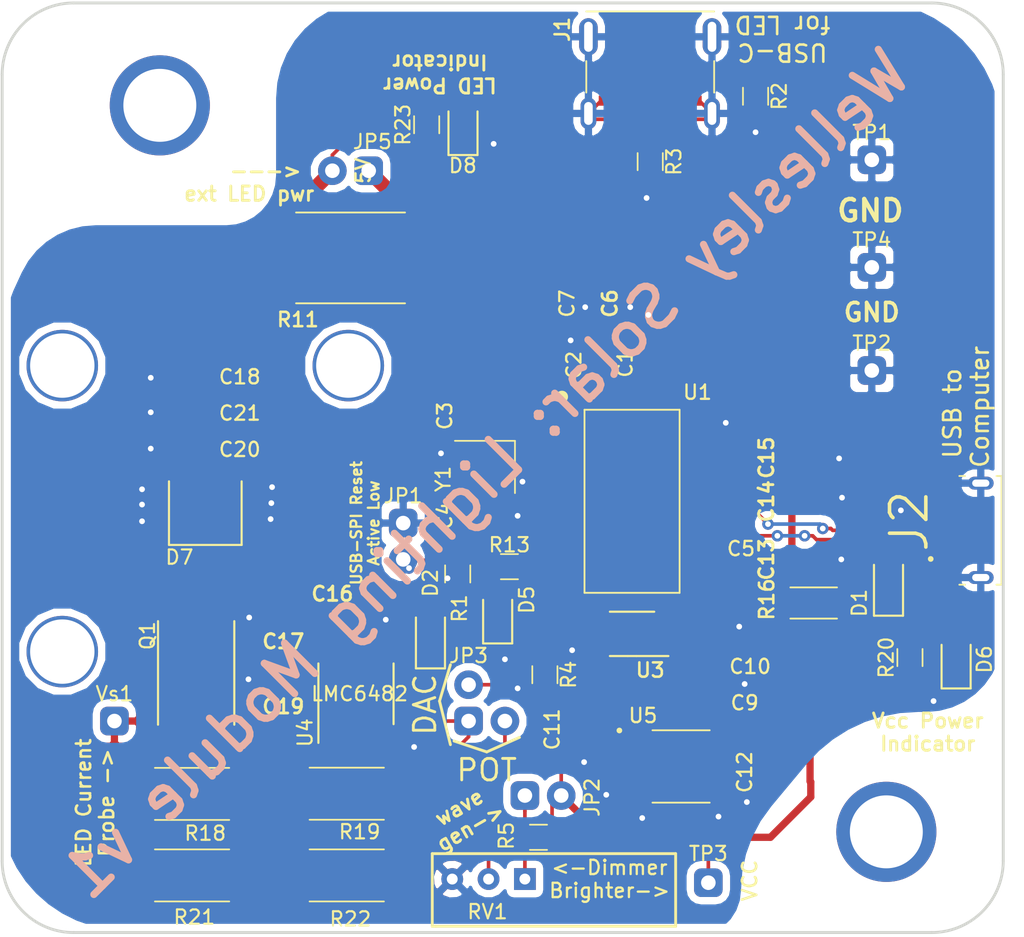
<source format=kicad_pcb>
(kicad_pcb (version 20171130) (host pcbnew "(5.0.0)")

  (general
    (thickness 1.6)
    (drawings 33)
    (tracks 419)
    (zones 0)
    (modules 58)
    (nets 30)
  )

  (page A4)
  (title_block
    (title "Lighting Module")
    (date 2020-05-11)
    (rev 1)
    (company "Wellesley Solar")
  )

  (layers
    (0 F.Cu signal)
    (31 B.Cu signal)
    (32 B.Adhes user)
    (33 F.Adhes user)
    (34 B.Paste user)
    (35 F.Paste user)
    (36 B.SilkS user)
    (37 F.SilkS user)
    (38 B.Mask user)
    (39 F.Mask user)
    (40 Dwgs.User user)
    (41 Cmts.User user)
    (42 Eco1.User user)
    (43 Eco2.User user)
    (44 Edge.Cuts user)
    (45 Margin user)
    (46 B.CrtYd user)
    (47 F.CrtYd user)
    (48 B.Fab user)
    (49 F.Fab user hide)
  )

  (setup
    (last_trace_width 0.254)
    (user_trace_width 0.1524)
    (user_trace_width 0.2032)
    (user_trace_width 0.254)
    (user_trace_width 0.508)
    (user_trace_width 1.016)
    (trace_clearance 0.2)
    (zone_clearance 0.508)
    (zone_45_only yes)
    (trace_min 0.1524)
    (segment_width 0.2)
    (edge_width 0.15)
    (via_size 0.8)
    (via_drill 0.4)
    (via_min_size 0.3)
    (via_min_drill 0.3)
    (uvia_size 0.3)
    (uvia_drill 0.1)
    (uvias_allowed no)
    (uvia_min_size 0.2)
    (uvia_min_drill 0.1)
    (pcb_text_width 0.3)
    (pcb_text_size 1.5 1.5)
    (mod_edge_width 0.15)
    (mod_text_size 1 1)
    (mod_text_width 0.15)
    (pad_size 1.524 1.524)
    (pad_drill 0.762)
    (pad_to_mask_clearance 0.2)
    (aux_axis_origin 0 0)
    (visible_elements 7FFFFFFF)
    (pcbplotparams
      (layerselection 0x010f0_ffffffff)
      (usegerberextensions false)
      (usegerberattributes false)
      (usegerberadvancedattributes false)
      (creategerberjobfile false)
      (excludeedgelayer true)
      (linewidth 0.100000)
      (plotframeref false)
      (viasonmask false)
      (mode 1)
      (useauxorigin false)
      (hpglpennumber 1)
      (hpglpenspeed 20)
      (hpglpendiameter 15.000000)
      (psnegative false)
      (psa4output false)
      (plotreference true)
      (plotvalue true)
      (plotinvisibletext false)
      (padsonsilk false)
      (subtractmaskfromsilk false)
      (outputformat 1)
      (mirror false)
      (drillshape 0)
      (scaleselection 1)
      (outputdirectory "Lighting_Fab/"))
  )

  (net 0 "")
  (net 1 GND)
  (net 2 "Net-(C3-Pad1)")
  (net 3 "Net-(C4-Pad1)")
  (net 4 "Net-(C5-Pad1)")
  (net 5 +5V)
  (net 6 "Net-(C12-Pad1)")
  (net 7 "Net-(D1-Pad1)")
  (net 8 "Net-(D2-Pad1)")
  (net 9 "Net-(D5-Pad2)")
  (net 10 "Net-(D6-Pad2)")
  (net 11 "Net-(D7-Pad1)")
  (net 12 "Net-(D8-Pad2)")
  (net 13 "Net-(J1-PadA5)")
  (net 14 "Net-(J1-PadB5)")
  (net 15 /D-)
  (net 16 /D+)
  (net 17 "Net-(JP1-Pad2)")
  (net 18 "Net-(JP2-Pad1)")
  (net 19 "Net-(Q1-Pad3)")
  (net 20 "Net-(Q1-Pad2)")
  (net 21 "Net-(R13-Pad1)")
  (net 22 "Net-(R18-Pad2)")
  (net 23 /MOSI)
  (net 24 /SCK)
  (net 25 /CS_DAC)
  (net 26 VCC)
  (net 27 "Net-(C6-Pad1)")
  (net 28 "Net-(JP3-Pad2)")
  (net 29 "Net-(JP3-Pad3)")

  (net_class Default "This is the default net class."
    (clearance 0.2)
    (trace_width 0.25)
    (via_dia 0.8)
    (via_drill 0.4)
    (uvia_dia 0.3)
    (uvia_drill 0.1)
    (add_net +5V)
    (add_net /CS_DAC)
    (add_net /D+)
    (add_net /D-)
    (add_net /MOSI)
    (add_net /SCK)
    (add_net GND)
    (add_net "Net-(C12-Pad1)")
    (add_net "Net-(C3-Pad1)")
    (add_net "Net-(C4-Pad1)")
    (add_net "Net-(C5-Pad1)")
    (add_net "Net-(C6-Pad1)")
    (add_net "Net-(D1-Pad1)")
    (add_net "Net-(D2-Pad1)")
    (add_net "Net-(D5-Pad2)")
    (add_net "Net-(D6-Pad2)")
    (add_net "Net-(D7-Pad1)")
    (add_net "Net-(D8-Pad2)")
    (add_net "Net-(J1-PadA5)")
    (add_net "Net-(J1-PadB5)")
    (add_net "Net-(JP1-Pad2)")
    (add_net "Net-(JP2-Pad1)")
    (add_net "Net-(JP3-Pad2)")
    (add_net "Net-(JP3-Pad3)")
    (add_net "Net-(Q1-Pad2)")
    (add_net "Net-(Q1-Pad3)")
    (add_net "Net-(R13-Pad1)")
    (add_net "Net-(R18-Pad2)")
    (add_net VCC)
  )

  (module wsolar:RESC2920 (layer F.Cu) (tedit 5E9B848E) (tstamp 5EB9B14F)
    (at 224.155 77.47)
    (path /5EB3B207)
    (fp_text reference R11 (at -3.683 4.318) (layer F.SilkS)
      (effects (font (size 1.000732 1.000732) (thickness 0.18)))
    )
    (fp_text value PTC_1A5 (at 0 3.81) (layer F.Fab)
      (effects (font (size 1.00074 1.00074) (thickness 0.015)))
    )
    (fp_line (start -3.81 3.175) (end 3.81 3.175) (layer F.SilkS) (width 0.127))
    (fp_line (start -3.175 0.9) (end -3.175 -0.9) (layer F.Fab) (width 0.127))
    (fp_line (start -3.81 -3.175) (end 3.81 -3.175) (layer F.SilkS) (width 0.127))
    (fp_line (start -5.08 -3.175) (end 5.08 -3.175) (layer F.CrtYd) (width 0.05))
    (fp_line (start 5.08 -3.175) (end 5.08 3.175) (layer F.CrtYd) (width 0.05))
    (fp_line (start 5.08 3.175) (end -5.08 3.175) (layer F.CrtYd) (width 0.05))
    (fp_line (start -5.08 3.175) (end -5.08 -3.175) (layer F.CrtYd) (width 0.05))
    (pad 1 smd rect (at -3.7 0) (size 2.3 5.6) (layers F.Cu F.Paste F.Mask)
      (net 5 +5V))
    (pad 2 smd rect (at 3.7 0) (size 2.3 5.6) (layers F.Cu F.Paste F.Mask)
      (net 27 "Net-(C6-Pad1)"))
  )

  (module wsolar:FCI_10118193-0001LF (layer F.Cu) (tedit 5EB99AD6) (tstamp 5EB9ABD2)
    (at 268.224 96.52 90)
    (path /5EBA23A0)
    (fp_text reference J2 (at 0.6477 -5.0038 90) (layer F.SilkS)
      (effects (font (size 2.54 2.54) (thickness 0.25)))
    )
    (fp_text value USB_B_Micro (at 8.17892 3.76872 90) (layer F.Fab)
      (effects (font (size 1 1) (thickness 0.015)))
    )
    (fp_text user PCB~END (at 4.75 1.3 90) (layer F.Fab)
      (effects (font (size 0.32 0.32) (thickness 0.015)))
    )
    (fp_line (start 3.8 1.45) (end 6.15 1.45) (layer F.Fab) (width 0.127))
    (fp_line (start 3.8 1.1) (end 3.8 1.4) (layer F.SilkS) (width 0.127))
    (fp_line (start -3.8 1.1) (end -3.8 1.4) (layer F.SilkS) (width 0.127))
    (fp_line (start 3.8 -1.1) (end 3.8 -1.5) (layer F.SilkS) (width 0.127))
    (fp_line (start -3.8 -1.5) (end -3.8 -1.1) (layer F.SilkS) (width 0.127))
    (fp_arc (start 3.875 2.325) (end 3.4 2.2) (angle -90) (layer F.Fab) (width 0.127))
    (fp_line (start 3.93 2.5) (end 3.75 2.8) (layer F.Fab) (width 0.127))
    (fp_arc (start 4.065 2.235) (end 3.93 2.5) (angle 90) (layer F.Fab) (width 0.127))
    (fp_line (start 3.2 2.75) (end 3.2 2.2) (layer F.Fab) (width 0.127))
    (fp_line (start -3.2 2.75) (end 3.2 2.75) (layer F.Fab) (width 0.127))
    (fp_line (start -3.2 2.2) (end -3.2 2.75) (layer F.Fab) (width 0.127))
    (fp_arc (start -3.85 2.3) (end -3.4 2.2) (angle 90) (layer F.Fab) (width 0.127))
    (fp_line (start -3.93 2.5) (end -3.75 2.75) (layer F.Fab) (width 0.127))
    (fp_arc (start -4.065 2.235) (end -3.93 2.5) (angle -90) (layer F.Fab) (width 0.127))
    (fp_line (start -3.8 2.1) (end -3.8 -2.9) (layer F.Fab) (width 0.127))
    (fp_line (start -3.8 2.15) (end -3.8 2.1) (layer F.Fab) (width 0.127))
    (fp_line (start 3.8 2.15) (end -3.8 2.15) (layer F.Fab) (width 0.127))
    (fp_line (start 3.8 1.45) (end 3.8 2.15) (layer F.Fab) (width 0.127))
    (fp_line (start 3.8 -2.9) (end 3.8 1.45) (layer F.Fab) (width 0.127))
    (fp_line (start -3.8 -2.9) (end 3.8 -2.9) (layer F.Fab) (width 0.127))
    (fp_line (start -3.8 1.45) (end 3.8 1.45) (layer F.SilkS) (width 0.127))
    (fp_circle (center -2 -3.5) (end -1.9 -3.5) (layer F.SilkS) (width 0.2))
    (fp_line (start 4.2 -3.6) (end -4.2 -3.6) (layer F.CrtYd) (width 0.05))
    (fp_line (start 4.2 3) (end 4.2 -3.6) (layer F.CrtYd) (width 0.05))
    (fp_line (start -4.2 3) (end 4.2 3) (layer F.CrtYd) (width 0.05))
    (fp_line (start -4.2 -3.6) (end -4.2 3) (layer F.CrtYd) (width 0.05))
    (pad 6 thru_hole oval (at 3.3 0 90) (size 0.9 1.8) (drill oval 0.5 1.2) (layers *.Cu *.Mask)
      (net 1 GND))
    (pad 6 thru_hole oval (at -3.3 0 90) (size 0.9 1.8) (drill oval 0.5 1.2) (layers *.Cu *.Mask)
      (net 1 GND))
    (pad 6 smd rect (at 1.2 0 90) (size 1.9 1.9) (layers F.Cu F.Paste F.Mask)
      (net 1 GND))
    (pad 6 smd rect (at -1.2 0 90) (size 1.9 1.9) (layers F.Cu F.Paste F.Mask)
      (net 1 GND))
    (pad 6 smd rect (at 3.2 -2.45 90) (size 1.6 1.4) (layers F.Cu F.Paste F.Mask)
      (net 1 GND))
    (pad 6 smd rect (at -3.2 -2.45 90) (size 1.6 1.4) (layers F.Cu F.Paste F.Mask)
      (net 1 GND))
    (pad 5 smd rect (at 1.3 -2.675 90) (size 0.4 1.35) (layers F.Cu F.Paste F.Mask)
      (net 1 GND))
    (pad 4 smd rect (at 0.65 -2.675 90) (size 0.4 1.35) (layers F.Cu F.Paste F.Mask))
    (pad 3 smd rect (at 0 -2.675 90) (size 0.4 1.35) (layers F.Cu F.Paste F.Mask)
      (net 16 /D+))
    (pad 2 smd rect (at -0.65 -2.675 90) (size 0.4 1.35) (layers F.Cu F.Paste F.Mask)
      (net 15 /D-))
    (pad 1 smd rect (at -1.3 -2.675 90) (size 0.4 1.35) (layers F.Cu F.Paste F.Mask)
      (net 7 "Net-(D1-Pad1)"))
  )

  (module wsolar:C_0805 (layer F.Cu) (tedit 5E9F54EB) (tstamp 5E9FA72C)
    (at 253.619 113.284 270)
    (path /5E9F2665)
    (fp_text reference C12 (at 0.141 1.905 270) (layer F.SilkS)
      (effects (font (size 1 1) (thickness 0.16)))
    )
    (fp_text value C_1n (at 1.29 1.32 270) (layer F.Fab)
      (effects (font (size 0.393701 0.393701) (thickness 0.015)))
    )
    (fp_line (start 1.708 0.975) (end 1.708 -0.975) (layer F.CrtYd) (width 0.05))
    (fp_line (start -1.708 0.975) (end -1.708 -0.975) (layer F.CrtYd) (width 0.05))
    (fp_line (start -1.708 -0.975) (end 1.708 -0.975) (layer F.CrtYd) (width 0.05))
    (fp_line (start -1.708 0.975) (end 1.708 0.975) (layer F.CrtYd) (width 0.05))
    (fp_line (start -1.1 0.72) (end -1.1 -0.72) (layer F.Fab) (width 0.127))
    (fp_line (start 1.1 0.72) (end 1.1 -0.72) (layer F.Fab) (width 0.127))
    (fp_line (start 1.1 -0.72) (end -1.1 -0.72) (layer F.Fab) (width 0.127))
    (fp_line (start 1.1 0.72) (end -1.1 0.72) (layer F.Fab) (width 0.127))
    (pad 2 smd rect (at 0.875 0 270) (size 1.16 1.47) (layers F.Cu F.Paste F.Mask)
      (net 1 GND))
    (pad 1 smd rect (at -0.875 0 270) (size 1.16 1.47) (layers F.Cu F.Paste F.Mask)
      (net 6 "Net-(C12-Pad1)"))
  )

  (module wsolar:LED0805 (layer F.Cu) (tedit 5E8D0D1F) (tstamp 5E9CC8E1)
    (at 234.442 102.396 90)
    (path /5EC05A86)
    (fp_text reference D5 (at 1.016 2.032 90) (layer F.SilkS)
      (effects (font (size 1 1) (thickness 0.15)))
    )
    (fp_text value LED_645nm (at 0.372999 -2.361001 90) (layer F.Fab)
      (effects (font (size 1 1) (thickness 0.15)))
    )
    (fp_line (start -2.032 -1.016) (end 1.016 -1.016) (layer F.SilkS) (width 0.15))
    (fp_line (start -2.032 1.016) (end 1.016 1.016) (layer F.SilkS) (width 0.15))
    (fp_line (start -2.032 -1.016) (end -2.032 1.016) (layer F.SilkS) (width 0.15))
    (pad 2 smd rect (at 1.05 0 90) (size 1.2 1.2) (layers F.Cu F.Paste F.Mask)
      (net 9 "Net-(D5-Pad2)"))
    (pad 1 smd rect (at -1.05 0 90) (size 1.2 1.2) (layers F.Cu F.Paste F.Mask)
      (net 1 GND))
  )

  (module wsolar:LED0805 (layer F.Cu) (tedit 5E8D0D1F) (tstamp 5E9CC8EA)
    (at 266.500017 105.542488 90)
    (path /5EBC2F5D)
    (fp_text reference D6 (at 0 1.977983 90) (layer F.SilkS)
      (effects (font (size 1 1) (thickness 0.15)))
    )
    (fp_text value LED_645nm (at 0 -3.167 90) (layer F.Fab)
      (effects (font (size 1 1) (thickness 0.15)))
    )
    (fp_line (start -2.032 -1.016) (end 1.016 -1.016) (layer F.SilkS) (width 0.15))
    (fp_line (start -2.032 1.016) (end 1.016 1.016) (layer F.SilkS) (width 0.15))
    (fp_line (start -2.032 -1.016) (end -2.032 1.016) (layer F.SilkS) (width 0.15))
    (pad 2 smd rect (at 1.05 0 90) (size 1.2 1.2) (layers F.Cu F.Paste F.Mask)
      (net 10 "Net-(D6-Pad2)"))
    (pad 1 smd rect (at -1.05 0 90) (size 1.2 1.2) (layers F.Cu F.Paste F.Mask)
      (net 1 GND))
  )

  (module wsolar:SST-20-A120 (layer F.Cu) (tedit 5EB9B8BC) (tstamp 5EB9A8A0)
    (at 214 95)
    (path /5E85ACDC)
    (fp_text reference D7 (at -1.8084 3.3996 180) (layer F.SilkS)
      (effects (font (size 1 1) (thickness 0.15)))
    )
    (fp_text value LED_PAD_450nm (at 0 -3.81) (layer F.Fab)
      (effects (font (size 1 1) (thickness 0.15)))
    )
    (fp_line (start 2.54 2.54) (end 2.54 -1.905) (layer F.SilkS) (width 0.15))
    (fp_line (start -2.54 2.54) (end 2.54 2.54) (layer F.SilkS) (width 0.15))
    (fp_line (start -2.54 -1.905) (end -2.54 2.54) (layer F.SilkS) (width 0.15))
    (pad 3 smd rect (at 0 0) (size 3.25 1.3) (layers F.Cu F.Paste F.Mask)
      (net 1 GND))
    (pad 1 smd rect (at 0 1.39) (size 3.25 0.48) (layers F.Cu F.Paste F.Mask)
      (net 11 "Net-(D7-Pad1)"))
    (pad 2 smd rect (at 0 -1.39) (size 3.25 0.48) (layers F.Cu F.Paste F.Mask)
      (net 5 +5V))
  )

  (module wsolar:LED0805 (layer F.Cu) (tedit 5E8D0D1F) (tstamp 5E9CC8FD)
    (at 232.018567 68.244571 90)
    (path /5EBC3088)
    (fp_text reference D8 (at -2.773829 -0.014967 180) (layer F.SilkS)
      (effects (font (size 1 1) (thickness 0.15)))
    )
    (fp_text value LED_645nm (at 0 -3.167 90) (layer F.Fab)
      (effects (font (size 1 1) (thickness 0.15)))
    )
    (fp_line (start -2.032 -1.016) (end 1.016 -1.016) (layer F.SilkS) (width 0.15))
    (fp_line (start -2.032 1.016) (end 1.016 1.016) (layer F.SilkS) (width 0.15))
    (fp_line (start -2.032 -1.016) (end -2.032 1.016) (layer F.SilkS) (width 0.15))
    (pad 2 smd rect (at 1.05 0 90) (size 1.2 1.2) (layers F.Cu F.Paste F.Mask)
      (net 12 "Net-(D8-Pad2)"))
    (pad 1 smd rect (at -1.05 0 90) (size 1.2 1.2) (layers F.Cu F.Paste F.Mask)
      (net 1 GND))
  )

  (module wsolar:jumper_2 (layer F.Cu) (tedit 5EB9CCD2) (tstamp 5E9CC962)
    (at 227.838 96.012 270)
    (path /5E9CEDF1)
    (fp_text reference JP1 (at -1.905 0) (layer F.SilkS)
      (effects (font (size 1 1) (thickness 0.15)))
    )
    (fp_text value Jumper_NO_Small (at 0 -2.405 270) (layer F.Fab)
      (effects (font (size 1 1) (thickness 0.15)))
    )
    (pad 2 thru_hole circle (at 2.54 0 270) (size 2 2) (drill 1.02) (layers *.Cu *.Mask)
      (net 17 "Net-(JP1-Pad2)"))
    (pad 1 thru_hole roundrect (at 0 0 270) (size 2 2) (drill 1.02) (layers *.Cu *.Mask) (roundrect_rratio 0.25)
      (net 1 GND))
  )

  (module wsolar:jumper_2 (layer F.Cu) (tedit 5EB9CCD2) (tstamp 5E9CC968)
    (at 236.347 115.062)
    (path /5ED9C9E8)
    (fp_text reference JP2 (at 4.699 0.127 90) (layer F.SilkS)
      (effects (font (size 1 1) (thickness 0.15)))
    )
    (fp_text value Jumper_NO_Small (at 0 -2.405) (layer F.Fab)
      (effects (font (size 1 1) (thickness 0.15)))
    )
    (pad 2 thru_hole circle (at 2.54 0) (size 2 2) (drill 1.02) (layers *.Cu *.Mask)
      (net 26 VCC))
    (pad 1 thru_hole roundrect (at 0 0) (size 2 2) (drill 1.02) (layers *.Cu *.Mask) (roundrect_rratio 0.25)
      (net 18 "Net-(JP2-Pad1)"))
  )

  (module wsolar:jumper_2 (layer F.Cu) (tedit 5EB9CCD2) (tstamp 5E9CC97A)
    (at 225.425 71.374 180)
    (path /5EEBC836)
    (fp_text reference JP5 (at -0.254 2.032) (layer F.SilkS)
      (effects (font (size 1 1) (thickness 0.15)))
    )
    (fp_text value Jumper_NO_Small (at 0 -2.405 180) (layer F.Fab)
      (effects (font (size 1 1) (thickness 0.15)))
    )
    (pad 2 thru_hole circle (at 2.54 0 180) (size 2 2) (drill 1.02) (layers *.Cu *.Mask)
      (net 5 +5V))
    (pad 1 thru_hole roundrect (at 0 0 180) (size 2 2) (drill 1.02) (layers *.Cu *.Mask) (roundrect_rratio 0.25)
      (net 27 "Net-(C6-Pad1)"))
  )

  (module wsolar:Power_SO8 (layer F.Cu) (tedit 5E7FE271) (tstamp 5E9F8A55)
    (at 213.36 106.68)
    (path /5E807B75)
    (fp_text reference Q1 (at -3.4036 -2.794 90) (layer F.SilkS)
      (effects (font (size 1 1) (thickness 0.15)))
    )
    (fp_text value PSMN011 (at 0 -5.834) (layer F.Fab)
      (effects (font (size 1 1) (thickness 0.15)))
    )
    (fp_line (start 2.667 -3.81) (end 2.667 3.429) (layer F.SilkS) (width 0.15))
    (fp_line (start -2.667 -3.81) (end -2.667 3.429) (layer F.SilkS) (width 0.15))
    (fp_line (start -2.54 -3.81) (end -2.54 -3.556) (layer F.CrtYd) (width 0.15))
    (fp_line (start 2.54 -3.81) (end -2.54 -3.81) (layer F.CrtYd) (width 0.15))
    (fp_line (start 2.54 -3.556) (end 2.54 -3.81) (layer F.CrtYd) (width 0.15))
    (fp_line (start 2.54 3.556) (end 2.54 -3.556) (layer F.CrtYd) (width 0.15))
    (fp_line (start -2.54 3.556) (end 2.54 3.556) (layer F.CrtYd) (width 0.15))
    (fp_line (start -2.54 1.016) (end -2.54 3.556) (layer F.CrtYd) (width 0.15))
    (fp_line (start -2.54 -3.556) (end -2.54 1.016) (layer F.CrtYd) (width 0.15))
    (pad 1 smd rect (at 0 -2.75) (size 4.7 1.5) (layers F.Cu F.Paste F.Mask)
      (net 11 "Net-(D7-Pad1)"))
    (pad 1 smd rect (at 0 -0.45 180) (size 4.2 3.1) (layers F.Cu F.Paste F.Mask)
      (net 11 "Net-(D7-Pad1)"))
    (pad 3 smd rect (at 0.635 2.725) (size 0.7 1.15) (layers F.Cu F.Paste F.Mask)
      (net 19 "Net-(Q1-Pad3)"))
    (pad 3 smd rect (at -0.635 2.725) (size 0.7 1.15) (layers F.Cu F.Paste F.Mask)
      (net 19 "Net-(Q1-Pad3)"))
    (pad 2 smd rect (at 1.905 2.725) (size 0.7 1.15) (layers F.Cu F.Paste F.Mask)
      (net 20 "Net-(Q1-Pad2)"))
    (pad 3 smd rect (at -1.905 2.725) (size 0.7 1.15) (layers F.Cu F.Paste F.Mask)
      (net 19 "Net-(Q1-Pad3)"))
  )

  (module wsolar:R0805 (layer F.Cu) (tedit 5E81424D) (tstamp 5E9CC99E)
    (at 231.775 99.695 90)
    (path /5E9092FB)
    (fp_text reference R1 (at -2.286 0 90) (layer F.SilkS)
      (effects (font (size 1 1) (thickness 0.15)))
    )
    (fp_text value R_1k (at 0.127 1.524 90) (layer F.Fab)
      (effects (font (size 1 1) (thickness 0.15)))
    )
    (fp_text user %R (at 0.127 -0.127 90) (layer F.Fab)
      (effects (font (size 0.5 0.5) (thickness 0.075)))
    )
    (fp_line (start -0.873 -0.747) (end 1.127 -0.747) (layer F.Fab) (width 0.1))
    (fp_line (start -0.873 0.493) (end -0.873 -0.747) (layer F.Fab) (width 0.1))
    (fp_line (start -0.473 -1.007) (end 0.727 -1.007) (layer F.SilkS) (width 0.12))
    (fp_line (start 1.677 0.773) (end 1.677 -1.027) (layer F.CrtYd) (width 0.05))
    (fp_line (start -1.423 -1.027) (end 1.677 -1.027) (layer F.CrtYd) (width 0.05))
    (fp_line (start -1.423 -1.027) (end -1.423 0.773) (layer F.CrtYd) (width 0.05))
    (fp_line (start 0.727 0.753) (end -0.473 0.753) (layer F.SilkS) (width 0.12))
    (fp_line (start 1.677 0.773) (end -1.423 0.773) (layer F.CrtYd) (width 0.05))
    (fp_line (start 1.127 -0.747) (end 1.127 0.493) (layer F.Fab) (width 0.1))
    (fp_line (start 1.127 0.493) (end -0.873 0.493) (layer F.Fab) (width 0.1))
    (pad 2 smd rect (at 1.077 -0.127 90) (size 0.7 1.3) (layers F.Cu F.Paste F.Mask)
      (net 17 "Net-(JP1-Pad2)"))
    (pad 1 smd rect (at -0.823 -0.127 90) (size 0.7 1.3) (layers F.Cu F.Paste F.Mask)
      (net 26 VCC))
  )

  (module wsolar:R0805 (layer F.Cu) (tedit 5E81424D) (tstamp 5E9FEF6C)
    (at 252.349 66.04 270)
    (path /5EB0483B)
    (fp_text reference R2 (at 0.127 -1.786 270) (layer F.SilkS)
      (effects (font (size 1 1) (thickness 0.15)))
    )
    (fp_text value R_5k1 (at 0.127 1.524 270) (layer F.Fab)
      (effects (font (size 1 1) (thickness 0.15)))
    )
    (fp_text user %R (at 0.127 -0.127 270) (layer F.Fab)
      (effects (font (size 0.5 0.5) (thickness 0.075)))
    )
    (fp_line (start -0.873 -0.747) (end 1.127 -0.747) (layer F.Fab) (width 0.1))
    (fp_line (start -0.873 0.493) (end -0.873 -0.747) (layer F.Fab) (width 0.1))
    (fp_line (start -0.473 -1.007) (end 0.727 -1.007) (layer F.SilkS) (width 0.12))
    (fp_line (start 1.677 0.773) (end 1.677 -1.027) (layer F.CrtYd) (width 0.05))
    (fp_line (start -1.423 -1.027) (end 1.677 -1.027) (layer F.CrtYd) (width 0.05))
    (fp_line (start -1.423 -1.027) (end -1.423 0.773) (layer F.CrtYd) (width 0.05))
    (fp_line (start 0.727 0.753) (end -0.473 0.753) (layer F.SilkS) (width 0.12))
    (fp_line (start 1.677 0.773) (end -1.423 0.773) (layer F.CrtYd) (width 0.05))
    (fp_line (start 1.127 -0.747) (end 1.127 0.493) (layer F.Fab) (width 0.1))
    (fp_line (start 1.127 0.493) (end -0.873 0.493) (layer F.Fab) (width 0.1))
    (pad 2 smd rect (at 1.077 -0.127 270) (size 0.7 1.3) (layers F.Cu F.Paste F.Mask)
      (net 1 GND))
    (pad 1 smd rect (at -0.823 -0.127 270) (size 0.7 1.3) (layers F.Cu F.Paste F.Mask)
      (net 14 "Net-(J1-PadB5)"))
  )

  (module wsolar:R0805 (layer F.Cu) (tedit 5E81424D) (tstamp 5E9CC9C0)
    (at 244.983 70.612 270)
    (path /5EB04912)
    (fp_text reference R3 (at 0.127 -1.786 270) (layer F.SilkS)
      (effects (font (size 1 1) (thickness 0.15)))
    )
    (fp_text value R_5k1 (at 0.127 1.524 270) (layer F.Fab)
      (effects (font (size 1 1) (thickness 0.15)))
    )
    (fp_text user %R (at 0.127 -0.127 270) (layer F.Fab)
      (effects (font (size 0.5 0.5) (thickness 0.075)))
    )
    (fp_line (start -0.873 -0.747) (end 1.127 -0.747) (layer F.Fab) (width 0.1))
    (fp_line (start -0.873 0.493) (end -0.873 -0.747) (layer F.Fab) (width 0.1))
    (fp_line (start -0.473 -1.007) (end 0.727 -1.007) (layer F.SilkS) (width 0.12))
    (fp_line (start 1.677 0.773) (end 1.677 -1.027) (layer F.CrtYd) (width 0.05))
    (fp_line (start -1.423 -1.027) (end 1.677 -1.027) (layer F.CrtYd) (width 0.05))
    (fp_line (start -1.423 -1.027) (end -1.423 0.773) (layer F.CrtYd) (width 0.05))
    (fp_line (start 0.727 0.753) (end -0.473 0.753) (layer F.SilkS) (width 0.12))
    (fp_line (start 1.677 0.773) (end -1.423 0.773) (layer F.CrtYd) (width 0.05))
    (fp_line (start 1.127 -0.747) (end 1.127 0.493) (layer F.Fab) (width 0.1))
    (fp_line (start 1.127 0.493) (end -0.873 0.493) (layer F.Fab) (width 0.1))
    (pad 2 smd rect (at 1.077 -0.127 270) (size 0.7 1.3) (layers F.Cu F.Paste F.Mask)
      (net 1 GND))
    (pad 1 smd rect (at -0.823 -0.127 270) (size 0.7 1.3) (layers F.Cu F.Paste F.Mask)
      (net 13 "Net-(J1-PadA5)"))
  )

  (module wsolar:R0805 (layer F.Cu) (tedit 5E81424D) (tstamp 5E9CC9D1)
    (at 237.617 106.487 270)
    (path /5EC4B0DD)
    (fp_text reference R4 (at 0.127 -1.786 270) (layer F.SilkS)
      (effects (font (size 1 1) (thickness 0.15)))
    )
    (fp_text value R_10k (at 0.127 1.524 270) (layer F.Fab)
      (effects (font (size 1 1) (thickness 0.15)))
    )
    (fp_text user %R (at 0.127 -0.127 270) (layer F.Fab)
      (effects (font (size 0.5 0.5) (thickness 0.075)))
    )
    (fp_line (start -0.873 -0.747) (end 1.127 -0.747) (layer F.Fab) (width 0.1))
    (fp_line (start -0.873 0.493) (end -0.873 -0.747) (layer F.Fab) (width 0.1))
    (fp_line (start -0.473 -1.007) (end 0.727 -1.007) (layer F.SilkS) (width 0.12))
    (fp_line (start 1.677 0.773) (end 1.677 -1.027) (layer F.CrtYd) (width 0.05))
    (fp_line (start -1.423 -1.027) (end 1.677 -1.027) (layer F.CrtYd) (width 0.05))
    (fp_line (start -1.423 -1.027) (end -1.423 0.773) (layer F.CrtYd) (width 0.05))
    (fp_line (start 0.727 0.753) (end -0.473 0.753) (layer F.SilkS) (width 0.12))
    (fp_line (start 1.677 0.773) (end -1.423 0.773) (layer F.CrtYd) (width 0.05))
    (fp_line (start 1.127 -0.747) (end 1.127 0.493) (layer F.Fab) (width 0.1))
    (fp_line (start 1.127 0.493) (end -0.873 0.493) (layer F.Fab) (width 0.1))
    (pad 2 smd rect (at 1.077 -0.127 270) (size 0.7 1.3) (layers F.Cu F.Paste F.Mask)
      (net 1 GND))
    (pad 1 smd rect (at -0.823 -0.127 270) (size 0.7 1.3) (layers F.Cu F.Paste F.Mask)
      (net 28 "Net-(JP3-Pad2)"))
  )

  (module wsolar:R0805 (layer F.Cu) (tedit 5E81424D) (tstamp 5E9CC9E2)
    (at 237.424 117.856 180)
    (path /5EC0FE1E)
    (fp_text reference R5 (at 2.3724 -0.0254 270) (layer F.SilkS)
      (effects (font (size 1 1) (thickness 0.15)))
    )
    (fp_text value R_39k2 (at 0.127 1.524 180) (layer F.Fab)
      (effects (font (size 1 1) (thickness 0.15)))
    )
    (fp_text user %R (at 0.127 -0.127 180) (layer F.Fab)
      (effects (font (size 0.5 0.5) (thickness 0.075)))
    )
    (fp_line (start -0.873 -0.747) (end 1.127 -0.747) (layer F.Fab) (width 0.1))
    (fp_line (start -0.873 0.493) (end -0.873 -0.747) (layer F.Fab) (width 0.1))
    (fp_line (start -0.473 -1.007) (end 0.727 -1.007) (layer F.SilkS) (width 0.12))
    (fp_line (start 1.677 0.773) (end 1.677 -1.027) (layer F.CrtYd) (width 0.05))
    (fp_line (start -1.423 -1.027) (end 1.677 -1.027) (layer F.CrtYd) (width 0.05))
    (fp_line (start -1.423 -1.027) (end -1.423 0.773) (layer F.CrtYd) (width 0.05))
    (fp_line (start 0.727 0.753) (end -0.473 0.753) (layer F.SilkS) (width 0.12))
    (fp_line (start 1.677 0.773) (end -1.423 0.773) (layer F.CrtYd) (width 0.05))
    (fp_line (start 1.127 -0.747) (end 1.127 0.493) (layer F.Fab) (width 0.1))
    (fp_line (start 1.127 0.493) (end -0.873 0.493) (layer F.Fab) (width 0.1))
    (pad 2 smd rect (at 1.077 -0.127 180) (size 0.7 1.3) (layers F.Cu F.Paste F.Mask)
      (net 18 "Net-(JP2-Pad1)"))
    (pad 1 smd rect (at -0.823 -0.127 180) (size 0.7 1.3) (layers F.Cu F.Paste F.Mask)
      (net 26 VCC))
  )

  (module wsolar:R0805 (layer F.Cu) (tedit 5E81424D) (tstamp 5E9CCA66)
    (at 235.392 98.933 180)
    (path /5EC05984)
    (fp_text reference R13 (at 0.127 1.397 180) (layer F.SilkS)
      (effects (font (size 1 1) (thickness 0.15)))
    )
    (fp_text value R_1k (at 0.127 1.524 180) (layer F.Fab)
      (effects (font (size 1 1) (thickness 0.15)))
    )
    (fp_text user %R (at 0.127 -0.127 180) (layer F.Fab)
      (effects (font (size 0.5 0.5) (thickness 0.075)))
    )
    (fp_line (start -0.873 -0.747) (end 1.127 -0.747) (layer F.Fab) (width 0.1))
    (fp_line (start -0.873 0.493) (end -0.873 -0.747) (layer F.Fab) (width 0.1))
    (fp_line (start -0.473 -1.007) (end 0.727 -1.007) (layer F.SilkS) (width 0.12))
    (fp_line (start 1.677 0.773) (end 1.677 -1.027) (layer F.CrtYd) (width 0.05))
    (fp_line (start -1.423 -1.027) (end 1.677 -1.027) (layer F.CrtYd) (width 0.05))
    (fp_line (start -1.423 -1.027) (end -1.423 0.773) (layer F.CrtYd) (width 0.05))
    (fp_line (start 0.727 0.753) (end -0.473 0.753) (layer F.SilkS) (width 0.12))
    (fp_line (start 1.677 0.773) (end -1.423 0.773) (layer F.CrtYd) (width 0.05))
    (fp_line (start 1.127 -0.747) (end 1.127 0.493) (layer F.Fab) (width 0.1))
    (fp_line (start 1.127 0.493) (end -0.873 0.493) (layer F.Fab) (width 0.1))
    (pad 2 smd rect (at 1.077 -0.127 180) (size 0.7 1.3) (layers F.Cu F.Paste F.Mask)
      (net 9 "Net-(D5-Pad2)"))
    (pad 1 smd rect (at -0.823 -0.127 180) (size 0.7 1.3) (layers F.Cu F.Paste F.Mask)
      (net 21 "Net-(R13-Pad1)"))
  )

  (module wsolar:R_2512_2W (layer F.Cu) (tedit 5E7FC0CA) (tstamp 5EA0050C)
    (at 213.07509 114.949116)
    (path /5E868EEB)
    (fp_text reference R18 (at 0.91991 2.754484) (layer F.SilkS)
      (effects (font (size 1 1) (thickness 0.15)))
    )
    (fp_text value R_1_2512 (at 0 2.794) (layer F.Fab)
      (effects (font (size 1 1) (thickness 0.15)))
    )
    (fp_text user %R (at 0 0) (layer F.Fab)
      (effects (font (size 1 1) (thickness 0.15)))
    )
    (fp_line (start -3.15 1.6) (end -3.15 -1.6) (layer F.Fab) (width 0.1))
    (fp_line (start 2.6 1.82) (end -2.6 1.82) (layer F.SilkS) (width 0.12))
    (fp_line (start -2.6 -1.82) (end 2.6 -1.82) (layer F.SilkS) (width 0.12))
    (fp_line (start 4.318 1.85) (end -4.318 1.85) (layer F.CrtYd) (width 0.05))
    (fp_line (start 3.15 1.6) (end -3.15 1.6) (layer F.Fab) (width 0.1))
    (fp_line (start 3.15 -1.6) (end 3.15 1.6) (layer F.Fab) (width 0.1))
    (fp_line (start 4.318 1.85) (end 4.318 -1.85) (layer F.CrtYd) (width 0.05))
    (fp_line (start -3.15 -1.6) (end 3.15 -1.6) (layer F.Fab) (width 0.1))
    (fp_line (start -4.318 -1.85) (end -4.318 1.85) (layer F.CrtYd) (width 0.05))
    (fp_line (start -4.318 -1.85) (end 4.318 -1.85) (layer F.CrtYd) (width 0.05))
    (pad 1 smd rect (at -2.275 0) (size 3.55 3.2) (layers F.Cu F.Paste F.Mask)
      (net 19 "Net-(Q1-Pad3)"))
    (pad 2 smd rect (at 2.275 0) (size 3.55 3.2) (layers F.Cu F.Paste F.Mask)
      (net 22 "Net-(R18-Pad2)"))
  )

  (module wsolar:R_2512_2W (layer F.Cu) (tedit 5E7FC0CA) (tstamp 5E9F89C3)
    (at 223.89 114.935)
    (path /5E869174)
    (fp_text reference R19 (at 0.9 2.667) (layer F.SilkS)
      (effects (font (size 1 1) (thickness 0.15)))
    )
    (fp_text value R_1_2512 (at 0 2.794) (layer F.Fab)
      (effects (font (size 1 1) (thickness 0.15)))
    )
    (fp_text user %R (at 0 0) (layer F.Fab)
      (effects (font (size 1 1) (thickness 0.15)))
    )
    (fp_line (start -3.15 1.6) (end -3.15 -1.6) (layer F.Fab) (width 0.1))
    (fp_line (start 2.6 1.82) (end -2.6 1.82) (layer F.SilkS) (width 0.12))
    (fp_line (start -2.6 -1.82) (end 2.6 -1.82) (layer F.SilkS) (width 0.12))
    (fp_line (start 4.318 1.85) (end -4.318 1.85) (layer F.CrtYd) (width 0.05))
    (fp_line (start 3.15 1.6) (end -3.15 1.6) (layer F.Fab) (width 0.1))
    (fp_line (start 3.15 -1.6) (end 3.15 1.6) (layer F.Fab) (width 0.1))
    (fp_line (start 4.318 1.85) (end 4.318 -1.85) (layer F.CrtYd) (width 0.05))
    (fp_line (start -3.15 -1.6) (end 3.15 -1.6) (layer F.Fab) (width 0.1))
    (fp_line (start -4.318 -1.85) (end -4.318 1.85) (layer F.CrtYd) (width 0.05))
    (fp_line (start -4.318 -1.85) (end 4.318 -1.85) (layer F.CrtYd) (width 0.05))
    (pad 1 smd rect (at -2.275 0) (size 3.55 3.2) (layers F.Cu F.Paste F.Mask)
      (net 22 "Net-(R18-Pad2)"))
    (pad 2 smd rect (at 2.275 0) (size 3.55 3.2) (layers F.Cu F.Paste F.Mask)
      (net 1 GND))
  )

  (module wsolar:R0805 (layer F.Cu) (tedit 5E81424D) (tstamp 5E9CCADC)
    (at 263.398 105.542488 90)
    (path /5EBABE25)
    (fp_text reference R20 (at 0.127 -1.786 90) (layer F.SilkS)
      (effects (font (size 1 1) (thickness 0.15)))
    )
    (fp_text value R_1k (at 0.127 1.524 90) (layer F.Fab)
      (effects (font (size 1 1) (thickness 0.15)))
    )
    (fp_text user %R (at 0.127 -0.127 90) (layer F.Fab)
      (effects (font (size 0.5 0.5) (thickness 0.075)))
    )
    (fp_line (start -0.873 -0.747) (end 1.127 -0.747) (layer F.Fab) (width 0.1))
    (fp_line (start -0.873 0.493) (end -0.873 -0.747) (layer F.Fab) (width 0.1))
    (fp_line (start -0.473 -1.007) (end 0.727 -1.007) (layer F.SilkS) (width 0.12))
    (fp_line (start 1.677 0.773) (end 1.677 -1.027) (layer F.CrtYd) (width 0.05))
    (fp_line (start -1.423 -1.027) (end 1.677 -1.027) (layer F.CrtYd) (width 0.05))
    (fp_line (start -1.423 -1.027) (end -1.423 0.773) (layer F.CrtYd) (width 0.05))
    (fp_line (start 0.727 0.753) (end -0.473 0.753) (layer F.SilkS) (width 0.12))
    (fp_line (start 1.677 0.773) (end -1.423 0.773) (layer F.CrtYd) (width 0.05))
    (fp_line (start 1.127 -0.747) (end 1.127 0.493) (layer F.Fab) (width 0.1))
    (fp_line (start 1.127 0.493) (end -0.873 0.493) (layer F.Fab) (width 0.1))
    (pad 2 smd rect (at 1.077 -0.127 90) (size 0.7 1.3) (layers F.Cu F.Paste F.Mask)
      (net 10 "Net-(D6-Pad2)"))
    (pad 1 smd rect (at -0.823 -0.127 90) (size 0.7 1.3) (layers F.Cu F.Paste F.Mask)
      (net 26 VCC))
  )

  (module wsolar:R_2512_2W (layer F.Cu) (tedit 5E7FC0CA) (tstamp 5E9F8993)
    (at 213.07509 120.65)
    (path /5E7FD742)
    (fp_text reference R21 (at 0.15791 2.921) (layer F.SilkS)
      (effects (font (size 1 1) (thickness 0.15)))
    )
    (fp_text value R_1_2512 (at 0 2.794) (layer F.Fab)
      (effects (font (size 1 1) (thickness 0.15)))
    )
    (fp_text user %R (at 0 0) (layer F.Fab)
      (effects (font (size 1 1) (thickness 0.15)))
    )
    (fp_line (start -3.15 1.6) (end -3.15 -1.6) (layer F.Fab) (width 0.1))
    (fp_line (start 2.6 1.82) (end -2.6 1.82) (layer F.SilkS) (width 0.12))
    (fp_line (start -2.6 -1.82) (end 2.6 -1.82) (layer F.SilkS) (width 0.12))
    (fp_line (start 4.318 1.85) (end -4.318 1.85) (layer F.CrtYd) (width 0.05))
    (fp_line (start 3.15 1.6) (end -3.15 1.6) (layer F.Fab) (width 0.1))
    (fp_line (start 3.15 -1.6) (end 3.15 1.6) (layer F.Fab) (width 0.1))
    (fp_line (start 4.318 1.85) (end 4.318 -1.85) (layer F.CrtYd) (width 0.05))
    (fp_line (start -3.15 -1.6) (end 3.15 -1.6) (layer F.Fab) (width 0.1))
    (fp_line (start -4.318 -1.85) (end -4.318 1.85) (layer F.CrtYd) (width 0.05))
    (fp_line (start -4.318 -1.85) (end 4.318 -1.85) (layer F.CrtYd) (width 0.05))
    (pad 1 smd rect (at -2.275 0) (size 3.55 3.2) (layers F.Cu F.Paste F.Mask)
      (net 19 "Net-(Q1-Pad3)"))
    (pad 2 smd rect (at 2.275 0) (size 3.55 3.2) (layers F.Cu F.Paste F.Mask)
      (net 22 "Net-(R18-Pad2)"))
  )

  (module wsolar:R_2512_2W (layer F.Cu) (tedit 5E7FC0CA) (tstamp 5E9F8A23)
    (at 223.89 120.65)
    (path /5E8691E0)
    (fp_text reference R22 (at 0.254 3.048) (layer F.SilkS)
      (effects (font (size 1 1) (thickness 0.15)))
    )
    (fp_text value R_1_2512 (at 0 2.794) (layer F.Fab)
      (effects (font (size 1 1) (thickness 0.15)))
    )
    (fp_text user %R (at 0 0) (layer F.Fab)
      (effects (font (size 1 1) (thickness 0.15)))
    )
    (fp_line (start -3.15 1.6) (end -3.15 -1.6) (layer F.Fab) (width 0.1))
    (fp_line (start 2.6 1.82) (end -2.6 1.82) (layer F.SilkS) (width 0.12))
    (fp_line (start -2.6 -1.82) (end 2.6 -1.82) (layer F.SilkS) (width 0.12))
    (fp_line (start 4.318 1.85) (end -4.318 1.85) (layer F.CrtYd) (width 0.05))
    (fp_line (start 3.15 1.6) (end -3.15 1.6) (layer F.Fab) (width 0.1))
    (fp_line (start 3.15 -1.6) (end 3.15 1.6) (layer F.Fab) (width 0.1))
    (fp_line (start 4.318 1.85) (end 4.318 -1.85) (layer F.CrtYd) (width 0.05))
    (fp_line (start -3.15 -1.6) (end 3.15 -1.6) (layer F.Fab) (width 0.1))
    (fp_line (start -4.318 -1.85) (end -4.318 1.85) (layer F.CrtYd) (width 0.05))
    (fp_line (start -4.318 -1.85) (end 4.318 -1.85) (layer F.CrtYd) (width 0.05))
    (pad 1 smd rect (at -2.275 0) (size 3.55 3.2) (layers F.Cu F.Paste F.Mask)
      (net 22 "Net-(R18-Pad2)"))
    (pad 2 smd rect (at 2.275 0) (size 3.55 3.2) (layers F.Cu F.Paste F.Mask)
      (net 1 GND))
  )

  (module wsolar:R0805 (layer F.Cu) (tedit 5E81424D) (tstamp 5E9FDEEA)
    (at 229.605567 68.2854 90)
    (path /5EBB3864)
    (fp_text reference R23 (at 0.127 -1.786 90) (layer F.SilkS)
      (effects (font (size 1 1) (thickness 0.15)))
    )
    (fp_text value R_1k (at 0.127 1.524 90) (layer F.Fab)
      (effects (font (size 1 1) (thickness 0.15)))
    )
    (fp_text user %R (at 0.127 -0.127 90) (layer F.Fab)
      (effects (font (size 0.5 0.5) (thickness 0.075)))
    )
    (fp_line (start -0.873 -0.747) (end 1.127 -0.747) (layer F.Fab) (width 0.1))
    (fp_line (start -0.873 0.493) (end -0.873 -0.747) (layer F.Fab) (width 0.1))
    (fp_line (start -0.473 -1.007) (end 0.727 -1.007) (layer F.SilkS) (width 0.12))
    (fp_line (start 1.677 0.773) (end 1.677 -1.027) (layer F.CrtYd) (width 0.05))
    (fp_line (start -1.423 -1.027) (end 1.677 -1.027) (layer F.CrtYd) (width 0.05))
    (fp_line (start -1.423 -1.027) (end -1.423 0.773) (layer F.CrtYd) (width 0.05))
    (fp_line (start 0.727 0.753) (end -0.473 0.753) (layer F.SilkS) (width 0.12))
    (fp_line (start 1.677 0.773) (end -1.423 0.773) (layer F.CrtYd) (width 0.05))
    (fp_line (start 1.127 -0.747) (end 1.127 0.493) (layer F.Fab) (width 0.1))
    (fp_line (start 1.127 0.493) (end -0.873 0.493) (layer F.Fab) (width 0.1))
    (pad 2 smd rect (at 1.077 -0.127 90) (size 0.7 1.3) (layers F.Cu F.Paste F.Mask)
      (net 12 "Net-(D8-Pad2)"))
    (pad 1 smd rect (at -0.823 -0.127 90) (size 0.7 1.3) (layers F.Cu F.Paste F.Mask)
      (net 5 +5V))
  )

  (module wsolar:POT_3352W (layer F.Cu) (tedit 5EB9CC9A) (tstamp 5EB9DA38)
    (at 233.807 120.904 180)
    (path /5EA6EC96)
    (fp_text reference RV1 (at 0.0762 -2.286 180) (layer F.SilkS)
      (effects (font (size 1 1) (thickness 0.15)))
    )
    (fp_text value R_TW_10k (at 0 -2.405 180) (layer F.Fab)
      (effects (font (size 1 1) (thickness 0.15)))
    )
    (pad 3 thru_hole circle (at 2.54 0 180) (size 1.524 1.524) (drill 0.762) (layers *.Cu *.Mask)
      (net 1 GND))
    (pad 2 thru_hole circle (at 0 0 180) (size 1.524 1.524) (drill 0.762) (layers *.Cu *.Mask)
      (net 29 "Net-(JP3-Pad3)"))
    (pad 1 thru_hole rect (at -2.54 0 180) (size 1.524 1.524) (drill 0.762) (layers *.Cu *.Mask)
      (net 18 "Net-(JP2-Pad1)"))
  )

  (module wsolar:TP (layer F.Cu) (tedit 5E8CF9A9) (tstamp 5EA1A6D6)
    (at 260.604 85.344)
    (path /5E919052)
    (fp_text reference TP2 (at 0 -1.905) (layer F.SilkS)
      (effects (font (size 1 1) (thickness 0.15)))
    )
    (fp_text value TestPoint (at 0 -2.667) (layer F.Fab)
      (effects (font (size 1 1) (thickness 0.15)))
    )
    (pad 1 thru_hole roundrect (at 0 0) (size 2 2) (drill 1.02) (layers *.Cu *.Mask) (roundrect_rratio 0.25)
      (net 1 GND))
  )

  (module wsolar:TP (layer F.Cu) (tedit 5E8CF9A9) (tstamp 5EB9B716)
    (at 249.174 121.158)
    (path /5E918EEC)
    (fp_text reference TP3 (at 0 -2.032) (layer F.SilkS)
      (effects (font (size 1 1) (thickness 0.15)))
    )
    (fp_text value TestPoint (at 0 -2.667) (layer F.Fab)
      (effects (font (size 1 1) (thickness 0.15)))
    )
    (pad 1 thru_hole roundrect (at 0 0) (size 2 2) (drill 1.02) (layers *.Cu *.Mask) (roundrect_rratio 0.25)
      (net 26 VCC))
  )

  (module wsolar:Kyocera_Crystal (layer F.Cu) (tedit 5E8133F2) (tstamp 5E9CCC35)
    (at 233.553 92.039 180)
    (path /5E81A62E)
    (fp_text reference Y1 (at 2.921 -0.889 270) (layer F.SilkS)
      (effects (font (size 1 1) (thickness 0.15)))
    )
    (fp_text value Crystal_12MHz (at 0 -0.5 180) (layer F.Fab)
      (effects (font (size 1 1) (thickness 0.15)))
    )
    (fp_text user %R (at 0 -0.127 180) (layer F.Fab)
      (effects (font (size 0.7 0.7) (thickness 0.105)))
    )
    (fp_line (start 1.5 1.123) (end -1.5 1.123) (layer F.Fab) (width 0.1))
    (fp_line (start 1.6 -1.277) (end 1.6 1.023) (layer F.Fab) (width 0.1))
    (fp_line (start -1.5 -1.377) (end 1.5 -1.377) (layer F.Fab) (width 0.1))
    (fp_line (start 1.5 -1.377) (end 1.6 -1.277) (layer F.Fab) (width 0.1))
    (fp_line (start -1.6 -1.277) (end -1.5 -1.377) (layer F.Fab) (width 0.1))
    (fp_line (start -2.1 -1.877) (end -2.1 1.778) (layer F.SilkS) (width 0.12))
    (fp_line (start 1.6 1.023) (end 1.5 1.123) (layer F.Fab) (width 0.1))
    (fp_line (start -1.6 0.123) (end -0.6 1.123) (layer F.Fab) (width 0.1))
    (fp_line (start -1.5 1.123) (end -1.6 1.023) (layer F.Fab) (width 0.1))
    (fp_line (start 2.2 -1.8) (end -2.2 -1.8) (layer F.CrtYd) (width 0.05))
    (fp_line (start -1.6 1.023) (end -1.6 -1.277) (layer F.Fab) (width 0.1))
    (fp_line (start -2.2 -1.8) (end -2.2 1.8) (layer F.CrtYd) (width 0.05))
    (fp_line (start -2.1 1.778) (end 2.1 1.778) (layer F.SilkS) (width 0.12))
    (fp_line (start -2.2 1.8) (end 2.2 1.8) (layer F.CrtYd) (width 0.05))
    (fp_line (start 2.2 1.8) (end 2.2 -1.8) (layer F.CrtYd) (width 0.05))
    (pad 4 smd rect (at -1.15 -0.925 180) (size 1.3 1.05) (layers F.Cu F.Paste F.Mask)
      (net 1 GND))
    (pad 2 smd rect (at 1.15 0.925 180) (size 1.3 1.05) (layers F.Cu F.Paste F.Mask)
      (net 1 GND))
    (pad 3 smd rect (at 1.15 -0.925 180) (size 1.3 1.05) (layers F.Cu F.Paste F.Mask)
      (net 3 "Net-(C4-Pad1)"))
    (pad 1 smd rect (at -1.15 0.925 180) (size 1.3 1.05) (layers F.Cu F.Paste F.Mask)
      (net 2 "Net-(C3-Pad1)"))
  )

  (module wsolar:TP (layer F.Cu) (tedit 5E8CF9A9) (tstamp 5EA01976)
    (at 207.645 109.855)
    (path /5EAB96EB)
    (fp_text reference Vs1 (at 0 -1.905) (layer F.SilkS)
      (effects (font (size 1 1) (thickness 0.15)))
    )
    (fp_text value TestPoint (at 0 -2.667) (layer F.Fab)
      (effects (font (size 1 1) (thickness 0.15)))
    )
    (pad 1 thru_hole roundrect (at 0 0) (size 2 2) (drill 1.02) (layers *.Cu *.Mask) (roundrect_rratio 0.25)
      (net 19 "Net-(Q1-Pad3)"))
  )

  (module wsolar:LMC6482AIMX&slash_NOPB (layer F.Cu) (tedit 5E9B676F) (tstamp 5E9FFF72)
    (at 224.536 107.95 90)
    (path /5EA1C400)
    (fp_text reference U4 (at -2.721348 -3.556 90) (layer F.SilkS)
      (effects (font (size 1 1) (thickness 0.15)))
    )
    (fp_text value LMC6482 (at 0 0.254 180) (layer F.SilkS)
      (effects (font (size 1 1) (thickness 0.15)))
    )
    (fp_arc (start 0 -2.5019) (end 0.3048 -2.5019) (angle 180) (layer F.Fab) (width 0.1524))
    (fp_line (start -2.2479 2.443) (end -3.702799 2.443) (layer F.CrtYd) (width 0.1524))
    (fp_line (start -2.2479 2.7559) (end -2.2479 2.443) (layer F.CrtYd) (width 0.1524))
    (fp_line (start 2.2479 2.7559) (end -2.2479 2.7559) (layer F.CrtYd) (width 0.1524))
    (fp_line (start 2.2479 2.443) (end 2.2479 2.7559) (layer F.CrtYd) (width 0.1524))
    (fp_line (start 3.702799 2.443) (end 2.2479 2.443) (layer F.CrtYd) (width 0.1524))
    (fp_line (start 3.702799 -2.443) (end 3.702799 2.443) (layer F.CrtYd) (width 0.1524))
    (fp_line (start 2.2479 -2.443) (end 3.702799 -2.443) (layer F.CrtYd) (width 0.1524))
    (fp_line (start 2.2479 -2.7559) (end 2.2479 -2.443) (layer F.CrtYd) (width 0.1524))
    (fp_line (start -2.2479 -2.7559) (end 2.2479 -2.7559) (layer F.CrtYd) (width 0.1524))
    (fp_line (start -2.2479 -2.443) (end -2.2479 -2.7559) (layer F.CrtYd) (width 0.1524))
    (fp_line (start -3.702799 -2.443) (end -2.2479 -2.443) (layer F.CrtYd) (width 0.1524))
    (fp_line (start -3.702799 2.443) (end -3.702799 -2.443) (layer F.CrtYd) (width 0.1524))
    (fp_line (start -1.9939 -2.5019) (end -1.9939 2.5019) (layer F.Fab) (width 0.1524))
    (fp_line (start 1.9939 -2.5019) (end -1.9939 -2.5019) (layer F.Fab) (width 0.1524))
    (fp_line (start 1.9939 2.5019) (end 1.9939 -2.5019) (layer F.Fab) (width 0.1524))
    (fp_line (start -1.9939 2.5019) (end 1.9939 2.5019) (layer F.Fab) (width 0.1524))
    (fp_line (start 2.1209 -2.6289) (end -3.429 -2.6289) (layer F.SilkS) (width 0.1524))
    (fp_line (start -2.1209 2.6289) (end 2.1209 2.6289) (layer F.SilkS) (width 0.1524))
    (fp_line (start 3.0988 -2.159) (end 1.9939 -2.159) (layer F.Fab) (width 0.1524))
    (fp_line (start 3.0988 -1.651) (end 3.0988 -2.159) (layer F.Fab) (width 0.1524))
    (fp_line (start 1.9939 -1.651) (end 3.0988 -1.651) (layer F.Fab) (width 0.1524))
    (fp_line (start 1.9939 -2.159) (end 1.9939 -1.651) (layer F.Fab) (width 0.1524))
    (fp_line (start 3.0988 -0.889) (end 1.9939 -0.889) (layer F.Fab) (width 0.1524))
    (fp_line (start 3.0988 -0.381) (end 3.0988 -0.889) (layer F.Fab) (width 0.1524))
    (fp_line (start 1.9939 -0.381) (end 3.0988 -0.381) (layer F.Fab) (width 0.1524))
    (fp_line (start 1.9939 -0.889) (end 1.9939 -0.381) (layer F.Fab) (width 0.1524))
    (fp_line (start 3.0988 0.381) (end 1.9939 0.381) (layer F.Fab) (width 0.1524))
    (fp_line (start 3.0988 0.889) (end 3.0988 0.381) (layer F.Fab) (width 0.1524))
    (fp_line (start 1.9939 0.889) (end 3.0988 0.889) (layer F.Fab) (width 0.1524))
    (fp_line (start 1.9939 0.381) (end 1.9939 0.889) (layer F.Fab) (width 0.1524))
    (fp_line (start 3.0988 1.651) (end 1.9939 1.651) (layer F.Fab) (width 0.1524))
    (fp_line (start 3.0988 2.159) (end 3.0988 1.651) (layer F.Fab) (width 0.1524))
    (fp_line (start 1.9939 2.159) (end 3.0988 2.159) (layer F.Fab) (width 0.1524))
    (fp_line (start 1.9939 1.651) (end 1.9939 2.159) (layer F.Fab) (width 0.1524))
    (fp_line (start -3.0988 2.159) (end -1.9939 2.159) (layer F.Fab) (width 0.1524))
    (fp_line (start -3.0988 1.651) (end -3.0988 2.159) (layer F.Fab) (width 0.1524))
    (fp_line (start -1.9939 1.651) (end -3.0988 1.651) (layer F.Fab) (width 0.1524))
    (fp_line (start -1.9939 2.159) (end -1.9939 1.651) (layer F.Fab) (width 0.1524))
    (fp_line (start -3.0988 0.889) (end -1.9939 0.889) (layer F.Fab) (width 0.1524))
    (fp_line (start -3.0988 0.381) (end -3.0988 0.889) (layer F.Fab) (width 0.1524))
    (fp_line (start -1.9939 0.381) (end -3.0988 0.381) (layer F.Fab) (width 0.1524))
    (fp_line (start -1.9939 0.889) (end -1.9939 0.381) (layer F.Fab) (width 0.1524))
    (fp_line (start -3.0988 -0.381) (end -1.9939 -0.381) (layer F.Fab) (width 0.1524))
    (fp_line (start -3.0988 -0.889) (end -3.0988 -0.381) (layer F.Fab) (width 0.1524))
    (fp_line (start -1.9939 -0.889) (end -3.0988 -0.889) (layer F.Fab) (width 0.1524))
    (fp_line (start -1.9939 -0.381) (end -1.9939 -0.889) (layer F.Fab) (width 0.1524))
    (fp_line (start -3.0988 -1.651) (end -1.9939 -1.651) (layer F.Fab) (width 0.1524))
    (fp_line (start -3.0988 -2.159) (end -3.0988 -1.651) (layer F.Fab) (width 0.1524))
    (fp_line (start -1.9939 -2.159) (end -3.0988 -2.159) (layer F.Fab) (width 0.1524))
    (fp_line (start -1.9939 -1.651) (end -1.9939 -2.159) (layer F.Fab) (width 0.1524))
    (fp_text user * (at -1.6129 -2.4257 90) (layer F.Fab)
      (effects (font (size 1 1) (thickness 0.15)))
    )
    (fp_text user * (at -1.6129 -2.4257 90) (layer F.Fab)
      (effects (font (size 1 1) (thickness 0.15)))
    )
    (pad 8 smd rect (at 2.721348 -1.905 90) (size 1.454899 0.568) (layers F.Cu F.Paste F.Mask)
      (net 26 VCC))
    (pad 7 smd rect (at 2.721348 -0.635 90) (size 1.454899 0.568) (layers F.Cu F.Paste F.Mask))
    (pad 6 smd rect (at 2.721348 0.635 90) (size 1.454899 0.568) (layers F.Cu F.Paste F.Mask)
      (net 1 GND))
    (pad 5 smd rect (at 2.721348 1.905 90) (size 1.454899 0.568) (layers F.Cu F.Paste F.Mask)
      (net 1 GND))
    (pad 4 smd rect (at -2.721348 1.905 90) (size 1.454899 0.568) (layers F.Cu F.Paste F.Mask)
      (net 1 GND))
    (pad 3 smd rect (at -2.721348 0.635 90) (size 1.454899 0.568) (layers F.Cu F.Paste F.Mask)
      (net 8 "Net-(D2-Pad1)"))
    (pad 2 smd rect (at -2.721348 -0.635 90) (size 1.454899 0.568) (layers F.Cu F.Paste F.Mask)
      (net 19 "Net-(Q1-Pad3)"))
    (pad 1 smd rect (at -2.721348 -1.905 90) (size 1.454899 0.568) (layers F.Cu F.Paste F.Mask)
      (net 20 "Net-(Q1-Pad2)"))
  )

  (module wsolar:C_0805 (layer F.Cu) (tedit 5E9F54EB) (tstamp 5E9F9149)
    (at 224.155 102.616)
    (path /5EB60AC5)
    (fp_text reference C16 (at -1.27 -1.651 180) (layer F.SilkS)
      (effects (font (size 1 1) (thickness 0.2)))
    )
    (fp_text value C_1n (at 1.29 1.32) (layer F.Fab)
      (effects (font (size 0.393701 0.393701) (thickness 0.015)))
    )
    (fp_line (start 1.708 0.975) (end 1.708 -0.975) (layer F.CrtYd) (width 0.05))
    (fp_line (start -1.708 0.975) (end -1.708 -0.975) (layer F.CrtYd) (width 0.05))
    (fp_line (start -1.708 -0.975) (end 1.708 -0.975) (layer F.CrtYd) (width 0.05))
    (fp_line (start -1.708 0.975) (end 1.708 0.975) (layer F.CrtYd) (width 0.05))
    (fp_line (start -1.1 0.72) (end -1.1 -0.72) (layer F.Fab) (width 0.127))
    (fp_line (start 1.1 0.72) (end 1.1 -0.72) (layer F.Fab) (width 0.127))
    (fp_line (start 1.1 -0.72) (end -1.1 -0.72) (layer F.Fab) (width 0.127))
    (fp_line (start 1.1 0.72) (end -1.1 0.72) (layer F.Fab) (width 0.127))
    (pad 2 smd rect (at 0.875 0) (size 1.16 1.47) (layers F.Cu F.Paste F.Mask)
      (net 1 GND))
    (pad 1 smd rect (at -0.875 0) (size 1.16 1.47) (layers F.Cu F.Paste F.Mask)
      (net 26 VCC))
  )

  (module wsolar:C_0805 (layer F.Cu) (tedit 5E9F54EB) (tstamp 5E9B917C)
    (at 219.71 102.616 180)
    (path /5E81F511)
    (fp_text reference C17 (at 0.254 -1.6764 180) (layer F.SilkS)
      (effects (font (size 1 1) (thickness 0.2)))
    )
    (fp_text value C_0u1 (at 1.29 1.32 180) (layer F.Fab)
      (effects (font (size 0.393701 0.393701) (thickness 0.015)))
    )
    (fp_line (start 1.708 0.975) (end 1.708 -0.975) (layer F.CrtYd) (width 0.05))
    (fp_line (start -1.708 0.975) (end -1.708 -0.975) (layer F.CrtYd) (width 0.05))
    (fp_line (start -1.708 -0.975) (end 1.708 -0.975) (layer F.CrtYd) (width 0.05))
    (fp_line (start -1.708 0.975) (end 1.708 0.975) (layer F.CrtYd) (width 0.05))
    (fp_line (start -1.1 0.72) (end -1.1 -0.72) (layer F.Fab) (width 0.127))
    (fp_line (start 1.1 0.72) (end 1.1 -0.72) (layer F.Fab) (width 0.127))
    (fp_line (start 1.1 -0.72) (end -1.1 -0.72) (layer F.Fab) (width 0.127))
    (fp_line (start 1.1 0.72) (end -1.1 0.72) (layer F.Fab) (width 0.127))
    (pad 2 smd rect (at 0.875 0 180) (size 1.16 1.47) (layers F.Cu F.Paste F.Mask)
      (net 1 GND))
    (pad 1 smd rect (at -0.875 0 180) (size 1.16 1.47) (layers F.Cu F.Paste F.Mask)
      (net 26 VCC))
  )

  (module wsolar:C_0805 (layer F.Cu) (tedit 5E9F54EB) (tstamp 5E9F936B)
    (at 219.71 106.934 180)
    (path /5E81F41C)
    (fp_text reference C19 (at 0.254 -1.905 180) (layer F.SilkS)
      (effects (font (size 1 1) (thickness 0.2)))
    )
    (fp_text value C_1u (at 1.29 1.32 180) (layer F.Fab)
      (effects (font (size 0.393701 0.393701) (thickness 0.015)))
    )
    (fp_line (start 1.708 0.975) (end 1.708 -0.975) (layer F.CrtYd) (width 0.05))
    (fp_line (start -1.708 0.975) (end -1.708 -0.975) (layer F.CrtYd) (width 0.05))
    (fp_line (start -1.708 -0.975) (end 1.708 -0.975) (layer F.CrtYd) (width 0.05))
    (fp_line (start -1.708 0.975) (end 1.708 0.975) (layer F.CrtYd) (width 0.05))
    (fp_line (start -1.1 0.72) (end -1.1 -0.72) (layer F.Fab) (width 0.127))
    (fp_line (start 1.1 0.72) (end 1.1 -0.72) (layer F.Fab) (width 0.127))
    (fp_line (start 1.1 -0.72) (end -1.1 -0.72) (layer F.Fab) (width 0.127))
    (fp_line (start 1.1 0.72) (end -1.1 0.72) (layer F.Fab) (width 0.127))
    (pad 2 smd rect (at 0.875 0 180) (size 1.16 1.47) (layers F.Cu F.Paste F.Mask)
      (net 1 GND))
    (pad 1 smd rect (at -0.875 0 180) (size 1.16 1.47) (layers F.Cu F.Paste F.Mask)
      (net 26 VCC))
  )

  (module wsolar:C_0805 (layer F.Cu) (tedit 5E9F54EB) (tstamp 5E9FC790)
    (at 255.891 98.552)
    (path /5E975BD3)
    (fp_text reference C13 (at -2.653 0 90) (layer F.SilkS)
      (effects (font (size 1 1) (thickness 0.2)))
    )
    (fp_text value C_10u (at 1.29 1.32) (layer F.Fab)
      (effects (font (size 0.393701 0.393701) (thickness 0.015)))
    )
    (fp_line (start 1.708 0.975) (end 1.708 -0.975) (layer F.CrtYd) (width 0.05))
    (fp_line (start -1.708 0.975) (end -1.708 -0.975) (layer F.CrtYd) (width 0.05))
    (fp_line (start -1.708 -0.975) (end 1.708 -0.975) (layer F.CrtYd) (width 0.05))
    (fp_line (start -1.708 0.975) (end 1.708 0.975) (layer F.CrtYd) (width 0.05))
    (fp_line (start -1.1 0.72) (end -1.1 -0.72) (layer F.Fab) (width 0.127))
    (fp_line (start 1.1 0.72) (end 1.1 -0.72) (layer F.Fab) (width 0.127))
    (fp_line (start 1.1 -0.72) (end -1.1 -0.72) (layer F.Fab) (width 0.127))
    (fp_line (start 1.1 0.72) (end -1.1 0.72) (layer F.Fab) (width 0.127))
    (pad 2 smd rect (at 0.875 0) (size 1.16 1.47) (layers F.Cu F.Paste F.Mask)
      (net 1 GND))
    (pad 1 smd rect (at -0.875 0) (size 1.16 1.47) (layers F.Cu F.Paste F.Mask)
      (net 26 VCC))
  )

  (module wsolar:C_0805 (layer F.Cu) (tedit 5E9F54EB) (tstamp 5E9FC742)
    (at 255.891 94.488)
    (path /5EAF35D0)
    (fp_text reference C14 (at -2.653 0 90) (layer F.SilkS)
      (effects (font (size 1 1) (thickness 0.2)))
    )
    (fp_text value C_0u1 (at 1.29 1.32) (layer F.Fab)
      (effects (font (size 0.393701 0.393701) (thickness 0.015)))
    )
    (fp_line (start 1.708 0.975) (end 1.708 -0.975) (layer F.CrtYd) (width 0.05))
    (fp_line (start -1.708 0.975) (end -1.708 -0.975) (layer F.CrtYd) (width 0.05))
    (fp_line (start -1.708 -0.975) (end 1.708 -0.975) (layer F.CrtYd) (width 0.05))
    (fp_line (start -1.708 0.975) (end 1.708 0.975) (layer F.CrtYd) (width 0.05))
    (fp_line (start -1.1 0.72) (end -1.1 -0.72) (layer F.Fab) (width 0.127))
    (fp_line (start 1.1 0.72) (end 1.1 -0.72) (layer F.Fab) (width 0.127))
    (fp_line (start 1.1 -0.72) (end -1.1 -0.72) (layer F.Fab) (width 0.127))
    (fp_line (start 1.1 0.72) (end -1.1 0.72) (layer F.Fab) (width 0.127))
    (pad 2 smd rect (at 0.875 0) (size 1.16 1.47) (layers F.Cu F.Paste F.Mask)
      (net 1 GND))
    (pad 1 smd rect (at -0.875 0) (size 1.16 1.47) (layers F.Cu F.Paste F.Mask)
      (net 26 VCC))
  )

  (module wsolar:C_0805 (layer F.Cu) (tedit 5E9F54EB) (tstamp 5E9FC769)
    (at 255.891 91.44)
    (path /5EAF35C7)
    (fp_text reference C15 (at -2.653 0 90) (layer F.SilkS)
      (effects (font (size 1 1) (thickness 0.2)))
    )
    (fp_text value C_1u (at 1.29 1.32) (layer F.Fab)
      (effects (font (size 0.393701 0.393701) (thickness 0.015)))
    )
    (fp_line (start 1.708 0.975) (end 1.708 -0.975) (layer F.CrtYd) (width 0.05))
    (fp_line (start -1.708 0.975) (end -1.708 -0.975) (layer F.CrtYd) (width 0.05))
    (fp_line (start -1.708 -0.975) (end 1.708 -0.975) (layer F.CrtYd) (width 0.05))
    (fp_line (start -1.708 0.975) (end 1.708 0.975) (layer F.CrtYd) (width 0.05))
    (fp_line (start -1.1 0.72) (end -1.1 -0.72) (layer F.Fab) (width 0.127))
    (fp_line (start 1.1 0.72) (end 1.1 -0.72) (layer F.Fab) (width 0.127))
    (fp_line (start 1.1 -0.72) (end -1.1 -0.72) (layer F.Fab) (width 0.127))
    (fp_line (start 1.1 0.72) (end -1.1 0.72) (layer F.Fab) (width 0.127))
    (pad 2 smd rect (at 0.875 0) (size 1.16 1.47) (layers F.Cu F.Paste F.Mask)
      (net 1 GND))
    (pad 1 smd rect (at -0.875 0) (size 1.16 1.47) (layers F.Cu F.Paste F.Mask)
      (net 26 VCC))
  )

  (module wsolar:MOLEX_105450-0101 (layer F.Cu) (tedit 5E9B84E8) (tstamp 5E9FEC47)
    (at 245.11 64.008 180)
    (path /5EBBDCAA)
    (fp_text reference J1 (at 6.1468 2.5146 270) (layer F.SilkS)
      (effects (font (size 1.003598 1.003598) (thickness 0.18)))
    )
    (fp_text value USB_C_Receptacle (at 5.748805 5.717805 180) (layer F.Fab)
      (effects (font (size 1.003504 1.003504) (thickness 0.015)))
    )
    (fp_poly (pts (xy -3.50241 -1.88) (xy 3.5 -1.88) (xy 3.5 3.7726) (xy -3.50241 3.7726)) (layer Dwgs.User) (width 0.01))
    (fp_line (start 4.47 0.3) (end 4.47 -1.9) (layer F.SilkS) (width 0.127))
    (fp_line (start -4.47 0.3) (end -4.47 -1.9) (layer F.SilkS) (width 0.127))
    (fp_line (start -4.47 3.77) (end 4.47 3.77) (layer F.SilkS) (width 0.127))
    (fp_line (start -5.22 4.2) (end -5.22 -4.71) (layer F.CrtYd) (width 0.05))
    (fp_line (start 5.22 4.2) (end -5.22 4.2) (layer F.CrtYd) (width 0.05))
    (fp_line (start 5.22 -4.71) (end 5.22 4.2) (layer F.CrtYd) (width 0.05))
    (fp_line (start -5.22 -4.71) (end 5.22 -4.71) (layer F.CrtYd) (width 0.05))
    (fp_line (start -4.47 -3.95) (end -4.47 3.95) (layer F.Fab) (width 0.127))
    (fp_line (start 4.47 -3.95) (end -4.47 -3.95) (layer F.Fab) (width 0.127))
    (fp_line (start 4.47 3.95) (end 4.47 -3.95) (layer F.Fab) (width 0.127))
    (fp_line (start -4.47 3.95) (end 4.47 3.95) (layer F.Fab) (width 0.127))
    (fp_poly (pts (xy -3.50081 -1.88) (xy 3.5 -1.88) (xy 3.5 3.77087) (xy -3.50081 3.77087)) (layer Dwgs.User) (width 0.01))
    (pad S1 thru_hole oval (at 4.32 2 180) (size 1.3 2.6) (drill oval 0.6 2.1) (layers *.Cu *.Mask)
      (net 1 GND))
    (pad S1 thru_hole oval (at -4.32 2 180) (size 1.3 2.6) (drill oval 0.6 2.1) (layers *.Cu *.Mask)
      (net 1 GND))
    (pad S1 thru_hole oval (at 4.32 -3.36 180) (size 1.1 2.2) (drill oval 0.6 1.6) (layers *.Cu *.Mask)
      (net 1 GND))
    (pad S1 thru_hole oval (at -4.32 -3.36 180) (size 1.1 2.2) (drill oval 0.6 1.6) (layers *.Cu *.Mask)
      (net 1 GND))
    (pad B12 smd rect (at -3.1 -2.47 180) (size 1 0.7) (layers F.Cu F.Paste F.Mask)
      (net 1 GND))
    (pad B11 smd rect (at -2.25 -2.47 180) (size 0.3 0.7) (layers F.Cu F.Paste F.Mask))
    (pad B10 smd rect (at -1.75 -2.47 180) (size 0.3 0.7) (layers F.Cu F.Paste F.Mask))
    (pad B9 smd rect (at -1.25 -2.47 180) (size 0.3 0.7) (layers F.Cu F.Paste F.Mask)
      (net 27 "Net-(C6-Pad1)"))
    (pad B8 smd rect (at -0.75 -2.47 180) (size 0.3 0.7) (layers F.Cu F.Paste F.Mask))
    (pad B7 smd rect (at -0.25 -2.47 180) (size 0.3 0.7) (layers F.Cu F.Paste F.Mask))
    (pad B6 smd rect (at 0.25 -2.47 180) (size 0.3 0.7) (layers F.Cu F.Paste F.Mask))
    (pad B5 smd rect (at 0.75 -2.47 180) (size 0.3 0.7) (layers F.Cu F.Paste F.Mask)
      (net 14 "Net-(J1-PadB5)"))
    (pad B4 smd rect (at 1.25 -2.47 180) (size 0.3 0.7) (layers F.Cu F.Paste F.Mask)
      (net 27 "Net-(C6-Pad1)"))
    (pad B3 smd rect (at 1.75 -2.47 180) (size 0.3 0.7) (layers F.Cu F.Paste F.Mask))
    (pad B2 smd rect (at 2.25 -2.47 180) (size 0.3 0.7) (layers F.Cu F.Paste F.Mask))
    (pad B1 smd rect (at 3.1 -2.47 180) (size 1 0.7) (layers F.Cu F.Paste F.Mask)
      (net 1 GND))
    (pad A12 smd rect (at 3 -3.77 180) (size 0.3 0.7) (layers F.Cu F.Paste F.Mask)
      (net 1 GND))
    (pad A11 smd rect (at 2.5 -3.77 180) (size 0.3 0.7) (layers F.Cu F.Paste F.Mask))
    (pad A10 smd rect (at 2 -3.77 180) (size 0.3 0.7) (layers F.Cu F.Paste F.Mask))
    (pad A9 smd rect (at 1.5 -3.77 180) (size 0.3 0.7) (layers F.Cu F.Paste F.Mask)
      (net 27 "Net-(C6-Pad1)"))
    (pad A8 smd rect (at 1 -3.77 180) (size 0.3 0.7) (layers F.Cu F.Paste F.Mask))
    (pad A7 smd rect (at 0.5 -3.77 180) (size 0.3 0.7) (layers F.Cu F.Paste F.Mask))
    (pad A6 smd rect (at -0.5 -3.77 180) (size 0.3 0.7) (layers F.Cu F.Paste F.Mask))
    (pad A5 smd rect (at -1 -3.77 180) (size 0.3 0.7) (layers F.Cu F.Paste F.Mask)
      (net 13 "Net-(J1-PadA5)"))
    (pad A4 smd rect (at -1.5 -3.77 180) (size 0.3 0.7) (layers F.Cu F.Paste F.Mask)
      (net 27 "Net-(C6-Pad1)"))
    (pad A3 smd rect (at -2 -3.77 180) (size 0.3 0.7) (layers F.Cu F.Paste F.Mask))
    (pad A2 smd rect (at -2.5 -3.77 180) (size 0.3 0.7) (layers F.Cu F.Paste F.Mask))
    (pad A1 smd rect (at -3 -3.77 180) (size 0.3 0.7) (layers F.Cu F.Paste F.Mask)
      (net 1 GND))
  )

  (module wsolar:RESC3216X125N (layer F.Cu) (tedit 5E9B8627) (tstamp 5E9FC717)
    (at 256.54 101.6)
    (path /5ED510AF)
    (fp_text reference R16 (at -3.278 -0.254 90) (layer F.SilkS)
      (effects (font (size 1.000732 1.000732) (thickness 0.18)))
    )
    (fp_text value PTC_1A (at 5.12379 2.63695) (layer F.Fab)
      (effects (font (size 1.00074 1.00074) (thickness 0.015)))
    )
    (fp_line (start -2.36 1.16) (end -2.36 -1.16) (layer F.CrtYd) (width 0.05))
    (fp_line (start 2.36 1.16) (end -2.36 1.16) (layer F.CrtYd) (width 0.05))
    (fp_line (start 2.36 -1.16) (end 2.36 1.16) (layer F.CrtYd) (width 0.05))
    (fp_line (start -2.36 -1.16) (end 2.36 -1.16) (layer F.CrtYd) (width 0.05))
    (fp_line (start -1.63 1.09) (end 1.63 1.09) (layer F.SilkS) (width 0.127))
    (fp_line (start -1.63 -1.09) (end 1.63 -1.09) (layer F.SilkS) (width 0.127))
    (fp_line (start -1.75 0.9) (end -1.75 -0.9) (layer F.Fab) (width 0.127))
    (fp_line (start 1.75 0.9) (end -1.75 0.9) (layer F.Fab) (width 0.127))
    (fp_line (start 1.75 -0.9) (end 1.75 0.9) (layer F.Fab) (width 0.127))
    (fp_line (start -1.75 -0.9) (end 1.75 -0.9) (layer F.Fab) (width 0.127))
    (pad 2 smd rect (at 1.5 0) (size 1.1 1.9) (layers F.Cu F.Paste F.Mask)
      (net 7 "Net-(D1-Pad1)"))
    (pad 1 smd rect (at -1.5 0) (size 1.1 1.9) (layers F.Cu F.Paste F.Mask)
      (net 26 VCC))
  )

  (module wsolar:C_0805 (layer F.Cu) (tedit 5E9F54EB) (tstamp 5EB9BDFC)
    (at 242.697 77.865 270)
    (path /5E8271B1)
    (fp_text reference C6 (at 2.794 0.4064 270) (layer F.SilkS)
      (effects (font (size 1 1) (thickness 0.2)))
    )
    (fp_text value C_1u (at 1.29 1.32 270) (layer F.Fab)
      (effects (font (size 0.393701 0.393701) (thickness 0.015)))
    )
    (fp_line (start 1.708 0.975) (end 1.708 -0.975) (layer F.CrtYd) (width 0.05))
    (fp_line (start -1.708 0.975) (end -1.708 -0.975) (layer F.CrtYd) (width 0.05))
    (fp_line (start -1.708 -0.975) (end 1.708 -0.975) (layer F.CrtYd) (width 0.05))
    (fp_line (start -1.708 0.975) (end 1.708 0.975) (layer F.CrtYd) (width 0.05))
    (fp_line (start -1.1 0.72) (end -1.1 -0.72) (layer F.Fab) (width 0.127))
    (fp_line (start 1.1 0.72) (end 1.1 -0.72) (layer F.Fab) (width 0.127))
    (fp_line (start 1.1 -0.72) (end -1.1 -0.72) (layer F.Fab) (width 0.127))
    (fp_line (start 1.1 0.72) (end -1.1 0.72) (layer F.Fab) (width 0.127))
    (pad 2 smd rect (at 0.875 0 270) (size 1.16 1.47) (layers F.Cu F.Paste F.Mask)
      (net 1 GND))
    (pad 1 smd rect (at -0.875 0 270) (size 1.16 1.47) (layers F.Cu F.Paste F.Mask)
      (net 27 "Net-(C6-Pad1)"))
  )

  (module wsolar:C_0805 (layer F.Cu) (tedit 5E9F54EB) (tstamp 5EB9BDD5)
    (at 239.649 77.865 270)
    (path /5E8271A8)
    (fp_text reference C7 (at 2.794 0.3556 270) (layer F.SilkS)
      (effects (font (size 1 1) (thickness 0.16)))
    )
    (fp_text value C_10u (at 1.29 1.32 270) (layer F.Fab)
      (effects (font (size 0.393701 0.393701) (thickness 0.015)))
    )
    (fp_line (start 1.708 0.975) (end 1.708 -0.975) (layer F.CrtYd) (width 0.05))
    (fp_line (start -1.708 0.975) (end -1.708 -0.975) (layer F.CrtYd) (width 0.05))
    (fp_line (start -1.708 -0.975) (end 1.708 -0.975) (layer F.CrtYd) (width 0.05))
    (fp_line (start -1.708 0.975) (end 1.708 0.975) (layer F.CrtYd) (width 0.05))
    (fp_line (start -1.1 0.72) (end -1.1 -0.72) (layer F.Fab) (width 0.127))
    (fp_line (start 1.1 0.72) (end 1.1 -0.72) (layer F.Fab) (width 0.127))
    (fp_line (start 1.1 -0.72) (end -1.1 -0.72) (layer F.Fab) (width 0.127))
    (fp_line (start 1.1 0.72) (end -1.1 0.72) (layer F.Fab) (width 0.127))
    (pad 2 smd rect (at 0.875 0 270) (size 1.16 1.47) (layers F.Cu F.Paste F.Mask)
      (net 1 GND))
    (pad 1 smd rect (at -0.875 0 270) (size 1.16 1.47) (layers F.Cu F.Paste F.Mask)
      (net 27 "Net-(C6-Pad1)"))
  )

  (module wsolar:C_0805 (layer F.Cu) (tedit 5E9F54EB) (tstamp 5E9F82E4)
    (at 213.106 85.7885 180)
    (path /5E814428)
    (fp_text reference C18 (at -3.302 0 180) (layer F.SilkS)
      (effects (font (size 1 1) (thickness 0.16)))
    )
    (fp_text value C_0u1 (at 1.29 1.32 180) (layer F.Fab)
      (effects (font (size 0.393701 0.393701) (thickness 0.015)))
    )
    (fp_line (start 1.708 0.975) (end 1.708 -0.975) (layer F.CrtYd) (width 0.05))
    (fp_line (start -1.708 0.975) (end -1.708 -0.975) (layer F.CrtYd) (width 0.05))
    (fp_line (start -1.708 -0.975) (end 1.708 -0.975) (layer F.CrtYd) (width 0.05))
    (fp_line (start -1.708 0.975) (end 1.708 0.975) (layer F.CrtYd) (width 0.05))
    (fp_line (start -1.1 0.72) (end -1.1 -0.72) (layer F.Fab) (width 0.127))
    (fp_line (start 1.1 0.72) (end 1.1 -0.72) (layer F.Fab) (width 0.127))
    (fp_line (start 1.1 -0.72) (end -1.1 -0.72) (layer F.Fab) (width 0.127))
    (fp_line (start 1.1 0.72) (end -1.1 0.72) (layer F.Fab) (width 0.127))
    (pad 2 smd rect (at 0.875 0 180) (size 1.16 1.47) (layers F.Cu F.Paste F.Mask)
      (net 1 GND))
    (pad 1 smd rect (at -0.875 0 180) (size 1.16 1.47) (layers F.Cu F.Paste F.Mask)
      (net 5 +5V))
  )

  (module wsolar:C_0805 (layer F.Cu) (tedit 5E9F54EB) (tstamp 5E9F82F2)
    (at 213.106 90.8685 180)
    (path /5E8155B5)
    (fp_text reference C20 (at -3.302 0 180) (layer F.SilkS)
      (effects (font (size 1 1) (thickness 0.16)))
    )
    (fp_text value C_1u (at 1.29 1.32 180) (layer F.Fab)
      (effects (font (size 0.393701 0.393701) (thickness 0.015)))
    )
    (fp_line (start 1.708 0.975) (end 1.708 -0.975) (layer F.CrtYd) (width 0.05))
    (fp_line (start -1.708 0.975) (end -1.708 -0.975) (layer F.CrtYd) (width 0.05))
    (fp_line (start -1.708 -0.975) (end 1.708 -0.975) (layer F.CrtYd) (width 0.05))
    (fp_line (start -1.708 0.975) (end 1.708 0.975) (layer F.CrtYd) (width 0.05))
    (fp_line (start -1.1 0.72) (end -1.1 -0.72) (layer F.Fab) (width 0.127))
    (fp_line (start 1.1 0.72) (end 1.1 -0.72) (layer F.Fab) (width 0.127))
    (fp_line (start 1.1 -0.72) (end -1.1 -0.72) (layer F.Fab) (width 0.127))
    (fp_line (start 1.1 0.72) (end -1.1 0.72) (layer F.Fab) (width 0.127))
    (pad 2 smd rect (at 0.875 0 180) (size 1.16 1.47) (layers F.Cu F.Paste F.Mask)
      (net 1 GND))
    (pad 1 smd rect (at -0.875 0 180) (size 1.16 1.47) (layers F.Cu F.Paste F.Mask)
      (net 5 +5V))
  )

  (module wsolar:C_0805 (layer F.Cu) (tedit 5E9F54EB) (tstamp 5E9F8300)
    (at 213.106 88.3285 180)
    (path /5E812430)
    (fp_text reference C21 (at -3.302 0 180) (layer F.SilkS)
      (effects (font (size 1 1) (thickness 0.16)))
    )
    (fp_text value C_10u (at 1.29 1.32 180) (layer F.Fab)
      (effects (font (size 0.393701 0.393701) (thickness 0.015)))
    )
    (fp_line (start 1.708 0.975) (end 1.708 -0.975) (layer F.CrtYd) (width 0.05))
    (fp_line (start -1.708 0.975) (end -1.708 -0.975) (layer F.CrtYd) (width 0.05))
    (fp_line (start -1.708 -0.975) (end 1.708 -0.975) (layer F.CrtYd) (width 0.05))
    (fp_line (start -1.708 0.975) (end 1.708 0.975) (layer F.CrtYd) (width 0.05))
    (fp_line (start -1.1 0.72) (end -1.1 -0.72) (layer F.Fab) (width 0.127))
    (fp_line (start 1.1 0.72) (end 1.1 -0.72) (layer F.Fab) (width 0.127))
    (fp_line (start 1.1 -0.72) (end -1.1 -0.72) (layer F.Fab) (width 0.127))
    (fp_line (start 1.1 0.72) (end -1.1 0.72) (layer F.Fab) (width 0.127))
    (pad 2 smd rect (at 0.875 0 180) (size 1.16 1.47) (layers F.Cu F.Paste F.Mask)
      (net 1 GND))
    (pad 1 smd rect (at -0.875 0 180) (size 1.16 1.47) (layers F.Cu F.Paste F.Mask)
      (net 5 +5V))
  )

  (module wsolar:SOIC127P600X175-8N (layer F.Cu) (tedit 5E9F5504) (tstamp 5E9FA802)
    (at 247.269 113.03)
    (path /5EAE6333)
    (fp_text reference U5 (at -2.667 -3.556) (layer F.SilkS)
      (effects (font (size 1 1) (thickness 0.16)))
    )
    (fp_text value MCP1501_2v5 (at 7.72 3.342) (layer F.Fab)
      (effects (font (size 1 1) (thickness 0.015)))
    )
    (fp_line (start 3.71 -2.75) (end 3.71 2.75) (layer F.CrtYd) (width 0.05))
    (fp_line (start -3.71 -2.75) (end -3.71 2.75) (layer F.CrtYd) (width 0.05))
    (fp_line (start -3.71 2.75) (end 3.71 2.75) (layer F.CrtYd) (width 0.05))
    (fp_line (start -3.71 -2.75) (end 3.71 -2.75) (layer F.CrtYd) (width 0.05))
    (fp_line (start 2 -2.5) (end 2 2.5) (layer F.Fab) (width 0.127))
    (fp_line (start -2 -2.5) (end -2 2.5) (layer F.Fab) (width 0.127))
    (fp_line (start -2 2.53) (end 2 2.53) (layer F.SilkS) (width 0.127))
    (fp_line (start -2 -2.53) (end 2 -2.53) (layer F.SilkS) (width 0.127))
    (fp_line (start -2 2.5) (end 2 2.5) (layer F.Fab) (width 0.127))
    (fp_line (start -2 -2.5) (end 2 -2.5) (layer F.Fab) (width 0.127))
    (fp_circle (center -4.315 -2.515) (end -4.215 -2.515) (layer F.Fab) (width 0.2))
    (fp_circle (center -4.315 -2.515) (end -4.215 -2.515) (layer F.SilkS) (width 0.2))
    (pad 8 smd rect (at 2.605 -1.905) (size 1.71 0.61) (layers F.Cu F.Paste F.Mask)
      (net 6 "Net-(C12-Pad1)"))
    (pad 7 smd rect (at 2.605 -0.635) (size 1.71 0.61) (layers F.Cu F.Paste F.Mask)
      (net 6 "Net-(C12-Pad1)"))
    (pad 6 smd rect (at 2.605 0.635) (size 1.71 0.61) (layers F.Cu F.Paste F.Mask)
      (net 1 GND))
    (pad 5 smd rect (at 2.605 1.905) (size 1.71 0.61) (layers F.Cu F.Paste F.Mask)
      (net 1 GND))
    (pad 4 smd rect (at -2.605 1.905) (size 1.71 0.61) (layers F.Cu F.Paste F.Mask)
      (net 1 GND))
    (pad 3 smd rect (at -2.605 0.635) (size 1.71 0.61) (layers F.Cu F.Paste F.Mask)
      (net 26 VCC))
    (pad 2 smd rect (at -2.605 -0.635) (size 1.71 0.61) (layers F.Cu F.Paste F.Mask)
      (net 1 GND))
    (pad 1 smd rect (at -2.605 -1.905) (size 1.71 0.61) (layers F.Cu F.Paste F.Mask)
      (net 26 VCC))
  )

  (module wsolar:C_0805 (layer F.Cu) (tedit 5E9F54EB) (tstamp 5EB9C83A)
    (at 248.92 108.458)
    (path /5E8352DB)
    (fp_text reference C9 (at 2.794 0.127) (layer F.SilkS)
      (effects (font (size 1 1) (thickness 0.16)))
    )
    (fp_text value C_0u1 (at 1.29 1.32) (layer F.Fab)
      (effects (font (size 0.393701 0.393701) (thickness 0.015)))
    )
    (fp_line (start 1.708 0.975) (end 1.708 -0.975) (layer F.CrtYd) (width 0.05))
    (fp_line (start -1.708 0.975) (end -1.708 -0.975) (layer F.CrtYd) (width 0.05))
    (fp_line (start -1.708 -0.975) (end 1.708 -0.975) (layer F.CrtYd) (width 0.05))
    (fp_line (start -1.708 0.975) (end 1.708 0.975) (layer F.CrtYd) (width 0.05))
    (fp_line (start -1.1 0.72) (end -1.1 -0.72) (layer F.Fab) (width 0.127))
    (fp_line (start 1.1 0.72) (end 1.1 -0.72) (layer F.Fab) (width 0.127))
    (fp_line (start 1.1 -0.72) (end -1.1 -0.72) (layer F.Fab) (width 0.127))
    (fp_line (start 1.1 0.72) (end -1.1 0.72) (layer F.Fab) (width 0.127))
    (pad 2 smd rect (at 0.875 0) (size 1.16 1.47) (layers F.Cu F.Paste F.Mask)
      (net 1 GND))
    (pad 1 smd rect (at -0.875 0) (size 1.16 1.47) (layers F.Cu F.Paste F.Mask)
      (net 26 VCC))
  )

  (module wsolar:C_0805 (layer F.Cu) (tedit 5E9F54EB) (tstamp 5E9F9C0F)
    (at 248.92 105.918)
    (path /5E8352D2)
    (fp_text reference C10 (at 3.175 0.127) (layer F.SilkS)
      (effects (font (size 1 1) (thickness 0.16)))
    )
    (fp_text value C_1u (at 1.29 1.32) (layer F.Fab)
      (effects (font (size 0.393701 0.393701) (thickness 0.015)))
    )
    (fp_line (start 1.708 0.975) (end 1.708 -0.975) (layer F.CrtYd) (width 0.05))
    (fp_line (start -1.708 0.975) (end -1.708 -0.975) (layer F.CrtYd) (width 0.05))
    (fp_line (start -1.708 -0.975) (end 1.708 -0.975) (layer F.CrtYd) (width 0.05))
    (fp_line (start -1.708 0.975) (end 1.708 0.975) (layer F.CrtYd) (width 0.05))
    (fp_line (start -1.1 0.72) (end -1.1 -0.72) (layer F.Fab) (width 0.127))
    (fp_line (start 1.1 0.72) (end 1.1 -0.72) (layer F.Fab) (width 0.127))
    (fp_line (start 1.1 -0.72) (end -1.1 -0.72) (layer F.Fab) (width 0.127))
    (fp_line (start 1.1 0.72) (end -1.1 0.72) (layer F.Fab) (width 0.127))
    (pad 2 smd rect (at 0.875 0) (size 1.16 1.47) (layers F.Cu F.Paste F.Mask)
      (net 1 GND))
    (pad 1 smd rect (at -0.875 0) (size 1.16 1.47) (layers F.Cu F.Paste F.Mask)
      (net 26 VCC))
  )

  (module wsolar:C_0805 (layer F.Cu) (tedit 5E9F54EB) (tstamp 5E9FA521)
    (at 240.1316 110.2868 270)
    (path /5E99DCF1)
    (fp_text reference C11 (at 0.1524 1.8796 270) (layer F.SilkS)
      (effects (font (size 1 1) (thickness 0.16)))
    )
    (fp_text value C_0u47 (at 1.29 1.32 270) (layer F.Fab)
      (effects (font (size 0.393701 0.393701) (thickness 0.015)))
    )
    (fp_line (start 1.708 0.975) (end 1.708 -0.975) (layer F.CrtYd) (width 0.05))
    (fp_line (start -1.708 0.975) (end -1.708 -0.975) (layer F.CrtYd) (width 0.05))
    (fp_line (start -1.708 -0.975) (end 1.708 -0.975) (layer F.CrtYd) (width 0.05))
    (fp_line (start -1.708 0.975) (end 1.708 0.975) (layer F.CrtYd) (width 0.05))
    (fp_line (start -1.1 0.72) (end -1.1 -0.72) (layer F.Fab) (width 0.127))
    (fp_line (start 1.1 0.72) (end 1.1 -0.72) (layer F.Fab) (width 0.127))
    (fp_line (start 1.1 -0.72) (end -1.1 -0.72) (layer F.Fab) (width 0.127))
    (fp_line (start 1.1 0.72) (end -1.1 0.72) (layer F.Fab) (width 0.127))
    (pad 2 smd rect (at 0.875 0 270) (size 1.16 1.47) (layers F.Cu F.Paste F.Mask)
      (net 1 GND))
    (pad 1 smd rect (at -0.875 0 270) (size 1.16 1.47) (layers F.Cu F.Paste F.Mask)
      (net 26 VCC))
  )

  (module wsolar:C_0805 (layer F.Cu) (tedit 5E9F54EB) (tstamp 5E9FBCC1)
    (at 233.045 88.519 180)
    (path /5E81F7D6)
    (fp_text reference C3 (at 2.3 0 270) (layer F.SilkS)
      (effects (font (size 1 1) (thickness 0.16)))
    )
    (fp_text value C_12p (at 1.29 1.32 180) (layer F.Fab)
      (effects (font (size 0.393701 0.393701) (thickness 0.015)))
    )
    (fp_line (start 1.708 0.975) (end 1.708 -0.975) (layer F.CrtYd) (width 0.05))
    (fp_line (start -1.708 0.975) (end -1.708 -0.975) (layer F.CrtYd) (width 0.05))
    (fp_line (start -1.708 -0.975) (end 1.708 -0.975) (layer F.CrtYd) (width 0.05))
    (fp_line (start -1.708 0.975) (end 1.708 0.975) (layer F.CrtYd) (width 0.05))
    (fp_line (start -1.1 0.72) (end -1.1 -0.72) (layer F.Fab) (width 0.127))
    (fp_line (start 1.1 0.72) (end 1.1 -0.72) (layer F.Fab) (width 0.127))
    (fp_line (start 1.1 -0.72) (end -1.1 -0.72) (layer F.Fab) (width 0.127))
    (fp_line (start 1.1 0.72) (end -1.1 0.72) (layer F.Fab) (width 0.127))
    (pad 2 smd rect (at 0.875 0 180) (size 1.16 1.47) (layers F.Cu F.Paste F.Mask)
      (net 1 GND))
    (pad 1 smd rect (at -0.875 0 180) (size 1.16 1.47) (layers F.Cu F.Paste F.Mask)
      (net 2 "Net-(C3-Pad1)"))
  )

  (module wsolar:C_0805 (layer F.Cu) (tedit 5E9F54EB) (tstamp 5E9FADC4)
    (at 233.045 95.504)
    (path /5E81F882)
    (fp_text reference C4 (at -2.286 0 90) (layer F.SilkS)
      (effects (font (size 1 1) (thickness 0.16)))
    )
    (fp_text value C_12p (at 1.29 1.32) (layer F.Fab)
      (effects (font (size 0.393701 0.393701) (thickness 0.015)))
    )
    (fp_line (start 1.708 0.975) (end 1.708 -0.975) (layer F.CrtYd) (width 0.05))
    (fp_line (start -1.708 0.975) (end -1.708 -0.975) (layer F.CrtYd) (width 0.05))
    (fp_line (start -1.708 -0.975) (end 1.708 -0.975) (layer F.CrtYd) (width 0.05))
    (fp_line (start -1.708 0.975) (end 1.708 0.975) (layer F.CrtYd) (width 0.05))
    (fp_line (start -1.1 0.72) (end -1.1 -0.72) (layer F.Fab) (width 0.127))
    (fp_line (start 1.1 0.72) (end 1.1 -0.72) (layer F.Fab) (width 0.127))
    (fp_line (start 1.1 -0.72) (end -1.1 -0.72) (layer F.Fab) (width 0.127))
    (fp_line (start 1.1 0.72) (end -1.1 0.72) (layer F.Fab) (width 0.127))
    (pad 2 smd rect (at 0.875 0) (size 1.16 1.47) (layers F.Cu F.Paste F.Mask)
      (net 1 GND))
    (pad 1 smd rect (at -0.875 0) (size 1.16 1.47) (layers F.Cu F.Paste F.Mask)
      (net 3 "Net-(C4-Pad1)"))
  )

  (module wsolar:C_0805 (layer F.Cu) (tedit 5E9F54EB) (tstamp 5EB9B507)
    (at 244.983 84.088 90)
    (path /5E975BDC)
    (fp_text reference C1 (at -0.7734 -1.6256 270) (layer F.SilkS)
      (effects (font (size 1 1) (thickness 0.16)))
    )
    (fp_text value C_0u1 (at 1.29 1.32 90) (layer F.Fab)
      (effects (font (size 0.393701 0.393701) (thickness 0.015)))
    )
    (fp_line (start 1.708 0.975) (end 1.708 -0.975) (layer F.CrtYd) (width 0.05))
    (fp_line (start -1.708 0.975) (end -1.708 -0.975) (layer F.CrtYd) (width 0.05))
    (fp_line (start -1.708 -0.975) (end 1.708 -0.975) (layer F.CrtYd) (width 0.05))
    (fp_line (start -1.708 0.975) (end 1.708 0.975) (layer F.CrtYd) (width 0.05))
    (fp_line (start -1.1 0.72) (end -1.1 -0.72) (layer F.Fab) (width 0.127))
    (fp_line (start 1.1 0.72) (end 1.1 -0.72) (layer F.Fab) (width 0.127))
    (fp_line (start 1.1 -0.72) (end -1.1 -0.72) (layer F.Fab) (width 0.127))
    (fp_line (start 1.1 0.72) (end -1.1 0.72) (layer F.Fab) (width 0.127))
    (pad 2 smd rect (at 0.875 0 90) (size 1.16 1.47) (layers F.Cu F.Paste F.Mask)
      (net 1 GND))
    (pad 1 smd rect (at -0.875 0 90) (size 1.16 1.47) (layers F.Cu F.Paste F.Mask)
      (net 26 VCC))
  )

  (module wsolar:C_0805 (layer F.Cu) (tedit 5E9F54EB) (tstamp 5EB9B52E)
    (at 241.427 84.088 90)
    (path /5E975BE5)
    (fp_text reference C2 (at -0.875 -1.651 90) (layer F.SilkS)
      (effects (font (size 1 1) (thickness 0.16)))
    )
    (fp_text value C_1u (at 1.29 1.32 90) (layer F.Fab)
      (effects (font (size 0.393701 0.393701) (thickness 0.015)))
    )
    (fp_line (start 1.708 0.975) (end 1.708 -0.975) (layer F.CrtYd) (width 0.05))
    (fp_line (start -1.708 0.975) (end -1.708 -0.975) (layer F.CrtYd) (width 0.05))
    (fp_line (start -1.708 -0.975) (end 1.708 -0.975) (layer F.CrtYd) (width 0.05))
    (fp_line (start -1.708 0.975) (end 1.708 0.975) (layer F.CrtYd) (width 0.05))
    (fp_line (start -1.1 0.72) (end -1.1 -0.72) (layer F.Fab) (width 0.127))
    (fp_line (start 1.1 0.72) (end 1.1 -0.72) (layer F.Fab) (width 0.127))
    (fp_line (start 1.1 -0.72) (end -1.1 -0.72) (layer F.Fab) (width 0.127))
    (fp_line (start 1.1 0.72) (end -1.1 0.72) (layer F.Fab) (width 0.127))
    (pad 2 smd rect (at 0.875 0 90) (size 1.16 1.47) (layers F.Cu F.Paste F.Mask)
      (net 1 GND))
    (pad 1 smd rect (at -0.875 0 90) (size 1.16 1.47) (layers F.Cu F.Paste F.Mask)
      (net 26 VCC))
  )

  (module wsolar:C_0805 (layer F.Cu) (tedit 5E9F54EB) (tstamp 5EB9CDA4)
    (at 251.333 100.33 270)
    (path /5E962CB3)
    (fp_text reference C5 (at -2.526 -0.127) (layer F.SilkS)
      (effects (font (size 1 1) (thickness 0.16)))
    )
    (fp_text value C_0u47 (at 1.29 1.32 270) (layer F.Fab)
      (effects (font (size 0.393701 0.393701) (thickness 0.015)))
    )
    (fp_line (start 1.708 0.975) (end 1.708 -0.975) (layer F.CrtYd) (width 0.05))
    (fp_line (start -1.708 0.975) (end -1.708 -0.975) (layer F.CrtYd) (width 0.05))
    (fp_line (start -1.708 -0.975) (end 1.708 -0.975) (layer F.CrtYd) (width 0.05))
    (fp_line (start -1.708 0.975) (end 1.708 0.975) (layer F.CrtYd) (width 0.05))
    (fp_line (start -1.1 0.72) (end -1.1 -0.72) (layer F.Fab) (width 0.127))
    (fp_line (start 1.1 0.72) (end 1.1 -0.72) (layer F.Fab) (width 0.127))
    (fp_line (start 1.1 -0.72) (end -1.1 -0.72) (layer F.Fab) (width 0.127))
    (fp_line (start 1.1 0.72) (end -1.1 0.72) (layer F.Fab) (width 0.127))
    (pad 2 smd rect (at 0.875 0 270) (size 1.16 1.47) (layers F.Cu F.Paste F.Mask)
      (net 1 GND))
    (pad 1 smd rect (at -0.875 0 270) (size 1.16 1.47) (layers F.Cu F.Paste F.Mask)
      (net 4 "Net-(C5-Pad1)"))
  )

  (module wsolar:SOIC127P1030X265-20N (layer F.Cu) (tedit 5E9F5F82) (tstamp 5E9FB7AB)
    (at 243.84 94.488)
    (path /5E8DDE22)
    (fp_text reference U1 (at 4.572 -7.62) (layer F.SilkS)
      (effects (font (size 1.002575 1.002575) (thickness 0.16)))
    )
    (fp_text value MCP2210T-I_SO (at 9.10524 7.469255) (layer F.Fab)
      (effects (font (size 1.000575 1.000575) (thickness 0.015)))
    )
    (fp_circle (center -2.2 -5.3) (end -2.058581 -5.3) (layer F.Fab) (width 0.127))
    (fp_circle (center -2.1 -5.1) (end -1.783775 -5.1) (layer F.Fab) (width 0.127))
    (fp_circle (center -2.2 -5.3) (end -1.976394 -5.3) (layer F.Fab) (width 0.127))
    (fp_circle (center -2.2 -5.3) (end -1.976394 -5.3) (layer F.Fab) (width 0.127))
    (fp_circle (center -2.2 -5.3) (end -1.976394 -5.3) (layer F.Fab) (width 0.127))
    (fp_circle (center -2.3 -5.3) (end -2.017159 -5.3) (layer F.Fab) (width 0.127))
    (fp_circle (center -2.1 -5.1) (end -1.876394 -5.1) (layer F.Fab) (width 0.127))
    (fp_circle (center -2.2 -5.2) (end -1.917159 -5.2) (layer F.Fab) (width 0.127))
    (fp_circle (center -2.2 -5.2) (end -1.775738 -5.2) (layer F.Fab) (width 0.127))
    (fp_circle (center -2.2 -5.2) (end -1.7 -5.2) (layer F.Fab) (width 0.127))
    (fp_circle (center -4.8 -7.208) (end -4.7 -7.208) (layer F.SilkS) (width 0.127))
    (fp_circle (center -4.8 -7.308) (end -4.7 -7.308) (layer F.SilkS) (width 0.127))
    (fp_circle (center -4.9 -7.308) (end -4.676394 -7.308) (layer F.SilkS) (width 0.127))
    (fp_circle (center -4.8 -7.308) (end -4.6 -7.308) (layer F.SilkS) (width 0.127))
    (fp_circle (center -4.9 -7.308) (end -4.617159 -7.308) (layer F.SilkS) (width 0.127))
    (fp_circle (center -4.9 -7.308) (end -4.539447 -7.308) (layer F.SilkS) (width 0.127))
    (fp_line (start -5.8 6.65) (end -5.8 -6.65) (layer F.CrtYd) (width 0.127))
    (fp_line (start 5.8 6.65) (end -5.8 6.65) (layer F.CrtYd) (width 0.127))
    (fp_line (start 5.8 -6.65) (end 5.8 6.65) (layer F.CrtYd) (width 0.127))
    (fp_line (start -5.8 -6.65) (end 5.8 -6.65) (layer F.CrtYd) (width 0.127))
    (fp_line (start -3.325 6.4) (end -3.325 -6.4) (layer F.SilkS) (width 0.127))
    (fp_line (start 3.325 6.4) (end -3.325 6.4) (layer F.SilkS) (width 0.127))
    (fp_line (start 3.325 -6.4) (end 3.325 6.4) (layer F.SilkS) (width 0.127))
    (fp_line (start -3.325 -6.4) (end 3.325 -6.4) (layer F.SilkS) (width 0.127))
    (pad 20 smd rect (at 4.6 -5.715) (size 1.9 0.6) (layers F.Cu F.Paste F.Mask)
      (net 1 GND))
    (pad 19 smd rect (at 4.6 -4.445) (size 1.9 0.6) (layers F.Cu F.Paste F.Mask)
      (net 16 /D+))
    (pad 18 smd rect (at 4.6 -3.175) (size 1.9 0.6) (layers F.Cu F.Paste F.Mask)
      (net 15 /D-))
    (pad 17 smd rect (at 4.6 -1.905) (size 1.9 0.6) (layers F.Cu F.Paste F.Mask)
      (net 4 "Net-(C5-Pad1)"))
    (pad 16 smd rect (at 4.6 -0.635) (size 1.9 0.6) (layers F.Cu F.Paste F.Mask)
      (net 25 /CS_DAC))
    (pad 15 smd rect (at 4.6 0.635) (size 1.9 0.6) (layers F.Cu F.Paste F.Mask))
    (pad 14 smd rect (at 4.6 1.905) (size 1.9 0.6) (layers F.Cu F.Paste F.Mask))
    (pad 13 smd rect (at 4.6 3.175) (size 1.9 0.6) (layers F.Cu F.Paste F.Mask))
    (pad 12 smd rect (at 4.6 4.445) (size 1.9 0.6) (layers F.Cu F.Paste F.Mask))
    (pad 11 smd rect (at 4.6 5.715) (size 1.9 0.6) (layers F.Cu F.Paste F.Mask)
      (net 24 /SCK))
    (pad 10 smd rect (at -4.6 5.715) (size 1.9 0.6) (layers F.Cu F.Paste F.Mask))
    (pad 9 smd rect (at -4.6 4.445) (size 1.9 0.6) (layers F.Cu F.Paste F.Mask)
      (net 23 /MOSI))
    (pad 8 smd rect (at -4.6 3.175) (size 1.9 0.6) (layers F.Cu F.Paste F.Mask)
      (net 21 "Net-(R13-Pad1)"))
    (pad 7 smd rect (at -4.6 1.905) (size 1.9 0.6) (layers F.Cu F.Paste F.Mask))
    (pad 6 smd rect (at -4.6 0.635) (size 1.9 0.6) (layers F.Cu F.Paste F.Mask))
    (pad 5 smd rect (at -4.6 -0.635) (size 1.9 0.6) (layers F.Cu F.Paste F.Mask))
    (pad 4 smd rect (at -4.6 -1.905) (size 1.9 0.6) (layers F.Cu F.Paste F.Mask)
      (net 17 "Net-(JP1-Pad2)"))
    (pad 3 smd rect (at -4.6 -3.175) (size 1.9 0.6) (layers F.Cu F.Paste F.Mask)
      (net 3 "Net-(C4-Pad1)"))
    (pad 2 smd rect (at -4.6 -4.445) (size 1.9 0.6) (layers F.Cu F.Paste F.Mask)
      (net 2 "Net-(C3-Pad1)"))
    (pad 1 smd rect (at -4.6 -5.715) (size 1.9 0.6) (layers F.Cu F.Paste F.Mask)
      (net 26 VCC))
  )

  (module wsolar:SOD123 (layer F.Cu) (tedit 5EB88B80) (tstamp 5EB9AB97)
    (at 261.7724 101.6 90)
    (path /5EC8AB90)
    (fp_text reference D1 (at 0 -2.04 90) (layer F.SilkS)
      (effects (font (size 1 1) (thickness 0.15)))
    )
    (fp_text value D_Zener_5v6 (at 0 -3.04 90) (layer F.Fab)
      (effects (font (size 1 1) (thickness 0.15)))
    )
    (fp_line (start -0.889 1.016) (end 2.667 1.016) (layer F.SilkS) (width 0.15))
    (fp_line (start -0.889 -1.016) (end -0.889 1.016) (layer F.SilkS) (width 0.15))
    (fp_line (start -0.889 -1.016) (end 2.667 -1.016) (layer F.SilkS) (width 0.15))
    (pad 2 smd rect (at 3.28 0 90) (size 0.91 1.22) (layers F.Cu F.Paste F.Mask)
      (net 1 GND))
    (pad 1 smd rect (at 0 0 90) (size 0.91 1.22) (layers F.Cu F.Paste F.Mask)
      (net 7 "Net-(D1-Pad1)"))
  )

  (module wsolar:SOD123 (layer F.Cu) (tedit 5EB88B80) (tstamp 5EB9C13A)
    (at 229.743 105.283 90)
    (path /5ECC5321)
    (fp_text reference D2 (at 5.08 0 270) (layer F.SilkS)
      (effects (font (size 1 1) (thickness 0.15)))
    )
    (fp_text value D_Zener_5v6 (at 0 -3.04 90) (layer F.Fab)
      (effects (font (size 1 1) (thickness 0.15)))
    )
    (fp_line (start -0.889 1.016) (end 2.667 1.016) (layer F.SilkS) (width 0.15))
    (fp_line (start -0.889 -1.016) (end -0.889 1.016) (layer F.SilkS) (width 0.15))
    (fp_line (start -0.889 -1.016) (end 2.667 -1.016) (layer F.SilkS) (width 0.15))
    (pad 2 smd rect (at 3.28 0 90) (size 0.91 1.22) (layers F.Cu F.Paste F.Mask)
      (net 1 GND))
    (pad 1 smd rect (at 0 0 90) (size 0.91 1.22) (layers F.Cu F.Paste F.Mask)
      (net 8 "Net-(D2-Pad1)"))
  )

  (module wsolar:TP (layer F.Cu) (tedit 5E8CF9A9) (tstamp 5EB9ABE0)
    (at 260.604 70.612)
    (path /5E9190FE)
    (fp_text reference TP1 (at 0 -1.905) (layer F.SilkS)
      (effects (font (size 1 1) (thickness 0.15)))
    )
    (fp_text value TestPoint (at 0 -2.667) (layer F.Fab)
      (effects (font (size 1 1) (thickness 0.15)))
    )
    (pad 1 thru_hole roundrect (at 0 0) (size 2 2) (drill 1.02) (layers *.Cu *.Mask) (roundrect_rratio 0.25)
      (net 1 GND))
  )

  (module wsolar:TP (layer F.Cu) (tedit 5E8CF9A9) (tstamp 5EB9ABE5)
    (at 260.604 78.1304)
    (path /5E918FB2)
    (fp_text reference TP4 (at 0 -1.905) (layer F.SilkS)
      (effects (font (size 1 1) (thickness 0.15)))
    )
    (fp_text value TestPoint (at 0 -2.667) (layer F.Fab)
      (effects (font (size 1 1) (thickness 0.15)))
    )
    (pad 1 thru_hole roundrect (at 0 0) (size 2 2) (drill 1.02) (layers *.Cu *.Mask) (roundrect_rratio 0.25)
      (net 1 GND))
  )

  (module wsolar:SOP65P490X110-9N (layer F.Cu) (tedit 5EB9993E) (tstamp 5EB9ABE6)
    (at 243.84 103.759 180)
    (path /5ED02876)
    (fp_text reference U3 (at -1.27 -2.54 180) (layer F.SilkS)
      (effects (font (size 1 1) (thickness 0.18)))
    )
    (fp_text value DAC6551AQDGKRQ1 (at 1079.202 278.1735 180) (layer F.Fab)
      (effects (font (size 2.54 2.54) (thickness 0.015)))
    )
    (fp_line (start -0.3048 -1.5494) (end -2.54 -1.5494) (layer F.SilkS) (width 0.1524))
    (fp_line (start 0.3048 -1.5494) (end -0.3048 -1.5494) (layer F.SilkS) (width 0.1524))
    (fp_line (start 1.5494 -1.5494) (end 0.3048 -1.5494) (layer F.SilkS) (width 0.1524))
    (fp_line (start -1.5494 1.5494) (end 1.5494 1.5494) (layer F.SilkS) (width 0.1524))
    (fp_arc (start 0 -1.5494) (end -0.3048 -1.5494) (angle -180) (layer F.Fab) (width 0))
    (fp_line (start -1.5494 -1.5494) (end -1.5494 1.5494) (layer F.Fab) (width 0))
    (fp_line (start -0.3048 -1.5494) (end -1.5494 -1.5494) (layer F.Fab) (width 0))
    (fp_line (start 0.3048 -1.5494) (end -0.3048 -1.5494) (layer F.Fab) (width 0))
    (fp_line (start 1.5494 -1.5494) (end 0.3048 -1.5494) (layer F.Fab) (width 0))
    (fp_line (start 1.5494 1.5494) (end 1.5494 -1.5494) (layer F.Fab) (width 0))
    (fp_line (start -1.5494 1.5494) (end 1.5494 1.5494) (layer F.Fab) (width 0))
    (fp_line (start 2.5146 -1.1684) (end 1.5494 -1.1684) (layer F.Fab) (width 0))
    (fp_line (start 2.5146 -0.7874) (end 2.5146 -1.1684) (layer F.Fab) (width 0))
    (fp_line (start 1.5494 -0.7874) (end 2.5146 -0.7874) (layer F.Fab) (width 0))
    (fp_line (start 1.5494 -1.1684) (end 1.5494 -0.7874) (layer F.Fab) (width 0))
    (fp_line (start 2.5146 -0.508) (end 1.5494 -0.508) (layer F.Fab) (width 0))
    (fp_line (start 2.5146 -0.127) (end 2.5146 -0.508) (layer F.Fab) (width 0))
    (fp_line (start 1.5494 -0.127) (end 2.5146 -0.127) (layer F.Fab) (width 0))
    (fp_line (start 1.5494 -0.508) (end 1.5494 -0.127) (layer F.Fab) (width 0))
    (fp_line (start 2.5146 0.127) (end 1.5494 0.127) (layer F.Fab) (width 0))
    (fp_line (start 2.5146 0.508) (end 2.5146 0.127) (layer F.Fab) (width 0))
    (fp_line (start 1.5494 0.508) (end 2.5146 0.508) (layer F.Fab) (width 0))
    (fp_line (start 1.5494 0.127) (end 1.5494 0.508) (layer F.Fab) (width 0))
    (fp_line (start 2.5146 0.7874) (end 1.5494 0.7874) (layer F.Fab) (width 0))
    (fp_line (start 2.5146 1.1684) (end 2.5146 0.7874) (layer F.Fab) (width 0))
    (fp_line (start 1.5494 1.1684) (end 2.5146 1.1684) (layer F.Fab) (width 0))
    (fp_line (start 1.5494 0.7874) (end 1.5494 1.1684) (layer F.Fab) (width 0))
    (fp_line (start -2.5146 1.1684) (end -1.5494 1.1684) (layer F.Fab) (width 0))
    (fp_line (start -2.5146 0.7874) (end -2.5146 1.1684) (layer F.Fab) (width 0))
    (fp_line (start -1.5494 0.7874) (end -2.5146 0.7874) (layer F.Fab) (width 0))
    (fp_line (start -1.5494 1.1684) (end -1.5494 0.7874) (layer F.Fab) (width 0))
    (fp_line (start -2.5146 0.508) (end -1.5494 0.508) (layer F.Fab) (width 0))
    (fp_line (start -2.5146 0.127) (end -2.5146 0.508) (layer F.Fab) (width 0))
    (fp_line (start -1.5494 0.127) (end -2.5146 0.127) (layer F.Fab) (width 0))
    (fp_line (start -1.5494 0.508) (end -1.5494 0.127) (layer F.Fab) (width 0))
    (fp_line (start -2.5146 -0.127) (end -1.5494 -0.127) (layer F.Fab) (width 0))
    (fp_line (start -2.5146 -0.508) (end -2.5146 -0.127) (layer F.Fab) (width 0))
    (fp_line (start -1.5494 -0.508) (end -2.5146 -0.508) (layer F.Fab) (width 0))
    (fp_line (start -1.5494 -0.127) (end -1.5494 -0.508) (layer F.Fab) (width 0))
    (fp_line (start -2.5146 -0.7874) (end -1.5494 -0.7874) (layer F.Fab) (width 0))
    (fp_line (start -2.5146 -1.1684) (end -2.5146 -0.7874) (layer F.Fab) (width 0))
    (fp_line (start -1.5494 -1.1684) (end -2.5146 -1.1684) (layer F.Fab) (width 0))
    (fp_line (start -1.5494 -0.7874) (end -1.5494 -1.1684) (layer F.Fab) (width 0))
    (pad 8 smd rect (at 2.2 -0.975 180) (size 1.45 0.45) (layers F.Cu F.Paste F.Mask)
      (net 1 GND))
    (pad 7 smd rect (at 2.2 -0.325 180) (size 1.45 0.45) (layers F.Cu F.Paste F.Mask)
      (net 23 /MOSI))
    (pad 6 smd rect (at 2.2 0.325 180) (size 1.45 0.45) (layers F.Cu F.Paste F.Mask)
      (net 24 /SCK))
    (pad 5 smd rect (at 2.2 0.975 180) (size 1.45 0.45) (layers F.Cu F.Paste F.Mask)
      (net 25 /CS_DAC))
    (pad 4 smd rect (at -2.2 0.975 180) (size 1.45 0.45) (layers F.Cu F.Paste F.Mask)
      (net 28 "Net-(JP3-Pad2)"))
    (pad 3 smd rect (at -2.2 0.325 180) (size 1.45 0.45) (layers F.Cu F.Paste F.Mask)
      (net 28 "Net-(JP3-Pad2)"))
    (pad 2 smd rect (at -2.2 -0.325 180) (size 1.45 0.45) (layers F.Cu F.Paste F.Mask)
      (net 6 "Net-(C12-Pad1)"))
    (pad 1 smd rect (at -2.2 -0.975 180) (size 1.45 0.45) (layers F.Cu F.Paste F.Mask)
      (net 26 VCC))
  )

  (module wsolar:jumper_3 (layer F.Cu) (tedit 5EB9CCC2) (tstamp 5EB9B0FC)
    (at 232.41 109.855 90)
    (path /5EBA7717)
    (fp_text reference JP3 (at 4.572 0 180) (layer F.SilkS)
      (effects (font (size 1 1) (thickness 0.15)))
    )
    (fp_text value Jumper_3 (at 0 -2.405 90) (layer F.Fab)
      (effects (font (size 1 1) (thickness 0.15)))
    )
    (pad 3 thru_hole circle (at 0 2.54 90) (size 2 2) (drill 1.02) (layers *.Cu *.Mask)
      (net 29 "Net-(JP3-Pad3)"))
    (pad 2 thru_hole circle (at 2.54 0 90) (size 2 2) (drill 1.02) (layers *.Cu *.Mask)
      (net 28 "Net-(JP3-Pad2)"))
    (pad 1 thru_hole roundrect (at 0 0 90) (size 2 2) (drill 1.02) (layers *.Cu *.Mask) (roundrect_rratio 0.25)
      (net 8 "Net-(D2-Pad1)"))
  )

  (gr_text POT (at 233.68 113.284) (layer F.SilkS)
    (effects (font (size 1.5 1.5) (thickness 0.2)))
  )
  (gr_line (start 233.68 112.014) (end 235.966 110.998) (layer F.SilkS) (width 0.2))
  (gr_line (start 231.394 111.252) (end 233.68 112.014) (layer F.SilkS) (width 0.2))
  (gr_text DAC (at 229.362 108.712 90) (layer F.SilkS)
    (effects (font (size 1.5 1.5) (thickness 0.2)))
  )
  (gr_line (start 230.378 108.458) (end 231.14 111.506) (layer F.SilkS) (width 0.2))
  (gr_line (start 231.14 105.918) (end 230.378 108.458) (layer F.SilkS) (width 0.2))
  (gr_line (start 229.87 124.206) (end 229.87 119.126) (layer F.SilkS) (width 0.2))
  (gr_line (start 230.124 124.206) (end 229.87 124.206) (layer F.SilkS) (width 0.2))
  (gr_line (start 246.888 124.206) (end 230.124 124.206) (layer F.SilkS) (width 0.2))
  (gr_line (start 246.888 119.126) (end 246.888 124.206) (layer F.SilkS) (width 0.2))
  (gr_line (start 229.87 119.126) (end 246.888 119.126) (layer F.SilkS) (width 0.2))
  (gr_text "   --->\next LED pwr" (at 217.0684 72.1868) (layer F.SilkS) (tstamp 5EB9EC55)
    (effects (font (size 1 1) (thickness 0.2)))
  )
  (gr_text "<-Dimmer\nBrighter->" (at 242.2652 120.904) (layer F.SilkS)
    (effects (font (size 1 1) (thickness 0.16)))
  )
  (gr_text "LED Current\nProbe ->" (at 206.2988 115.57 90) (layer F.SilkS)
    (effects (font (size 1 1) (thickness 0.18)))
  )
  (gr_text "USB to \nComputer" (at 267.208 87.884 90) (layer F.SilkS) (tstamp 5EB9D5B0)
    (effects (font (size 1.2 1.2) (thickness 0.18)))
  )
  (gr_text "USB-C\nfor LED" (at 254.3556 62.1284 180) (layer F.SilkS)
    (effects (font (size 1.2 1.2) (thickness 0.18)))
  )
  (gr_text "LED Power\nIndicator" (at 230.4034 64.5922 180) (layer F.SilkS) (tstamp 5EB9D56A)
    (effects (font (size 1 1) (thickness 0.2)))
  )
  (gr_text "Vcc Power\nIndicator" (at 264.5156 110.6424) (layer F.SilkS)
    (effects (font (size 1 1) (thickness 0.2)))
  )
  (gr_text "wave\ngen->" (at 232.156 116.586 30) (layer F.SilkS)
    (effects (font (size 1 1) (thickness 0.2)))
  )
  (gr_text "USB-SPI Reset\nActive Low" (at 225.171 96.012 90) (layer F.SilkS)
    (effects (font (size 0.75 0.75) (thickness 0.16)))
  )
  (gr_text GND (at 260.604 81.28) (layer F.SilkS) (tstamp 5EA1FB17)
    (effects (font (size 1.27 1.27) (thickness 0.254)))
  )
  (gr_text GND (at 260.5024 74.168) (layer F.SilkS) (tstamp 5EA1FAF8)
    (effects (font (size 1.5 1.5) (thickness 0.3)))
  )
  (gr_text "Wellesley Solar: Lighting Module v1" (at 233.68 92.583 45) (layer B.SilkS) (tstamp 5EB9BD11)
    (effects (font (size 3 3) (thickness 0.5)) (justify mirror))
  )
  (gr_text VCC (at 252.0696 121.0056 90) (layer F.SilkS) (tstamp 5EA1ABF5)
    (effects (font (size 1 1) (thickness 0.18)))
  )
  (gr_text 5V (at 225.044 71.374 90) (layer F.SilkS)
    (effects (font (size 1 1) (thickness 0.18)))
  )
  (gr_arc (start 264.795 119.643) (end 264.795 124.643) (angle -90) (layer Edge.Cuts) (width 0.2))
  (gr_arc (start 204.795 119.643) (end 199.795 119.643) (angle -90) (layer Edge.Cuts) (width 0.2))
  (gr_arc (start 204.795 64.643) (end 204.795 59.643) (angle -90) (layer Edge.Cuts) (width 0.2))
  (gr_line (start 264.795 59.643) (end 204.795 59.643) (layer Edge.Cuts) (width 0.2))
  (gr_line (start 199.795 64.643) (end 199.795 119.643) (layer Edge.Cuts) (width 0.2))
  (gr_line (start 269.795 119.643) (end 269.795 64.643) (layer Edge.Cuts) (width 0.2))
  (gr_line (start 204.795 124.643) (end 264.795 124.643) (layer Edge.Cuts) (width 0.2))
  (gr_arc (start 264.795 64.643) (end 269.795 64.643) (angle -90) (layer Edge.Cuts) (width 0.2))

  (via (at 210.82 66.802) (size 7) (drill 5.1) (layers F.Cu B.Cu) (net 0) (tstamp 5EA1A5CC))
  (via (at 261.62 117.602) (size 7) (drill 5.1) (layers F.Cu B.Cu) (net 0))
  (via (at 204 105) (size 5) (drill 4.5) (layers F.Cu B.Cu) (net 0))
  (via (at 224 85) (size 5) (drill 4.5) (layers F.Cu B.Cu) (net 0))
  (via (at 204 85) (size 5) (drill 4.5) (layers F.Cu B.Cu) (net 0))
  (via (at 240.5634 80.913) (size 0.8) (drill 0.4) (layers F.Cu B.Cu) (net 1) (tstamp 5EB9BDC3))
  (segment (start 239.649 78.74) (end 239.649 79.9986) (width 0.254) (layer F.Cu) (net 1) (tstamp 5EB9BE20) (status 10))
  (segment (start 239.649 79.9986) (end 240.5634 80.913) (width 0.254) (layer F.Cu) (net 1) (tstamp 5EB9BE1A))
  (segment (start 242.697 78.74) (end 242.697 79.574) (width 0.254) (layer F.Cu) (net 1) (tstamp 5EB9BE1D) (status 10))
  (via (at 243.713 80.913) (size 0.8) (drill 0.4) (layers F.Cu B.Cu) (net 1) (tstamp 5EB9BDC6))
  (segment (start 242.697 79.574) (end 242.697 79.897) (width 0.254) (layer F.Cu) (net 1) (tstamp 5EB9BE23))
  (segment (start 242.697 79.897) (end 243.713 80.913) (width 0.254) (layer F.Cu) (net 1) (tstamp 5EB9BE17))
  (segment (start 244.664 112.395) (end 244.114 112.395) (width 0.254) (layer F.Cu) (net 1) (status 30))
  (via (at 242.0366 115.0112) (size 0.8) (drill 0.4) (layers F.Cu B.Cu) (net 1))
  (via (at 250.3932 89.0016) (size 0.8) (drill 0.4) (layers F.Cu B.Cu) (net 1))
  (via (at 226.6188 102.7684) (size 0.8) (drill 0.4) (layers F.Cu B.Cu) (net 1))
  (segment (start 225.1456 106.133901) (end 225.1456 106.4768) (width 0.1524) (layer F.Cu) (net 1))
  (segment (start 225.1456 106.4768) (end 225.5012 106.8324) (width 0.1524) (layer F.Cu) (net 1))
  (segment (start 225.5012 106.8324) (end 226.1108 106.8324) (width 0.1524) (layer F.Cu) (net 1))
  (segment (start 226.441 106.5022) (end 226.441 105.228652) (width 0.1524) (layer F.Cu) (net 1) (status 20))
  (segment (start 226.1108 106.8324) (end 226.441 106.5022) (width 0.1524) (layer F.Cu) (net 1))
  (via (at 228.2444 99.1616) (size 0.8) (drill 0.4) (layers F.Cu B.Cu) (net 17))
  (via (at 217.0684 102.616) (size 0.8) (drill 0.4) (layers F.Cu B.Cu) (net 1))
  (via (at 217.0176 106.934) (size 0.8) (drill 0.4) (layers F.Cu B.Cu) (net 1))
  (via (at 218.6686 93.4974) (size 0.8) (drill 0.4) (layers F.Cu B.Cu) (net 1) (tstamp 5EB9A889))
  (via (at 218.6178 94.615) (size 0.8) (drill 0.4) (layers F.Cu B.Cu) (net 1) (tstamp 5EB9A88C))
  (via (at 218.567 95.7326) (size 0.8) (drill 0.4) (layers F.Cu B.Cu) (net 1) (tstamp 5EB9A88F))
  (via (at 209.5754 93.6498) (size 0.8) (drill 0.4) (layers F.Cu B.Cu) (net 1) (tstamp 5EB9A892))
  (via (at 209.5754 94.7166) (size 0.8) (drill 0.4) (layers F.Cu B.Cu) (net 1) (tstamp 5EB9A886))
  (via (at 209.5754 95.885) (size 0.8) (drill 0.4) (layers F.Cu B.Cu) (net 1) (tstamp 5EB9A895))
  (segment (start 234.703 92.964) (end 234.578 92.964) (width 0.1524) (layer F.Cu) (net 1) (status 30))
  (via (at 236.1788 93.1164) (size 0.8) (drill 0.4) (layers F.Cu B.Cu) (net 1))
  (segment (start 232.403 88.752) (end 232.17 88.519) (width 0.1524) (layer F.Cu) (net 1) (status 30))
  (via (at 230.4796 91.1352) (size 0.8) (drill 0.4) (layers F.Cu B.Cu) (net 1))
  (via (at 239.5474 83.2358) (size 0.8) (drill 0.4) (layers F.Cu B.Cu) (net 1) (tstamp 5EB9B4F8))
  (segment (start 241.427 83.213) (end 239.5702 83.213) (width 0.1524) (layer F.Cu) (net 1) (tstamp 5EB9B549) (status 10))
  (segment (start 239.5702 83.213) (end 239.5474 83.2358) (width 0.1524) (layer F.Cu) (net 1) (tstamp 5EB9B54F))
  (via (at 244.983 81.4578) (size 0.8) (drill 0.4) (layers F.Cu B.Cu) (net 1))
  (segment (start 244.983 83.213) (end 244.983 81.4578) (width 0.1524) (layer F.Cu) (net 1) (tstamp 5EB9B54C) (status 10))
  (segment (start 225.1456 106.133901) (end 225.1456 105.7148) (width 0.1524) (layer F.Cu) (net 1) (status 20))
  (segment (start 248.54 66.478) (end 249.43 67.368) (width 0.25) (layer F.Cu) (net 1) (status 30))
  (segment (start 248.21 66.478) (end 248.54 66.478) (width 0.25) (layer F.Cu) (net 1) (status 30))
  (segment (start 249.02 67.778) (end 249.43 67.368) (width 0.25) (layer F.Cu) (net 1) (status 30))
  (segment (start 248.11 67.778) (end 249.02 67.778) (width 0.25) (layer F.Cu) (net 1) (status 30))
  (segment (start 241.2 67.778) (end 240.79 67.368) (width 0.25) (layer F.Cu) (net 1) (status 30))
  (segment (start 242.11 67.778) (end 241.2 67.778) (width 0.25) (layer F.Cu) (net 1) (status 30))
  (segment (start 241.68 66.478) (end 240.79 67.368) (width 0.25) (layer F.Cu) (net 1) (status 30))
  (segment (start 242.01 66.478) (end 241.68 66.478) (width 0.25) (layer F.Cu) (net 1) (status 30))
  (segment (start 226.7204 103.7336) (end 227.7364 103.7336) (width 0.254) (layer F.Cu) (net 1))
  (segment (start 226.441 105.228652) (end 226.441 104.013) (width 0.254) (layer F.Cu) (net 1) (status 10))
  (segment (start 226.441 104.013) (end 226.7204 103.7336) (width 0.254) (layer F.Cu) (net 1))
  (segment (start 225.1824 102.7684) (end 225.03 102.616) (width 0.254) (layer F.Cu) (net 1) (status 30))
  (segment (start 226.6188 102.7684) (end 225.1824 102.7684) (width 0.254) (layer F.Cu) (net 1) (status 20))
  (segment (start 218.835 102.616) (end 217.0684 102.616) (width 0.254) (layer F.Cu) (net 1) (status 10))
  (segment (start 218.835 106.934) (end 217.0176 106.934) (width 0.254) (layer F.Cu) (net 1) (status 10))
  (segment (start 236.0264 92.964) (end 236.1788 93.1164) (width 0.254) (layer F.Cu) (net 1))
  (segment (start 234.703 92.964) (end 236.0264 92.964) (width 0.254) (layer F.Cu) (net 1) (status 10))
  (segment (start 250.1646 88.773) (end 250.3932 89.0016) (width 0.254) (layer F.Cu) (net 1))
  (segment (start 248.44 88.773) (end 250.1646 88.773) (width 0.254) (layer F.Cu) (net 1) (status 10))
  (via (at 234.1626 69.4944) (size 0.8) (drill 0.4) (layers F.Cu B.Cu) (net 1))
  (segment (start 232.018567 69.294571) (end 233.962771 69.294571) (width 0.1524) (layer F.Cu) (net 1) (status 10))
  (segment (start 233.962771 69.294571) (end 234.1626 69.4944) (width 0.1524) (layer F.Cu) (net 1))
  (segment (start 268.124 93.32) (end 268.224 93.22) (width 0.254) (layer F.Cu) (net 1) (status 30))
  (segment (start 265.774 93.32) (end 268.124 93.32) (width 0.254) (layer F.Cu) (net 1) (status 30))
  (segment (start 268.224 93.22) (end 268.224 95.32) (width 0.254) (layer F.Cu) (net 1) (status 30))
  (segment (start 268.224 97.72) (end 268.224 99.82) (width 0.254) (layer F.Cu) (net 1) (status 30))
  (segment (start 268.124 99.72) (end 268.224 99.82) (width 0.254) (layer F.Cu) (net 1) (status 30))
  (segment (start 265.774 99.72) (end 268.124 99.72) (width 0.254) (layer F.Cu) (net 1) (status 30))
  (segment (start 230.5008 91.114) (end 230.4796 91.1352) (width 0.254) (layer F.Cu) (net 1))
  (via (at 235.839 95.504) (size 0.8) (drill 0.4) (layers F.Cu B.Cu) (net 1))
  (segment (start 233.92 95.504) (end 235.839 95.504) (width 0.254) (layer F.Cu) (net 1))
  (via (at 210.185 85.852) (size 0.8) (drill 0.4) (layers F.Cu B.Cu) (net 1))
  (segment (start 212.231 85.7885) (end 210.2485 85.7885) (width 0.254) (layer F.Cu) (net 1))
  (segment (start 210.2485 85.7885) (end 210.185 85.852) (width 0.254) (layer F.Cu) (net 1))
  (via (at 210.185 88.265) (size 0.8) (drill 0.4) (layers F.Cu B.Cu) (net 1))
  (segment (start 212.231 88.3285) (end 210.2485 88.3285) (width 0.254) (layer F.Cu) (net 1))
  (segment (start 210.2485 88.3285) (end 210.185 88.265) (width 0.254) (layer F.Cu) (net 1))
  (via (at 210.185 90.805) (size 0.8) (drill 0.4) (layers F.Cu B.Cu) (net 1))
  (segment (start 212.231 90.8685) (end 210.2485 90.8685) (width 0.254) (layer F.Cu) (net 1))
  (segment (start 210.2485 90.8685) (end 210.185 90.805) (width 0.254) (layer F.Cu) (net 1))
  (via (at 244.856 73.279) (size 0.8) (drill 0.4) (layers F.Cu B.Cu) (net 1))
  (segment (start 245.11 71.689) (end 245.11 73.025) (width 0.254) (layer F.Cu) (net 1))
  (segment (start 245.11 73.025) (end 244.856 73.279) (width 0.254) (layer F.Cu) (net 1))
  (via (at 228.6 111.668) (size 0.8) (drill 0.4) (layers F.Cu B.Cu) (net 1))
  (segment (start 226.441 110.671348) (end 227.603348 110.671348) (width 0.254) (layer F.Cu) (net 1))
  (segment (start 227.603348 110.671348) (end 228.6 111.668) (width 0.254) (layer F.Cu) (net 1))
  (via (at 235.839 107.569) (size 0.8) (drill 0.4) (layers F.Cu B.Cu) (net 1))
  (segment (start 237.744 107.564) (end 235.844 107.564) (width 0.254) (layer F.Cu) (net 1))
  (segment (start 235.844 107.564) (end 235.839 107.569) (width 0.254) (layer F.Cu) (net 1))
  (via (at 234.95 105.537) (size 0.8) (drill 0.4) (layers F.Cu B.Cu) (net 1))
  (segment (start 234.442 103.446) (end 234.442 105.029) (width 0.254) (layer F.Cu) (net 1))
  (segment (start 234.442 105.029) (end 234.95 105.537) (width 0.254) (layer F.Cu) (net 1))
  (via (at 239.649 104.902) (size 0.8) (drill 0.4) (layers F.Cu B.Cu) (net 1))
  (segment (start 241.64 104.734) (end 239.817 104.734) (width 0.254) (layer F.Cu) (net 1))
  (segment (start 239.817 104.734) (end 239.649 104.902) (width 0.254) (layer F.Cu) (net 1))
  (via (at 262.636 95.123) (size 0.8) (drill 0.4) (layers F.Cu B.Cu) (net 1))
  (segment (start 265.549 95.22) (end 262.733 95.22) (width 0.254) (layer F.Cu) (net 1))
  (segment (start 262.733 95.22) (end 262.636 95.123) (width 0.254) (layer F.Cu) (net 1))
  (via (at 251.333 103.251) (size 0.8) (drill 0.4) (layers F.Cu B.Cu) (net 1))
  (segment (start 251.333 101.205) (end 251.333 103.251) (width 0.254) (layer F.Cu) (net 1))
  (via (at 264.922 108.458) (size 0.8) (drill 0.4) (layers F.Cu B.Cu) (net 1))
  (segment (start 265.488505 108.458) (end 264.922 108.458) (width 0.254) (layer F.Cu) (net 1))
  (segment (start 266.500017 106.592488) (end 266.500017 107.446488) (width 0.254) (layer F.Cu) (net 1))
  (segment (start 266.500017 107.446488) (end 265.488505 108.458) (width 0.254) (layer F.Cu) (net 1))
  (segment (start 249.795 105.918) (end 250.629 105.918) (width 0.254) (layer F.Cu) (net 1))
  (segment (start 250.629 105.918) (end 251.0282 105.918) (width 0.254) (layer F.Cu) (net 1))
  (via (at 251.714 107.2642) (size 0.8) (drill 0.4) (layers F.Cu B.Cu) (net 1))
  (segment (start 251.0282 105.918) (end 251.714 106.6038) (width 0.254) (layer F.Cu) (net 1))
  (segment (start 251.714 106.6038) (end 251.714 107.2642) (width 0.254) (layer F.Cu) (net 1))
  (segment (start 249.795 108.458) (end 251.2568 108.458) (width 0.254) (layer F.Cu) (net 1))
  (segment (start 251.714 108.0008) (end 251.714 107.2642) (width 0.254) (layer F.Cu) (net 1))
  (segment (start 251.2568 108.458) (end 251.714 108.0008) (width 0.254) (layer F.Cu) (net 1))
  (via (at 240.4872 112.7252) (size 0.8) (drill 0.4) (layers F.Cu B.Cu) (net 1))
  (segment (start 240.1316 111.1618) (end 240.1316 112.3696) (width 0.254) (layer F.Cu) (net 1))
  (segment (start 240.1316 112.3696) (end 240.4872 112.7252) (width 0.254) (layer F.Cu) (net 1))
  (via (at 230.9368 99.8728) (size 0.8) (drill 0.4) (layers F.Cu B.Cu) (net 1))
  (segment (start 229.743 102.003) (end 229.743 101.0666) (width 0.254) (layer F.Cu) (net 1))
  (segment (start 229.743 101.0666) (end 230.9368 99.8728) (width 0.254) (layer F.Cu) (net 1))
  (via (at 258.318 91.4908) (size 0.8) (drill 0.4) (layers F.Cu B.Cu) (net 1))
  (segment (start 256.766 91.44) (end 258.2672 91.44) (width 0.254) (layer F.Cu) (net 1))
  (segment (start 258.2672 91.44) (end 258.318 91.4908) (width 0.254) (layer F.Cu) (net 1))
  (via (at 258.5212 94.234) (size 0.8) (drill 0.4) (layers F.Cu B.Cu) (net 1))
  (segment (start 256.766 94.488) (end 258.2672 94.488) (width 0.254) (layer F.Cu) (net 1))
  (segment (start 258.2672 94.488) (end 258.5212 94.234) (width 0.254) (layer F.Cu) (net 1))
  (via (at 258.4704 98.552) (size 0.8) (drill 0.4) (layers F.Cu B.Cu) (net 1))
  (segment (start 256.766 98.552) (end 258.4704 98.552) (width 0.254) (layer F.Cu) (net 1))
  (via (at 252.476 68.6816) (size 0.8) (drill 0.4) (layers F.Cu B.Cu) (net 1))
  (segment (start 252.476 67.117) (end 252.476 68.6816) (width 0.254) (layer F.Cu) (net 1))
  (segment (start 258.7024 98.32) (end 258.4704 98.552) (width 0.254) (layer F.Cu) (net 1))
  (segment (start 261.7724 98.32) (end 258.7024 98.32) (width 0.254) (layer F.Cu) (net 1))
  (segment (start 242.0366 114.445515) (end 242.0366 115.0112) (width 0.254) (layer F.Cu) (net 1))
  (segment (start 242.0366 113.9134) (end 242.0366 114.445515) (width 0.254) (layer F.Cu) (net 1))
  (segment (start 243.555 112.395) (end 242.0366 113.9134) (width 0.254) (layer F.Cu) (net 1))
  (segment (start 244.664 112.395) (end 243.555 112.395) (width 0.254) (layer F.Cu) (net 1))
  (via (at 251.8664 115.5192) (size 0.8) (drill 0.4) (layers F.Cu B.Cu) (net 1))
  (segment (start 251.8664 115.1074) (end 251.8664 115.5192) (width 0.254) (layer F.Cu) (net 1))
  (segment (start 249.874 113.665) (end 250.424 113.665) (width 0.254) (layer F.Cu) (net 1))
  (segment (start 250.424 113.665) (end 251.8664 115.1074) (width 0.254) (layer F.Cu) (net 1))
  (via (at 244.5512 116.6368) (size 0.8) (drill 0.4) (layers F.Cu B.Cu) (net 1))
  (segment (start 244.664 114.935) (end 244.664 116.524) (width 0.254) (layer F.Cu) (net 1))
  (segment (start 244.664 116.524) (end 244.5512 116.6368) (width 0.254) (layer F.Cu) (net 1))
  (segment (start 249.874 115.494) (end 249.874 114.935) (width 0.254) (layer F.Cu) (net 1))
  (segment (start 253.619 115.4684) (end 253.619 114.159) (width 0.254) (layer F.Cu) (net 1))
  (segment (start 253.5682 115.5192) (end 251.8664 115.5192) (width 0.254) (layer F.Cu) (net 1))
  (segment (start 253.619 115.4684) (end 253.5682 115.5192) (width 0.254) (layer F.Cu) (net 1))
  (via (at 249.8852 116.5352) (size 0.8) (drill 0.4) (layers F.Cu B.Cu) (net 1))
  (segment (start 249.874 115.494) (end 249.874 116.524) (width 0.254) (layer F.Cu) (net 1))
  (segment (start 249.874 116.524) (end 249.8852 116.5352) (width 0.254) (layer F.Cu) (net 1))
  (segment (start 232.728 91.114) (end 232.403 91.114) (width 0.1524) (layer F.Cu) (net 1) (status 30))
  (segment (start 232.403 91.114) (end 230.5008 91.114) (width 0.254) (layer F.Cu) (net 1))
  (segment (start 232.17 90.881) (end 232.403 91.114) (width 0.254) (layer F.Cu) (net 1))
  (segment (start 232.17 88.519) (end 232.17 90.881) (width 0.254) (layer F.Cu) (net 1))
  (segment (start 237.617 90.043) (end 239.24 90.043) (width 0.254) (layer F.Cu) (net 2))
  (segment (start 236.546 91.114) (end 237.617 90.043) (width 0.254) (layer F.Cu) (net 2))
  (segment (start 234.703 91.114) (end 236.546 91.114) (width 0.254) (layer F.Cu) (net 2))
  (segment (start 234.703 90.4366) (end 234.703 91.114) (width 0.254) (layer F.Cu) (net 2) (status 20))
  (segment (start 235.2744 89.8652) (end 234.703 90.4366) (width 0.254) (layer F.Cu) (net 2))
  (segment (start 235.2744 88.9566) (end 235.2744 89.8652) (width 0.254) (layer F.Cu) (net 2))
  (segment (start 234.8368 88.519) (end 235.2744 88.9566) (width 0.254) (layer F.Cu) (net 2))
  (segment (start 233.92 88.519) (end 234.8368 88.519) (width 0.254) (layer F.Cu) (net 2) (status 10))
  (segment (start 232.17 95.504) (end 230.759 95.504) (width 0.254) (layer F.Cu) (net 3) (status 10))
  (segment (start 230.759 95.504) (end 230.4542 95.1992) (width 0.254) (layer F.Cu) (net 3))
  (segment (start 230.4542 95.1992) (end 230.4542 93.3704) (width 0.254) (layer F.Cu) (net 3))
  (segment (start 230.8606 92.964) (end 232.403 92.964) (width 0.254) (layer F.Cu) (net 3) (status 20))
  (segment (start 230.4542 93.3704) (end 230.8606 92.964) (width 0.254) (layer F.Cu) (net 3))
  (segment (start 237.6678 91.313) (end 239.24 91.313) (width 0.254) (layer F.Cu) (net 3))
  (segment (start 232.403 93.743) (end 232.894 94.234) (width 0.254) (layer F.Cu) (net 3))
  (segment (start 232.403 92.964) (end 232.403 93.743) (width 0.254) (layer F.Cu) (net 3))
  (segment (start 232.894 94.234) (end 236.2962 94.234) (width 0.254) (layer F.Cu) (net 3))
  (segment (start 236.2962 94.234) (end 236.9058 93.6244) (width 0.254) (layer F.Cu) (net 3))
  (segment (start 236.9058 93.6244) (end 236.9058 92.075) (width 0.254) (layer F.Cu) (net 3))
  (segment (start 236.9058 92.075) (end 237.6678 91.313) (width 0.254) (layer F.Cu) (net 3))
  (segment (start 249.644 92.583) (end 250.19 93.129) (width 0.254) (layer F.Cu) (net 4))
  (segment (start 248.44 92.583) (end 249.644 92.583) (width 0.254) (layer F.Cu) (net 4))
  (segment (start 250.19 93.129) (end 250.19 97.028) (width 0.254) (layer F.Cu) (net 4))
  (segment (start 251.333 98.171) (end 251.333 99.455) (width 0.254) (layer F.Cu) (net 4))
  (segment (start 250.19 97.028) (end 251.333 98.171) (width 0.254) (layer F.Cu) (net 4))
  (segment (start 213.981 85.7885) (end 213.981 90.8685) (width 1.016) (layer F.Cu) (net 5) (status 30))
  (segment (start 217.678 77.47) (end 220.455 77.47) (width 1.016) (layer F.Cu) (net 5))
  (segment (start 213.981 85.4075) (end 213.981 81.167) (width 1.016) (layer F.Cu) (net 5))
  (segment (start 213.981 81.167) (end 217.678 77.47) (width 1.016) (layer F.Cu) (net 5))
  (segment (start 220.455 73.804) (end 222.885 71.374) (width 1.016) (layer F.Cu) (net 5))
  (segment (start 220.455 77.47) (end 220.455 73.804) (width 1.016) (layer F.Cu) (net 5))
  (segment (start 213.981 90.8685) (end 213.981 93.359) (width 1.016) (layer F.Cu) (net 5))
  (segment (start 222.885 70.274) (end 222.885 71.374) (width 0.254) (layer F.Cu) (net 5))
  (segment (start 229.478567 69.1084) (end 224.0506 69.1084) (width 0.254) (layer F.Cu) (net 5))
  (segment (start 224.0506 69.1084) (end 222.885 70.274) (width 0.254) (layer F.Cu) (net 5))
  (segment (start 250.983 111.125) (end 249.874 111.125) (width 0.254) (layer F.Cu) (net 6) (status 20))
  (segment (start 251.2822 110.8258) (end 250.983 111.125) (width 0.254) (layer F.Cu) (net 6))
  (segment (start 253.605 112.395) (end 253.619 112.409) (width 0.254) (layer F.Cu) (net 6) (status 30))
  (segment (start 249.874 112.395) (end 253.605 112.395) (width 0.254) (layer F.Cu) (net 6) (status 30))
  (segment (start 253.619 110.744) (end 253.619 112.409) (width 0.254) (layer F.Cu) (net 6))
  (segment (start 253.619 106.807) (end 253.619 110.744) (width 0.254) (layer F.Cu) (net 6))
  (segment (start 250.9012 104.0892) (end 253.619 106.807) (width 0.254) (layer F.Cu) (net 6))
  (segment (start 248.6002 104.0892) (end 250.9012 104.0892) (width 0.254) (layer F.Cu) (net 6))
  (segment (start 246.04 104.084) (end 248.595 104.084) (width 0.254) (layer F.Cu) (net 6))
  (segment (start 248.595 104.084) (end 248.6002 104.0892) (width 0.254) (layer F.Cu) (net 6))
  (segment (start 253.5372 110.8258) (end 253.619 110.744) (width 0.254) (layer F.Cu) (net 6))
  (segment (start 251.2822 110.8258) (end 253.5372 110.8258) (width 0.254) (layer F.Cu) (net 6))
  (segment (start 264.62 97.82) (end 263.3472 99.0928) (width 0.254) (layer F.Cu) (net 7))
  (segment (start 265.549 97.82) (end 264.62 97.82) (width 0.254) (layer F.Cu) (net 7))
  (segment (start 263.3472 99.0928) (end 263.3472 101.3968) (width 0.254) (layer F.Cu) (net 7))
  (segment (start 263.144 101.6) (end 261.7724 101.6) (width 0.254) (layer F.Cu) (net 7))
  (segment (start 263.3472 101.3968) (end 263.144 101.6) (width 0.254) (layer F.Cu) (net 7))
  (segment (start 258.04 101.6) (end 261.7724 101.6) (width 0.254) (layer F.Cu) (net 7))
  (segment (start 225.171 112.141) (end 225.171 110.49) (width 0.1524) (layer F.Cu) (net 8) (status 20))
  (segment (start 225.171 110.671348) (end 225.171 112.141) (width 0.254) (layer F.Cu) (net 8) (status 10))
  (segment (start 225.425 112.395) (end 225.171 112.141) (width 0.254) (layer F.Cu) (net 8))
  (segment (start 230.97 112.395) (end 225.425 112.395) (width 0.254) (layer F.Cu) (net 8))
  (segment (start 232.41 110.955) (end 230.97 112.395) (width 0.254) (layer F.Cu) (net 8))
  (segment (start 232.41 109.855) (end 232.41 110.955) (width 0.254) (layer F.Cu) (net 8))
  (segment (start 229.743 105.283) (end 229.743 109.601) (width 0.254) (layer F.Cu) (net 8))
  (segment (start 229.997 109.855) (end 232.41 109.855) (width 0.254) (layer F.Cu) (net 8))
  (segment (start 229.743 109.601) (end 229.997 109.855) (width 0.254) (layer F.Cu) (net 8))
  (segment (start 234.315 101.219) (end 234.442 101.346) (width 0.254) (layer F.Cu) (net 9))
  (segment (start 234.315 99.06) (end 234.315 101.219) (width 0.254) (layer F.Cu) (net 9))
  (segment (start 266.473017 104.465488) (end 266.500017 104.492488) (width 0.254) (layer F.Cu) (net 10))
  (segment (start 263.271 104.465488) (end 266.473017 104.465488) (width 0.254) (layer F.Cu) (net 10))
  (segment (start 213.36 103.93) (end 213.36 106.23) (width 0.1524) (layer F.Cu) (net 11) (status 30))
  (segment (start 214.0204 96.6724) (end 214.0204 103.5724) (width 1.016) (layer F.Cu) (net 11))
  (segment (start 229.492396 67.194571) (end 229.478567 67.2084) (width 0.254) (layer F.Cu) (net 12))
  (segment (start 232.018567 67.194571) (end 229.492396 67.194571) (width 0.254) (layer F.Cu) (net 12))
  (segment (start 245.11 69.2804) (end 245.11 69.789) (width 0.1524) (layer F.Cu) (net 13))
  (segment (start 246.11 67.778) (end 246.11 68.2804) (width 0.1524) (layer F.Cu) (net 13))
  (segment (start 246.11 68.2804) (end 245.11 69.2804) (width 0.1524) (layer F.Cu) (net 13))
  (segment (start 251.6736 65.217) (end 252.476 65.217) (width 0.1524) (layer F.Cu) (net 14))
  (segment (start 245.1186 65.217) (end 251.6736 65.217) (width 0.1524) (layer F.Cu) (net 14))
  (segment (start 244.36 65.9756) (end 245.1186 65.217) (width 0.1524) (layer F.Cu) (net 14))
  (segment (start 244.36 66.478) (end 244.36 65.9756) (width 0.1524) (layer F.Cu) (net 14))
  (via (at 254 96.901) (size 0.8) (drill 0.4) (layers F.Cu B.Cu) (net 15))
  (via (at 255.905 96.901) (size 0.8) (drill 0.4) (layers F.Cu B.Cu) (net 15))
  (segment (start 254 96.901) (end 255.905 96.901) (width 0.254) (layer B.Cu) (net 15))
  (segment (start 264.62 97.17) (end 265.549 97.17) (width 0.254) (layer F.Cu) (net 15))
  (segment (start 256.739685 97.17) (end 264.62 97.17) (width 0.254) (layer F.Cu) (net 15))
  (segment (start 256.470685 96.901) (end 256.739685 97.17) (width 0.254) (layer F.Cu) (net 15))
  (segment (start 255.905 96.901) (end 256.470685 96.901) (width 0.254) (layer F.Cu) (net 15))
  (segment (start 252.652223 96.901) (end 252.857 96.901) (width 0.254) (layer F.Cu) (net 15))
  (segment (start 252.857 96.901) (end 254 96.901) (width 0.254) (layer F.Cu) (net 15))
  (segment (start 248.44 91.313) (end 249.644 91.313) (width 0.254) (layer F.Cu) (net 15))
  (segment (start 249.644 91.313) (end 250.825 92.494) (width 0.254) (layer F.Cu) (net 15))
  (segment (start 250.825 92.494) (end 250.825 95.073777) (width 0.254) (layer F.Cu) (net 15))
  (segment (start 250.825 95.073777) (end 252.652223 96.901) (width 0.254) (layer F.Cu) (net 15))
  (segment (start 248.44 90.043) (end 249.09 90.043) (width 0.254) (layer F.Cu) (net 16) (status 30))
  (segment (start 249.09 90.043) (end 249.1154 90.0684) (width 0.254) (layer F.Cu) (net 16) (status 30))
  (via (at 253.344069 96.081086) (size 0.8) (drill 0.4) (layers F.Cu B.Cu) (net 16))
  (segment (start 253.344069 96.081086) (end 256.990086 96.081086) (width 0.254) (layer B.Cu) (net 16))
  (via (at 257.175 96.393) (size 0.8) (drill 0.4) (layers F.Cu B.Cu) (net 16))
  (segment (start 256.990086 96.081086) (end 257.175 96.266) (width 0.254) (layer B.Cu) (net 16))
  (segment (start 257.175 96.266) (end 257.175 96.393) (width 0.254) (layer B.Cu) (net 16))
  (segment (start 264.62 96.52) (end 265.549 96.52) (width 0.254) (layer F.Cu) (net 16))
  (segment (start 257.867685 96.52) (end 264.62 96.52) (width 0.254) (layer F.Cu) (net 16))
  (segment (start 257.740685 96.393) (end 257.867685 96.52) (width 0.254) (layer F.Cu) (net 16))
  (segment (start 257.175 96.393) (end 257.740685 96.393) (width 0.254) (layer F.Cu) (net 16))
  (segment (start 251.714 94.451017) (end 253.344069 96.081086) (width 0.254) (layer F.Cu) (net 16))
  (segment (start 251.714 91.821) (end 251.714 94.451017) (width 0.254) (layer F.Cu) (net 16))
  (segment (start 248.44 90.043) (end 249.936 90.043) (width 0.254) (layer F.Cu) (net 16))
  (segment (start 249.936 90.043) (end 251.714 91.821) (width 0.254) (layer F.Cu) (net 16))
  (segment (start 231.648 97.663) (end 231.648 98.618) (width 0.254) (layer F.Cu) (net 17))
  (segment (start 237.998 92.583) (end 237.617 92.964) (width 0.254) (layer F.Cu) (net 17))
  (segment (start 239.24 92.583) (end 237.998 92.583) (width 0.254) (layer F.Cu) (net 17))
  (segment (start 237.617 92.964) (end 237.617 95.758) (width 0.254) (layer F.Cu) (net 17))
  (segment (start 237.617 95.758) (end 236.093 97.282) (width 0.254) (layer F.Cu) (net 17))
  (segment (start 236.093 97.282) (end 232.029 97.282) (width 0.254) (layer F.Cu) (net 17))
  (segment (start 232.029 97.282) (end 231.648 97.663) (width 0.254) (layer F.Cu) (net 17))
  (segment (start 227.904 98.618) (end 227.838 98.552) (width 0.254) (layer F.Cu) (net 17))
  (segment (start 231.648 98.618) (end 227.904 98.618) (width 0.254) (layer F.Cu) (net 17))
  (segment (start 236.347 116.162) (end 236.347 117.983) (width 0.254) (layer F.Cu) (net 18))
  (segment (start 236.347 115.062) (end 236.347 116.162) (width 0.254) (layer F.Cu) (net 18))
  (segment (start 236.347 118.887) (end 236.347 120.904) (width 0.254) (layer F.Cu) (net 18))
  (segment (start 236.347 117.983) (end 236.347 118.887) (width 0.254) (layer F.Cu) (net 18))
  (segment (start 223.901 111.652797) (end 223.031797 112.522) (width 0.254) (layer F.Cu) (net 19))
  (segment (start 223.901 110.671348) (end 223.901 111.652797) (width 0.254) (layer F.Cu) (net 19) (status 10))
  (segment (start 223.031797 112.522) (end 215.392 112.522) (width 0.254) (layer F.Cu) (net 19))
  (segment (start 213.995 111.125) (end 213.995 109.405) (width 0.254) (layer F.Cu) (net 19) (status 20))
  (segment (start 215.392 112.522) (end 213.995 111.125) (width 0.254) (layer F.Cu) (net 19))
  (segment (start 222.631 111.652797) (end 222.320597 111.9632) (width 0.254) (layer F.Cu) (net 20))
  (segment (start 222.631 110.671348) (end 222.631 111.652797) (width 0.254) (layer F.Cu) (net 20) (status 10))
  (segment (start 222.320597 111.9632) (end 216.7636 111.9632) (width 0.254) (layer F.Cu) (net 20))
  (segment (start 215.265 110.4646) (end 215.265 109.405) (width 0.254) (layer F.Cu) (net 20) (status 20))
  (segment (start 216.7636 111.9632) (end 215.265 110.4646) (width 0.254) (layer F.Cu) (net 20))
  (segment (start 239.24 97.663) (end 238.59 97.663) (width 0.1524) (layer F.Cu) (net 21) (status 30))
  (segment (start 238.1376 97.663) (end 236.7406 99.06) (width 0.254) (layer F.Cu) (net 21))
  (segment (start 236.7406 99.06) (end 236.215 99.06) (width 0.254) (layer F.Cu) (net 21) (status 20))
  (segment (start 238.1376 97.663) (end 239.24 97.663) (width 0.254) (layer F.Cu) (net 21) (status 20))
  (segment (start 237.5408 99.4322) (end 237.5408 102.4636) (width 0.25) (layer F.Cu) (net 23))
  (segment (start 238.04 98.933) (end 237.5408 99.4322) (width 0.25) (layer F.Cu) (net 23))
  (segment (start 239.24 98.933) (end 238.04 98.933) (width 0.25) (layer F.Cu) (net 23) (status 10))
  (segment (start 239.1612 104.084) (end 241.64 104.084) (width 0.25) (layer F.Cu) (net 23) (status 20))
  (segment (start 237.5408 102.4636) (end 239.1612 104.084) (width 0.25) (layer F.Cu) (net 23))
  (segment (start 244.0888 103.434) (end 244.5004 103.0224) (width 0.25) (layer F.Cu) (net 24))
  (segment (start 241.64 103.434) (end 244.0888 103.434) (width 0.25) (layer F.Cu) (net 24) (status 10))
  (segment (start 244.5004 103.0224) (end 244.5004 102.2096) (width 0.25) (layer F.Cu) (net 24))
  (segment (start 244.5004 102.2096) (end 246.507 100.203) (width 0.25) (layer F.Cu) (net 24))
  (segment (start 246.507 100.203) (end 248.44 100.203) (width 0.254) (layer F.Cu) (net 24))
  (segment (start 247.2182 93.853) (end 248.44 93.853) (width 0.25) (layer F.Cu) (net 25) (status 20))
  (segment (start 246.5324 99.2886) (end 246.5324 94.5388) (width 0.25) (layer F.Cu) (net 25))
  (segment (start 246.5324 94.5388) (end 247.2182 93.853) (width 0.25) (layer F.Cu) (net 25))
  (segment (start 241.64 102.305) (end 241.935 102.01) (width 0.254) (layer F.Cu) (net 25))
  (segment (start 241.64 102.784) (end 241.64 102.305) (width 0.254) (layer F.Cu) (net 25) (status 10))
  (segment (start 243.811 102.01) (end 246.5324 99.2886) (width 0.254) (layer F.Cu) (net 25))
  (segment (start 241.935 102.01) (end 243.811 102.01) (width 0.254) (layer F.Cu) (net 25))
  (segment (start 244.664 113.665) (end 244.114 113.665) (width 0.254) (layer F.Cu) (net 26) (status 30))
  (segment (start 222.631 104.247203) (end 222.992203 103.886) (width 0.254) (layer F.Cu) (net 26))
  (segment (start 222.631 105.228652) (end 222.631 104.247203) (width 0.254) (layer F.Cu) (net 26) (status 10))
  (segment (start 223.28 103.605) (end 223.28 102.616) (width 0.254) (layer F.Cu) (net 26) (status 20))
  (segment (start 222.999 103.886) (end 223.28 103.605) (width 0.254) (layer F.Cu) (net 26))
  (segment (start 222.992203 103.886) (end 222.999 103.886) (width 0.254) (layer F.Cu) (net 26))
  (segment (start 220.585 102.616) (end 220.585 104.507) (width 0.254) (layer F.Cu) (net 26) (status 10))
  (segment (start 221.306652 105.228652) (end 222.631 105.228652) (width 0.254) (layer F.Cu) (net 26) (status 20))
  (segment (start 220.585 104.507) (end 221.306652 105.228652) (width 0.254) (layer F.Cu) (net 26))
  (segment (start 222.123 106.934) (end 220.585 106.934) (width 0.254) (layer F.Cu) (net 26) (status 20))
  (segment (start 222.631 105.228652) (end 222.631 106.426) (width 0.254) (layer F.Cu) (net 26) (status 10))
  (segment (start 222.631 106.426) (end 222.123 106.934) (width 0.254) (layer F.Cu) (net 26))
  (segment (start 246.04 105.507) (end 246.04 104.734) (width 0.254) (layer F.Cu) (net 26))
  (segment (start 239.1426 109.4118) (end 237.998 110.5564) (width 0.254) (layer F.Cu) (net 26))
  (segment (start 240.1316 109.4118) (end 239.1426 109.4118) (width 0.254) (layer F.Cu) (net 26))
  (segment (start 237.998 110.5564) (end 237.998 112.522) (width 0.254) (layer F.Cu) (net 26))
  (segment (start 238.887 113.411) (end 238.887 115.062) (width 0.254) (layer F.Cu) (net 26))
  (segment (start 237.998 112.522) (end 238.887 113.411) (width 0.254) (layer F.Cu) (net 26))
  (segment (start 255.016 94.488) (end 255.016 98.552) (width 0.508) (layer F.Cu) (net 26))
  (segment (start 245.3246 109.4118) (end 246.04 108.6964) (width 0.254) (layer F.Cu) (net 26))
  (segment (start 247.211 108.458) (end 246.04 108.458) (width 0.254) (layer F.Cu) (net 26))
  (segment (start 248.045 108.458) (end 247.211 108.458) (width 0.254) (layer F.Cu) (net 26))
  (segment (start 246.04 108.6964) (end 246.04 108.458) (width 0.254) (layer F.Cu) (net 26))
  (segment (start 247.211 105.918) (end 246.04 105.918) (width 0.254) (layer F.Cu) (net 26))
  (segment (start 248.045 105.918) (end 247.211 105.918) (width 0.254) (layer F.Cu) (net 26))
  (segment (start 246.04 108.458) (end 246.04 105.918) (width 0.254) (layer F.Cu) (net 26))
  (segment (start 246.04 105.918) (end 246.04 105.507) (width 0.254) (layer F.Cu) (net 26))
  (segment (start 244.664 109.4514) (end 244.7036 109.4118) (width 0.254) (layer F.Cu) (net 26))
  (segment (start 244.664 111.125) (end 244.664 109.4514) (width 0.254) (layer F.Cu) (net 26))
  (segment (start 240.1316 109.4118) (end 244.7036 109.4118) (width 0.254) (layer F.Cu) (net 26))
  (segment (start 244.7036 109.4118) (end 245.3246 109.4118) (width 0.254) (layer F.Cu) (net 26))
  (segment (start 255.04 103.058) (end 256.286 104.304) (width 0.508) (layer F.Cu) (net 26))
  (segment (start 255.04 101.6) (end 255.04 103.058) (width 0.508) (layer F.Cu) (net 26))
  (segment (start 256.286 114.065322) (end 256.3368 114.116122) (width 0.508) (layer F.Cu) (net 26))
  (segment (start 256.3368 114.116122) (end 256.3368 115.1636) (width 0.508) (layer F.Cu) (net 26))
  (segment (start 239.811263 115.986263) (end 238.887 115.062) (width 0.508) (layer F.Cu) (net 26))
  (segment (start 241.808 117.983) (end 239.811263 115.986263) (width 0.508) (layer F.Cu) (net 26))
  (segment (start 256.3368 115.1636) (end 253.5174 117.983) (width 0.508) (layer F.Cu) (net 26))
  (segment (start 243.0018 117.9576) (end 242.9764 117.983) (width 0.254) (layer F.Cu) (net 26))
  (segment (start 243.0018 114.2182) (end 243.0018 117.9576) (width 0.254) (layer F.Cu) (net 26))
  (segment (start 243.555 113.665) (end 243.0018 114.2182) (width 0.254) (layer F.Cu) (net 26))
  (segment (start 244.664 113.665) (end 243.555 113.665) (width 0.254) (layer F.Cu) (net 26))
  (segment (start 242.9764 117.983) (end 241.808 117.983) (width 0.508) (layer F.Cu) (net 26))
  (segment (start 238.247 115.702) (end 238.887 115.062) (width 0.254) (layer F.Cu) (net 26))
  (segment (start 238.247 117.983) (end 238.247 115.702) (width 0.254) (layer F.Cu) (net 26))
  (segment (start 256.295712 106.365488) (end 256.286 106.3752) (width 0.254) (layer F.Cu) (net 26))
  (segment (start 263.271 106.365488) (end 256.295712 106.365488) (width 0.254) (layer F.Cu) (net 26))
  (segment (start 256.286 104.304) (end 256.286 106.3752) (width 0.508) (layer F.Cu) (net 26))
  (segment (start 256.286 106.3752) (end 256.286 114.065322) (width 0.508) (layer F.Cu) (net 26))
  (segment (start 255.04 98.576) (end 255.016 98.552) (width 0.508) (layer F.Cu) (net 26))
  (segment (start 255.04 101.6) (end 255.04 98.576) (width 0.508) (layer F.Cu) (net 26))
  (segment (start 255.016 94.488) (end 255.016 91.44) (width 0.508) (layer F.Cu) (net 26))
  (segment (start 246.226 84.963) (end 244.983 84.963) (width 0.508) (layer F.Cu) (net 26))
  (segment (start 249.782 84.963) (end 246.226 84.963) (width 0.508) (layer F.Cu) (net 26))
  (segment (start 255.016 90.197) (end 249.782 84.963) (width 0.508) (layer F.Cu) (net 26))
  (segment (start 255.016 91.44) (end 255.016 90.197) (width 0.508) (layer F.Cu) (net 26))
  (segment (start 244.983 84.963) (end 241.427 84.963) (width 0.508) (layer F.Cu) (net 26))
  (segment (start 223.28 101.373) (end 223.28 102.616) (width 0.508) (layer F.Cu) (net 26))
  (segment (start 230.8098 84.963) (end 223.28 92.4928) (width 0.508) (layer F.Cu) (net 26))
  (segment (start 223.4172 100.518) (end 223.28 100.3808) (width 0.254) (layer F.Cu) (net 26))
  (segment (start 231.648 100.518) (end 223.4172 100.518) (width 0.254) (layer F.Cu) (net 26))
  (segment (start 223.28 92.4928) (end 223.28 100.3808) (width 0.508) (layer F.Cu) (net 26))
  (segment (start 223.28 100.3808) (end 223.28 101.373) (width 0.508) (layer F.Cu) (net 26))
  (segment (start 239.24 85.189) (end 239.24 88.773) (width 0.254) (layer F.Cu) (net 26))
  (segment (start 239.014 84.963) (end 239.24 85.189) (width 0.254) (layer F.Cu) (net 26))
  (segment (start 239.014 84.963) (end 230.8098 84.963) (width 0.508) (layer F.Cu) (net 26))
  (segment (start 241.427 84.963) (end 239.014 84.963) (width 0.508) (layer F.Cu) (net 26))
  (segment (start 249.174 120.058) (end 249.174 117.983) (width 0.254) (layer F.Cu) (net 26))
  (segment (start 249.174 121.158) (end 249.174 120.058) (width 0.254) (layer F.Cu) (net 26))
  (segment (start 253.5174 117.983) (end 249.174 117.983) (width 0.508) (layer F.Cu) (net 26))
  (segment (start 249.174 117.983) (end 242.9764 117.983) (width 0.508) (layer F.Cu) (net 26))
  (segment (start 227.855 73.804) (end 225.425 71.374) (width 1.016) (layer F.Cu) (net 27))
  (segment (start 227.855 77.47) (end 227.855 73.804) (width 1.016) (layer F.Cu) (net 27))
  (segment (start 243.61 67.174) (end 243.61 67.778) (width 0.254) (layer F.Cu) (net 27) (status 20))
  (segment (start 243.61 67.159) (end 243.61 67.174) (width 0.254) (layer F.Cu) (net 27))
  (segment (start 243.613999 67.155001) (end 243.61 67.159) (width 0.254) (layer F.Cu) (net 27))
  (segment (start 243.771601 67.155001) (end 243.613999 67.155001) (width 0.254) (layer F.Cu) (net 27))
  (segment (start 243.86 67.066602) (end 243.771601 67.155001) (width 0.254) (layer F.Cu) (net 27))
  (segment (start 243.86 66.478) (end 243.86 67.066602) (width 0.254) (layer F.Cu) (net 27) (status 10))
  (segment (start 246.61 67.189398) (end 246.61 67.778) (width 0.254) (layer F.Cu) (net 27) (status 20))
  (segment (start 246.521601 67.100999) (end 246.61 67.189398) (width 0.254) (layer F.Cu) (net 27))
  (segment (start 246.38 67.100999) (end 246.521601 67.100999) (width 0.254) (layer F.Cu) (net 27))
  (segment (start 246.36 67.080999) (end 246.38 67.100999) (width 0.254) (layer F.Cu) (net 27))
  (segment (start 246.36 66.478) (end 246.36 67.080999) (width 0.254) (layer F.Cu) (net 27) (status 10))
  (segment (start 243.61 71.9822) (end 243.61 72.62) (width 0.254) (layer F.Cu) (net 27))
  (segment (start 243.61 69.215) (end 243.61 71.9822) (width 0.254) (layer F.Cu) (net 27))
  (segment (start 243.61 67.778) (end 243.61 69.215) (width 0.254) (layer F.Cu) (net 27))
  (segment (start 246.61 69.342) (end 246.61 73.382) (width 0.508) (layer F.Cu) (net 27))
  (segment (start 246.61 69.342) (end 246.61 72.414) (width 0.254) (layer F.Cu) (net 27))
  (segment (start 246.61 67.778) (end 246.61 69.342) (width 0.254) (layer F.Cu) (net 27))
  (segment (start 245.316 74.676) (end 246.61 73.382) (width 1.016) (layer F.Cu) (net 27))
  (segment (start 243.61 74.525) (end 243.459 74.676) (width 0.508) (layer F.Cu) (net 27))
  (segment (start 243.61 69.215) (end 243.61 74.525) (width 0.508) (layer F.Cu) (net 27))
  (segment (start 243.459 74.676) (end 245.316 74.676) (width 1.016) (layer F.Cu) (net 27))
  (segment (start 232.17637 77.47) (end 227.855 77.47) (width 1.016) (layer F.Cu) (net 27))
  (segment (start 234.97037 74.676) (end 232.17637 77.47) (width 1.016) (layer F.Cu) (net 27))
  (segment (start 242.697 74.803) (end 242.697 76.99) (width 1.016) (layer F.Cu) (net 27))
  (segment (start 242.824 74.676) (end 242.697 74.803) (width 1.016) (layer F.Cu) (net 27))
  (segment (start 243.459 74.676) (end 242.824 74.676) (width 1.016) (layer F.Cu) (net 27))
  (segment (start 239.649 74.7522) (end 239.649 76.99) (width 1.016) (layer F.Cu) (net 27))
  (segment (start 239.7252 74.676) (end 239.649 74.7522) (width 1.016) (layer F.Cu) (net 27))
  (segment (start 239.7252 74.676) (end 234.97037 74.676) (width 1.016) (layer F.Cu) (net 27))
  (segment (start 242.824 74.676) (end 239.7252 74.676) (width 1.016) (layer F.Cu) (net 27))
  (segment (start 247.019 102.784) (end 246.04 102.784) (width 0.254) (layer F.Cu) (net 28) (status 20))
  (segment (start 247.142 102.907) (end 247.019 102.784) (width 0.254) (layer F.Cu) (net 28))
  (segment (start 247.142 103.378) (end 247.142 102.907) (width 0.254) (layer F.Cu) (net 28))
  (segment (start 247.086 103.434) (end 247.142 103.378) (width 0.254) (layer F.Cu) (net 28))
  (segment (start 246.04 103.434) (end 247.086 103.434) (width 0.254) (layer F.Cu) (net 28) (status 10))
  (segment (start 242.831 105.664) (end 237.744 105.664) (width 0.254) (layer F.Cu) (net 28))
  (segment (start 246.04 103.434) (end 245.061 103.434) (width 0.254) (layer F.Cu) (net 28))
  (segment (start 245.061 103.434) (end 242.831 105.664) (width 0.254) (layer F.Cu) (net 28))
  (segment (start 236.84 105.664) (end 237.744 105.664) (width 0.254) (layer F.Cu) (net 28))
  (segment (start 235.898962 105.664) (end 236.84 105.664) (width 0.254) (layer F.Cu) (net 28))
  (segment (start 234.247962 107.315) (end 235.898962 105.664) (width 0.254) (layer F.Cu) (net 28))
  (segment (start 232.41 107.315) (end 234.247962 107.315) (width 0.254) (layer F.Cu) (net 28))
  (segment (start 233.807 113.157) (end 233.807 120.904) (width 0.254) (layer F.Cu) (net 29))
  (segment (start 234.95 109.855) (end 234.95 112.014) (width 0.254) (layer F.Cu) (net 29))
  (segment (start 234.95 112.014) (end 233.807 113.157) (width 0.254) (layer F.Cu) (net 29))

  (zone (net 22) (net_name "Net-(R18-Pad2)") (layer F.Cu) (tstamp 5EB9F261) (hatch edge 0.508)
    (connect_pads (clearance 0.508))
    (min_thickness 0.254)
    (fill yes (arc_segments 16) (thermal_gap 0.508) (thermal_bridge_width 0.508) (smoothing fillet) (radius 2))
    (polygon
      (pts
        (xy 213.36 113.03) (xy 223.52 113.03) (xy 223.52 122.555) (xy 213.36 122.555)
      )
    )
    (filled_polygon
      (pts
        (xy 219.205 114.64925) (xy 219.36375 114.808) (xy 221.488 114.808) (xy 221.488 114.788) (xy 221.742 114.788)
        (xy 221.742 114.808) (xy 221.762 114.808) (xy 221.762 115.062) (xy 221.742 115.062) (xy 221.742 117.01125)
        (xy 221.90075 117.17) (xy 223.393 117.17) (xy 223.393 118.415) (xy 221.90075 118.415) (xy 221.742 118.57375)
        (xy 221.742 120.523) (xy 221.762 120.523) (xy 221.762 120.777) (xy 221.742 120.777) (xy 221.742 120.797)
        (xy 221.488 120.797) (xy 221.488 120.777) (xy 219.36375 120.777) (xy 219.205 120.93575) (xy 219.205 122.37631)
        (xy 219.226411 122.428) (xy 217.738679 122.428) (xy 217.76009 122.37631) (xy 217.76009 120.93575) (xy 217.60134 120.777)
        (xy 215.47709 120.777) (xy 215.47709 120.797) (xy 215.22309 120.797) (xy 215.22309 120.777) (xy 215.20309 120.777)
        (xy 215.20309 120.523) (xy 215.22309 120.523) (xy 215.22309 118.57375) (xy 215.47709 118.57375) (xy 215.47709 120.523)
        (xy 217.60134 120.523) (xy 217.76009 120.36425) (xy 217.76009 118.92369) (xy 219.205 118.92369) (xy 219.205 120.36425)
        (xy 219.36375 120.523) (xy 221.488 120.523) (xy 221.488 118.57375) (xy 221.32925 118.415) (xy 219.713691 118.415)
        (xy 219.480302 118.511673) (xy 219.301673 118.690301) (xy 219.205 118.92369) (xy 217.76009 118.92369) (xy 217.663417 118.690301)
        (xy 217.484788 118.511673) (xy 217.251399 118.415) (xy 215.63584 118.415) (xy 215.47709 118.57375) (xy 215.22309 118.57375)
        (xy 215.06434 118.415) (xy 213.487 118.415) (xy 213.487 117.184116) (xy 215.06434 117.184116) (xy 215.22309 117.025366)
        (xy 215.22309 115.076116) (xy 215.47709 115.076116) (xy 215.47709 117.025366) (xy 215.63584 117.184116) (xy 217.251399 117.184116)
        (xy 217.484788 117.087443) (xy 217.663417 116.908815) (xy 217.76009 116.675426) (xy 217.76009 115.234866) (xy 217.745974 115.22075)
        (xy 219.205 115.22075) (xy 219.205 116.66131) (xy 219.301673 116.894699) (xy 219.480302 117.073327) (xy 219.713691 117.17)
        (xy 221.32925 117.17) (xy 221.488 117.01125) (xy 221.488 115.062) (xy 219.36375 115.062) (xy 219.205 115.22075)
        (xy 217.745974 115.22075) (xy 217.60134 115.076116) (xy 215.47709 115.076116) (xy 215.22309 115.076116) (xy 215.20309 115.076116)
        (xy 215.20309 114.822116) (xy 215.22309 114.822116) (xy 215.22309 114.802116) (xy 215.47709 114.802116) (xy 215.47709 114.822116)
        (xy 217.60134 114.822116) (xy 217.76009 114.663366) (xy 217.76009 113.284) (xy 219.205 113.284)
      )
    )
  )
  (zone (net 1) (net_name GND) (layer F.Cu) (tstamp 5EB9F25E) (hatch edge 0.508)
    (connect_pads (clearance 0.508))
    (min_thickness 0.254)
    (fill yes (arc_segments 16) (thermal_gap 0.508) (thermal_bridge_width 0.508) (smoothing fillet) (radius 2))
    (polygon
      (pts
        (xy 224.155 113.03) (xy 231.14 113.03) (xy 232.664 114.3) (xy 232.664 115.824) (xy 232.664 118.364)
        (xy 232.664 122.428) (xy 224.0026 122.4788)
      )
    )
    (filled_polygon
      (pts
        (xy 231.052854 113.270695) (xy 231.623464 113.598202) (xy 231.990175 113.903795) (xy 232.28724 114.23571) (xy 232.472192 114.630592)
        (xy 232.537 115.07129) (xy 232.537 120.287781) (xy 232.489397 120.172857) (xy 232.247213 120.103392) (xy 231.446605 120.904)
        (xy 231.460748 120.918143) (xy 231.281143 121.097748) (xy 231.267 121.083605) (xy 230.466392 121.884213) (xy 230.535857 122.126397)
        (xy 230.949421 122.273942) (xy 230.66669 122.312712) (xy 228.575 122.32498) (xy 228.575 120.93575) (xy 228.41625 120.777)
        (xy 226.292 120.777) (xy 226.292 120.797) (xy 226.038 120.797) (xy 226.038 120.777) (xy 226.018 120.777)
        (xy 226.018 120.696302) (xy 229.857856 120.696302) (xy 229.885638 121.251368) (xy 230.044603 121.635143) (xy 230.286787 121.704608)
        (xy 231.087395 120.904) (xy 230.286787 120.103392) (xy 230.044603 120.172857) (xy 229.857856 120.696302) (xy 226.018 120.696302)
        (xy 226.018 120.523) (xy 226.038 120.523) (xy 226.038 118.57375) (xy 226.292 118.57375) (xy 226.292 120.523)
        (xy 228.41625 120.523) (xy 228.575 120.36425) (xy 228.575 119.923787) (xy 230.466392 119.923787) (xy 231.267 120.724395)
        (xy 232.067608 119.923787) (xy 231.998143 119.681603) (xy 231.474698 119.494856) (xy 230.919632 119.522638) (xy 230.535857 119.681603)
        (xy 230.466392 119.923787) (xy 228.575 119.923787) (xy 228.575 118.92369) (xy 228.478327 118.690301) (xy 228.299698 118.511673)
        (xy 228.066309 118.415) (xy 226.45075 118.415) (xy 226.292 118.57375) (xy 226.038 118.57375) (xy 225.87925 118.415)
        (xy 224.263691 118.415) (xy 224.1947 118.443577) (xy 224.215563 117.150065) (xy 224.263691 117.17) (xy 225.87925 117.17)
        (xy 226.038 117.01125) (xy 226.038 115.062) (xy 226.292 115.062) (xy 226.292 117.01125) (xy 226.45075 117.17)
        (xy 228.066309 117.17) (xy 228.299698 117.073327) (xy 228.478327 116.894699) (xy 228.575 116.66131) (xy 228.575 115.22075)
        (xy 228.41625 115.062) (xy 226.292 115.062) (xy 226.038 115.062) (xy 226.018 115.062) (xy 226.018 114.808)
        (xy 226.038 114.808) (xy 226.038 114.788) (xy 226.292 114.788) (xy 226.292 114.808) (xy 228.41625 114.808)
        (xy 228.575 114.64925) (xy 228.575 113.20869) (xy 228.553589 113.157) (xy 230.404845 113.157)
      )
    )
  )
  (zone (net 19) (net_name "Net-(Q1-Pad3)") (layer F.Cu) (tstamp 5EB9F25B) (hatch edge 0.508)
    (connect_pads (clearance 0.508))
    (min_thickness 0.254)
    (fill yes (arc_segments 16) (thermal_gap 0.508) (thermal_bridge_width 0.508) (smoothing fillet) (radius 2))
    (polygon
      (pts
        (xy 206.375 108.585) (xy 214.63 108.585) (xy 214.63 111.125) (xy 212.725 113.03) (xy 212.725 122.555)
        (xy 206.375 122.555)
      )
    )
    (filled_polygon
      (pts
        (xy 210.47 109.11925) (xy 210.62875 109.278) (xy 211.328 109.278) (xy 211.328 109.258) (xy 211.582 109.258)
        (xy 211.582 109.278) (xy 212.598 109.278) (xy 212.598 109.258) (xy 212.852 109.258) (xy 212.852 109.278)
        (xy 213.868 109.278) (xy 213.868 109.258) (xy 214.122 109.258) (xy 214.122 109.278) (xy 214.142 109.278)
        (xy 214.142 109.532) (xy 214.122 109.532) (xy 214.122 110.45625) (xy 214.28075 110.615) (xy 214.459982 110.615)
        (xy 214.43812 110.781058) (xy 214.251116 111.232525) (xy 213.948527 111.626867) (xy 213.220983 112.354411) (xy 213.21003 112.366901)
        (xy 212.892193 112.781114) (xy 212.886587 112.790824) (xy 212.701399 112.714116) (xy 211.08584 112.714116) (xy 210.92709 112.872866)
        (xy 210.92709 114.822116) (xy 210.94709 114.822116) (xy 210.94709 115.076116) (xy 210.92709 115.076116) (xy 210.92709 117.025366)
        (xy 211.08584 117.184116) (xy 212.598 117.184116) (xy 212.598 118.415) (xy 211.08584 118.415) (xy 210.92709 118.57375)
        (xy 210.92709 120.523) (xy 210.94709 120.523) (xy 210.94709 120.777) (xy 210.92709 120.777) (xy 210.92709 120.797)
        (xy 210.67309 120.797) (xy 210.67309 120.777) (xy 208.54884 120.777) (xy 208.39009 120.93575) (xy 208.39009 122.37631)
        (xy 208.411501 122.428) (xy 208.383328 122.428) (xy 207.890515 122.36312) (xy 207.439048 122.176116) (xy 207.051364 121.878636)
        (xy 206.753884 121.490952) (xy 206.56688 121.039485) (xy 206.502 120.546672) (xy 206.502 118.92369) (xy 208.39009 118.92369)
        (xy 208.39009 120.36425) (xy 208.54884 120.523) (xy 210.67309 120.523) (xy 210.67309 118.57375) (xy 210.51434 118.415)
        (xy 208.898781 118.415) (xy 208.665392 118.511673) (xy 208.486763 118.690301) (xy 208.39009 118.92369) (xy 206.502 118.92369)
        (xy 206.502 115.234866) (xy 208.39009 115.234866) (xy 208.39009 116.675426) (xy 208.486763 116.908815) (xy 208.665392 117.087443)
        (xy 208.898781 117.184116) (xy 210.51434 117.184116) (xy 210.67309 117.025366) (xy 210.67309 115.076116) (xy 208.54884 115.076116)
        (xy 208.39009 115.234866) (xy 206.502 115.234866) (xy 206.502 113.222806) (xy 208.39009 113.222806) (xy 208.39009 114.663366)
        (xy 208.54884 114.822116) (xy 210.67309 114.822116) (xy 210.67309 112.872866) (xy 210.51434 112.714116) (xy 208.898781 112.714116)
        (xy 208.665392 112.810789) (xy 208.486763 112.989417) (xy 208.39009 113.222806) (xy 206.502 113.222806) (xy 206.502 111.483086)
        (xy 206.518691 111.49) (xy 207.35925 111.49) (xy 207.518 111.33125) (xy 207.518 109.982) (xy 207.772 109.982)
        (xy 207.772 111.33125) (xy 207.93075 111.49) (xy 208.771309 111.49) (xy 209.004698 111.393327) (xy 209.183327 111.214699)
        (xy 209.28 110.98131) (xy 209.28 110.14075) (xy 209.12125 109.982) (xy 207.772 109.982) (xy 207.518 109.982)
        (xy 207.498 109.982) (xy 207.498 109.728) (xy 207.518 109.728) (xy 207.518 109.708) (xy 207.772 109.708)
        (xy 207.772 109.728) (xy 209.12125 109.728) (xy 209.1585 109.69075) (xy 210.47 109.69075) (xy 210.47 110.10631)
        (xy 210.566673 110.339699) (xy 210.745302 110.518327) (xy 210.978691 110.615) (xy 211.16925 110.615) (xy 211.328 110.45625)
        (xy 211.328 109.532) (xy 211.582 109.532) (xy 211.582 110.45625) (xy 211.74075 110.615) (xy 211.931309 110.615)
        (xy 212.09 110.549268) (xy 212.248691 110.615) (xy 212.43925 110.615) (xy 212.598 110.45625) (xy 212.598 109.532)
        (xy 212.852 109.532) (xy 212.852 110.45625) (xy 213.01075 110.615) (xy 213.201309 110.615) (xy 213.36 110.549268)
        (xy 213.518691 110.615) (xy 213.70925 110.615) (xy 213.868 110.45625) (xy 213.868 109.532) (xy 212.852 109.532)
        (xy 212.598 109.532) (xy 211.582 109.532) (xy 211.328 109.532) (xy 210.62875 109.532) (xy 210.47 109.69075)
        (xy 209.1585 109.69075) (xy 209.28 109.56925) (xy 209.28 108.72869) (xy 209.273087 108.712) (xy 210.47 108.712)
      )
    )
  )
  (zone (net 1) (net_name GND) (layer F.Cu) (tstamp 5EB9F258) (hatch edge 0.508)
    (connect_pads (clearance 0.508))
    (min_thickness 0.254)
    (fill yes (arc_segments 16) (thermal_gap 0.508) (thermal_bridge_width 0.508) (smoothing fillet) (radius 1))
    (polygon
      (pts
        (xy 210.639553 93.218) (xy 211.655553 94.234) (xy 216.481553 94.234) (xy 217.497553 93.218) (xy 219.529553 93.218)
        (xy 219.529553 96.774) (xy 217.497553 96.774) (xy 216.735553 96.012) (xy 216.481553 95.758) (xy 211.655553 95.758)
        (xy 210.639553 96.774) (xy 208.353553 96.774) (xy 208.353553 93.218)
      )
    )
    (filled_polygon
      (pts
        (xy 210.558469 93.413751) (xy 210.851488 93.609541) (xy 211.272857 94.03091) (xy 211.292102 94.046704) (xy 211.616525 94.263477)
        (xy 211.662307 94.28244) (xy 211.74 94.297894) (xy 211.74 94.71425) (xy 211.89875 94.873) (xy 213.873 94.873)
        (xy 213.873 94.853) (xy 214.127 94.853) (xy 214.127 94.873) (xy 216.10125 94.873) (xy 216.26 94.71425)
        (xy 216.26 94.325166) (xy 216.474799 94.28244) (xy 216.520581 94.263477) (xy 216.845004 94.046704) (xy 216.864249 94.03091)
        (xy 217.285618 93.609541) (xy 217.578637 93.413751) (xy 217.924276 93.345) (xy 218.517044 93.345) (xy 218.862683 93.413752)
        (xy 219.145098 93.602455) (xy 219.333801 93.88487) (xy 219.402553 94.230509) (xy 219.402553 95.761491) (xy 219.333801 96.10713)
        (xy 219.145098 96.389545) (xy 218.862683 96.578248) (xy 218.517044 96.647) (xy 217.924276 96.647) (xy 217.578637 96.578249)
        (xy 217.285618 96.382459) (xy 216.698356 95.795197) (xy 216.657154 95.767667) (xy 216.350549 95.640667) (xy 216.301948 95.631)
        (xy 216.26 95.631) (xy 216.26 95.28575) (xy 216.10125 95.127) (xy 214.127 95.127) (xy 214.127 95.147)
        (xy 213.873 95.147) (xy 213.873 95.127) (xy 211.89875 95.127) (xy 211.74 95.28575) (xy 211.74 95.694106)
        (xy 211.662307 95.70956) (xy 211.616525 95.728523) (xy 211.292102 95.945296) (xy 211.272857 95.96109) (xy 210.851488 96.382459)
        (xy 210.558469 96.578249) (xy 210.21283 96.647) (xy 209.366062 96.647) (xy 209.020423 96.578248) (xy 208.738008 96.389545)
        (xy 208.549305 96.10713) (xy 208.480553 95.761491) (xy 208.480553 94.230509) (xy 208.549305 93.88487) (xy 208.738008 93.602455)
        (xy 209.020423 93.413752) (xy 209.366062 93.345) (xy 210.21283 93.345)
      )
    )
  )
  (zone (net 1) (net_name GND) (layer B.Cu) (tstamp 5EB9F255) (hatch edge 0.508)
    (connect_pads (clearance 0.508))
    (min_thickness 0.254)
    (fill yes (arc_segments 16) (thermal_gap 0.508) (thermal_bridge_width 0.508) (smoothing fillet) (radius 10.16))
    (polygon
      (pts
        (xy 218.948 59.436) (xy 264.16 59.436) (xy 269.748 65.024) (xy 269.748 109.22) (xy 259.08 109.22)
        (xy 251.46 118.364) (xy 251.46 124.968) (xy 204.724 124.46) (xy 199.644 119.38) (xy 199.644 81.788)
        (xy 202.692 75.184) (xy 216.916 75.184) (xy 218.948 73.152)
      )
    )
    (filled_polygon
      (pts
        (xy 239.651416 60.748919) (xy 239.505 61.231) (xy 239.505 61.881) (xy 240.663 61.881) (xy 240.663 61.861)
        (xy 240.917 61.861) (xy 240.917 61.881) (xy 242.075 61.881) (xy 242.075 61.231) (xy 241.928584 60.748919)
        (xy 241.623969 60.378) (xy 248.596031 60.378) (xy 248.291416 60.748919) (xy 248.145 61.231) (xy 248.145 61.881)
        (xy 249.303 61.881) (xy 249.303 61.861) (xy 249.557 61.861) (xy 249.557 61.881) (xy 250.715 61.881)
        (xy 250.715 61.231) (xy 250.568584 60.748919) (xy 250.263969 60.378) (xy 264.009806 60.378) (xy 264.914709 60.824248)
        (xy 265.938373 61.508238) (xy 266.864005 62.319995) (xy 267.675762 63.245627) (xy 268.359752 64.269291) (xy 268.904279 65.373484)
        (xy 269.060001 65.832225) (xy 269.06 92.218786) (xy 268.801 92.135) (xy 268.351 92.135) (xy 268.351 93.093)
        (xy 268.371 93.093) (xy 268.371 93.347) (xy 268.351 93.347) (xy 268.351 94.305) (xy 268.801 94.305)
        (xy 269.06 94.221214) (xy 269.06 98.818786) (xy 268.801 98.735) (xy 268.351 98.735) (xy 268.351 99.693)
        (xy 268.371 99.693) (xy 268.371 99.947) (xy 268.351 99.947) (xy 268.351 100.905) (xy 268.801 100.905)
        (xy 269.06 100.821214) (xy 269.06 106.195406) (xy 268.922975 106.489258) (xy 268.402425 107.232679) (xy 267.760679 107.874425)
        (xy 267.017258 108.394975) (xy 266.194736 108.778522) (xy 265.318101 109.013416) (xy 264.408452 109.093) (xy 263.838689 109.093)
        (xy 263.830747 109.093249) (xy 262.562528 109.172712) (xy 262.546768 109.174694) (xy 261.298387 109.411841) (xy 261.282999 109.415776)
        (xy 260.073984 109.806897) (xy 260.059206 109.812721) (xy 258.908468 110.351698) (xy 258.894533 110.359322) (xy 257.820073 111.037724)
        (xy 257.807199 111.047027) (xy 256.825824 111.854242) (xy 256.814212 111.865079) (xy 255.941272 112.78848) (xy 255.935997 112.794423)
        (xy 253.476325 115.74603) (xy 253.470916 115.752998) (xy 252.72978 116.779663) (xy 252.720477 116.794642) (xy 252.128679 117.91406)
        (xy 252.121541 117.930182) (xy 251.690486 119.120776) (xy 251.685648 119.137732) (xy 251.423647 120.376553) (xy 251.421205 120.394015)
        (xy 251.333497 121.654446) (xy 251.25241 122.369128) (xy 251.017135 123.036513) (xy 250.638323 123.634227) (xy 250.361557 123.908)
        (xy 205.665664 123.908) (xy 205.046423 123.693408) (xy 204.044456 123.193639) (xy 203.11515 122.569037) (xy 202.335685 121.884213)
        (xy 230.466392 121.884213) (xy 230.535857 122.126397) (xy 231.059302 122.313144) (xy 231.614368 122.285362) (xy 231.998143 122.126397)
        (xy 232.067608 121.884213) (xy 231.267 121.083605) (xy 230.466392 121.884213) (xy 202.335685 121.884213) (xy 202.274036 121.83005)
        (xy 201.537032 120.989659) (xy 201.341017 120.696302) (xy 229.857856 120.696302) (xy 229.885638 121.251368) (xy 230.044603 121.635143)
        (xy 230.286787 121.704608) (xy 231.087395 120.904) (xy 231.446605 120.904) (xy 232.247213 121.704608) (xy 232.489397 121.635143)
        (xy 232.539535 121.494607) (xy 232.62268 121.695337) (xy 233.015663 122.08832) (xy 233.529119 122.301) (xy 234.084881 122.301)
        (xy 234.598337 122.08832) (xy 234.951347 121.73531) (xy 234.986843 121.913765) (xy 235.127191 122.123809) (xy 235.337235 122.264157)
        (xy 235.585 122.31344) (xy 237.109 122.31344) (xy 237.356765 122.264157) (xy 237.566809 122.123809) (xy 237.707157 121.913765)
        (xy 237.75644 121.666) (xy 237.75644 120.658) (xy 247.52656 120.658) (xy 247.52656 121.658) (xy 247.613904 122.097106)
        (xy 247.862637 122.469363) (xy 248.234894 122.718096) (xy 248.674 122.80544) (xy 249.674 122.80544) (xy 250.113106 122.718096)
        (xy 250.485363 122.469363) (xy 250.734096 122.097106) (xy 250.82144 121.658) (xy 250.82144 120.658) (xy 250.734096 120.218894)
        (xy 250.485363 119.846637) (xy 250.113106 119.597904) (xy 249.674 119.51056) (xy 248.674 119.51056) (xy 248.234894 119.597904)
        (xy 247.862637 119.846637) (xy 247.613904 120.218894) (xy 247.52656 120.658) (xy 237.75644 120.658) (xy 237.75644 120.142)
        (xy 237.707157 119.894235) (xy 237.566809 119.684191) (xy 237.356765 119.543843) (xy 237.109 119.49456) (xy 235.585 119.49456)
        (xy 235.337235 119.543843) (xy 235.127191 119.684191) (xy 234.986843 119.894235) (xy 234.951347 120.07269) (xy 234.598337 119.71968)
        (xy 234.084881 119.507) (xy 233.529119 119.507) (xy 233.015663 119.71968) (xy 232.62268 120.112663) (xy 232.543572 120.303647)
        (xy 232.489397 120.172857) (xy 232.247213 120.103392) (xy 231.446605 120.904) (xy 231.087395 120.904) (xy 230.286787 120.103392)
        (xy 230.044603 120.172857) (xy 229.857856 120.696302) (xy 201.341017 120.696302) (xy 200.916063 120.060314) (xy 200.848736 119.923787)
        (xy 230.466392 119.923787) (xy 231.267 120.724395) (xy 232.067608 119.923787) (xy 231.998143 119.681603) (xy 231.474698 119.494856)
        (xy 230.919632 119.522638) (xy 230.535857 119.681603) (xy 230.466392 119.923787) (xy 200.848736 119.923787) (xy 200.53 119.277454)
        (xy 200.53 114.562) (xy 234.69956 114.562) (xy 234.69956 115.562) (xy 234.786904 116.001106) (xy 235.035637 116.373363)
        (xy 235.407894 116.622096) (xy 235.847 116.70944) (xy 236.847 116.70944) (xy 237.286106 116.622096) (xy 237.658363 116.373363)
        (xy 237.749591 116.23683) (xy 237.960847 116.448086) (xy 238.561778 116.697) (xy 239.212222 116.697) (xy 239.813153 116.448086)
        (xy 240.273086 115.988153) (xy 240.522 115.387222) (xy 240.522 114.736778) (xy 240.273086 114.135847) (xy 239.813153 113.675914)
        (xy 239.212222 113.427) (xy 238.561778 113.427) (xy 237.960847 113.675914) (xy 237.749591 113.88717) (xy 237.658363 113.750637)
        (xy 237.286106 113.501904) (xy 236.847 113.41456) (xy 235.847 113.41456) (xy 235.407894 113.501904) (xy 235.035637 113.750637)
        (xy 234.786904 114.122894) (xy 234.69956 114.562) (xy 200.53 114.562) (xy 200.53 109.355) (xy 205.99756 109.355)
        (xy 205.99756 110.355) (xy 206.084904 110.794106) (xy 206.333637 111.166363) (xy 206.705894 111.415096) (xy 207.145 111.50244)
        (xy 208.145 111.50244) (xy 208.584106 111.415096) (xy 208.956363 111.166363) (xy 209.205096 110.794106) (xy 209.29244 110.355)
        (xy 209.29244 109.355) (xy 230.76256 109.355) (xy 230.76256 110.355) (xy 230.849904 110.794106) (xy 231.098637 111.166363)
        (xy 231.470894 111.415096) (xy 231.91 111.50244) (xy 232.91 111.50244) (xy 233.349106 111.415096) (xy 233.721363 111.166363)
        (xy 233.812591 111.02983) (xy 234.023847 111.241086) (xy 234.624778 111.49) (xy 235.275222 111.49) (xy 235.876153 111.241086)
        (xy 236.336086 110.781153) (xy 236.585 110.180222) (xy 236.585 109.529778) (xy 236.336086 108.928847) (xy 235.876153 108.468914)
        (xy 235.275222 108.22) (xy 234.624778 108.22) (xy 234.023847 108.468914) (xy 233.812591 108.68017) (xy 233.721363 108.543637)
        (xy 233.58483 108.452409) (xy 233.796086 108.241153) (xy 234.045 107.640222) (xy 234.045 106.989778) (xy 233.796086 106.388847)
        (xy 233.336153 105.928914) (xy 232.735222 105.68) (xy 232.084778 105.68) (xy 231.483847 105.928914) (xy 231.023914 106.388847)
        (xy 230.775 106.989778) (xy 230.775 107.640222) (xy 231.023914 108.241153) (xy 231.23517 108.452409) (xy 231.098637 108.543637)
        (xy 230.849904 108.915894) (xy 230.76256 109.355) (xy 209.29244 109.355) (xy 209.205096 108.915894) (xy 208.956363 108.543637)
        (xy 208.584106 108.294904) (xy 208.145 108.20756) (xy 207.145 108.20756) (xy 206.705894 108.294904) (xy 206.333637 108.543637)
        (xy 206.084904 108.915894) (xy 205.99756 109.355) (xy 200.53 109.355) (xy 200.53 104.37641) (xy 200.865 104.37641)
        (xy 200.865 105.62359) (xy 201.342276 106.775835) (xy 202.224165 107.657724) (xy 203.37641 108.135) (xy 204.62359 108.135)
        (xy 205.775835 107.657724) (xy 206.657724 106.775835) (xy 207.135 105.62359) (xy 207.135 104.37641) (xy 206.657724 103.224165)
        (xy 205.775835 102.342276) (xy 204.62359 101.865) (xy 203.37641 101.865) (xy 202.224165 102.342276) (xy 201.342276 103.224165)
        (xy 200.865 104.37641) (xy 200.53 104.37641) (xy 200.53 96.29775) (xy 226.203 96.29775) (xy 226.203 97.138309)
        (xy 226.299673 97.371698) (xy 226.478301 97.550327) (xy 226.513043 97.564718) (xy 226.451914 97.625847) (xy 226.203 98.226778)
        (xy 226.203 98.877222) (xy 226.451914 99.478153) (xy 226.911847 99.938086) (xy 227.512778 100.187) (xy 228.01535 100.187)
        (xy 228.038526 100.1966) (xy 228.450274 100.1966) (xy 228.649686 100.114001) (xy 266.729592 100.114001) (xy 266.916987 100.497408)
        (xy 267.241456 100.773808) (xy 267.647 100.905) (xy 268.097 100.905) (xy 268.097 99.947) (xy 266.856498 99.947)
        (xy 266.729592 100.114001) (xy 228.649686 100.114001) (xy 228.83068 100.039031) (xy 229.121831 99.74788) (xy 229.213736 99.525999)
        (xy 266.729592 99.525999) (xy 266.856498 99.693) (xy 268.097 99.693) (xy 268.097 98.735) (xy 267.647 98.735)
        (xy 267.241456 98.866192) (xy 266.916987 99.142592) (xy 266.729592 99.525999) (xy 229.213736 99.525999) (xy 229.2794 99.367474)
        (xy 229.2794 99.344613) (xy 229.473 98.877222) (xy 229.473 98.226778) (xy 229.224086 97.625847) (xy 229.162957 97.564718)
        (xy 229.197699 97.550327) (xy 229.376327 97.371698) (xy 229.473 97.138309) (xy 229.473 96.29775) (xy 229.31425 96.139)
        (xy 227.965 96.139) (xy 227.965 96.159) (xy 227.711 96.159) (xy 227.711 96.139) (xy 226.36175 96.139)
        (xy 226.203 96.29775) (xy 200.53 96.29775) (xy 200.53 94.885691) (xy 226.203 94.885691) (xy 226.203 95.72625)
        (xy 226.36175 95.885) (xy 227.711 95.885) (xy 227.711 94.53575) (xy 227.965 94.53575) (xy 227.965 95.885)
        (xy 229.31425 95.885) (xy 229.324038 95.875212) (xy 252.309069 95.875212) (xy 252.309069 96.28696) (xy 252.466638 96.667366)
        (xy 252.757789 96.958517) (xy 252.965 97.044346) (xy 252.965 97.106874) (xy 253.122569 97.48728) (xy 253.41372 97.778431)
        (xy 253.794126 97.936) (xy 254.205874 97.936) (xy 254.58628 97.778431) (xy 254.701711 97.663) (xy 255.203289 97.663)
        (xy 255.31872 97.778431) (xy 255.699126 97.936) (xy 256.110874 97.936) (xy 256.49128 97.778431) (xy 256.782431 97.48728)
        (xy 256.83073 97.370675) (xy 256.969126 97.428) (xy 257.380874 97.428) (xy 257.76128 97.270431) (xy 258.052431 96.97928)
        (xy 258.21 96.598874) (xy 258.21 96.187126) (xy 258.052431 95.80672) (xy 257.76128 95.515569) (xy 257.380874 95.358)
        (xy 257.260768 95.358) (xy 257.065134 95.319086) (xy 257.065129 95.319086) (xy 256.990086 95.304159) (xy 256.915043 95.319086)
        (xy 254.04578 95.319086) (xy 253.930349 95.203655) (xy 253.549943 95.046086) (xy 253.138195 95.046086) (xy 252.757789 95.203655)
        (xy 252.466638 95.494806) (xy 252.309069 95.875212) (xy 229.324038 95.875212) (xy 229.473 95.72625) (xy 229.473 94.885691)
        (xy 229.376327 94.652302) (xy 229.197699 94.473673) (xy 228.96431 94.377) (xy 228.12375 94.377) (xy 227.965 94.53575)
        (xy 227.711 94.53575) (xy 227.55225 94.377) (xy 226.71169 94.377) (xy 226.478301 94.473673) (xy 226.299673 94.652302)
        (xy 226.203 94.885691) (xy 200.53 94.885691) (xy 200.53 93.514001) (xy 266.729592 93.514001) (xy 266.916987 93.897408)
        (xy 267.241456 94.173808) (xy 267.647 94.305) (xy 268.097 94.305) (xy 268.097 93.347) (xy 266.856498 93.347)
        (xy 266.729592 93.514001) (xy 200.53 93.514001) (xy 200.53 92.925999) (xy 266.729592 92.925999) (xy 266.856498 93.093)
        (xy 268.097 93.093) (xy 268.097 92.135) (xy 267.647 92.135) (xy 267.241456 92.266192) (xy 266.916987 92.542592)
        (xy 266.729592 92.925999) (xy 200.53 92.925999) (xy 200.53 84.37641) (xy 200.865 84.37641) (xy 200.865 85.62359)
        (xy 201.342276 86.775835) (xy 202.224165 87.657724) (xy 203.37641 88.135) (xy 204.62359 88.135) (xy 205.775835 87.657724)
        (xy 206.657724 86.775835) (xy 207.135 85.62359) (xy 207.135 84.37641) (xy 220.865 84.37641) (xy 220.865 85.62359)
        (xy 221.342276 86.775835) (xy 222.224165 87.657724) (xy 223.37641 88.135) (xy 224.62359 88.135) (xy 225.775835 87.657724)
        (xy 226.657724 86.775835) (xy 227.132448 85.62975) (xy 258.969 85.62975) (xy 258.969 86.47031) (xy 259.065673 86.703699)
        (xy 259.244302 86.882327) (xy 259.477691 86.979) (xy 260.31825 86.979) (xy 260.477 86.82025) (xy 260.477 85.471)
        (xy 260.731 85.471) (xy 260.731 86.82025) (xy 260.88975 86.979) (xy 261.730309 86.979) (xy 261.963698 86.882327)
        (xy 262.142327 86.703699) (xy 262.239 86.47031) (xy 262.239 85.62975) (xy 262.08025 85.471) (xy 260.731 85.471)
        (xy 260.477 85.471) (xy 259.12775 85.471) (xy 258.969 85.62975) (xy 227.132448 85.62975) (xy 227.135 85.62359)
        (xy 227.135 84.37641) (xy 227.069256 84.21769) (xy 258.969 84.21769) (xy 258.969 85.05825) (xy 259.12775 85.217)
        (xy 260.477 85.217) (xy 260.477 83.86775) (xy 260.731 83.86775) (xy 260.731 85.217) (xy 262.08025 85.217)
        (xy 262.239 85.05825) (xy 262.239 84.21769) (xy 262.142327 83.984301) (xy 261.963698 83.805673) (xy 261.730309 83.709)
        (xy 260.88975 83.709) (xy 260.731 83.86775) (xy 260.477 83.86775) (xy 260.31825 83.709) (xy 259.477691 83.709)
        (xy 259.244302 83.805673) (xy 259.065673 83.984301) (xy 258.969 84.21769) (xy 227.069256 84.21769) (xy 226.657724 83.224165)
        (xy 225.775835 82.342276) (xy 224.62359 81.865) (xy 223.37641 81.865) (xy 222.224165 82.342276) (xy 221.342276 83.224165)
        (xy 220.865 84.37641) (xy 207.135 84.37641) (xy 206.657724 83.224165) (xy 205.775835 82.342276) (xy 204.62359 81.865)
        (xy 203.37641 81.865) (xy 202.224165 82.342276) (xy 201.342276 83.224165) (xy 200.865 84.37641) (xy 200.53 84.37641)
        (xy 200.53 80.252468) (xy 200.696364 79.810939) (xy 201.281145 78.543913) (xy 201.353235 78.41615) (xy 258.969 78.41615)
        (xy 258.969 79.25671) (xy 259.065673 79.490099) (xy 259.244302 79.668727) (xy 259.477691 79.7654) (xy 260.31825 79.7654)
        (xy 260.477 79.60665) (xy 260.477 78.2574) (xy 260.731 78.2574) (xy 260.731 79.60665) (xy 260.88975 79.7654)
        (xy 261.730309 79.7654) (xy 261.963698 79.668727) (xy 262.142327 79.490099) (xy 262.239 79.25671) (xy 262.239 78.41615)
        (xy 262.08025 78.2574) (xy 260.731 78.2574) (xy 260.477 78.2574) (xy 259.12775 78.2574) (xy 258.969 78.41615)
        (xy 201.353235 78.41615) (xy 201.727266 77.753275) (xy 202.29227 77.049343) (xy 202.342651 77.00409) (xy 258.969 77.00409)
        (xy 258.969 77.84465) (xy 259.12775 78.0034) (xy 260.477 78.0034) (xy 260.477 76.65415) (xy 260.731 76.65415)
        (xy 260.731 78.0034) (xy 262.08025 78.0034) (xy 262.239 77.84465) (xy 262.239 77.00409) (xy 262.142327 76.770701)
        (xy 261.963698 76.592073) (xy 261.730309 76.4954) (xy 260.88975 76.4954) (xy 260.731 76.65415) (xy 260.477 76.65415)
        (xy 260.31825 76.4954) (xy 259.477691 76.4954) (xy 259.244302 76.592073) (xy 259.065673 76.770701) (xy 258.969 77.00409)
        (xy 202.342651 77.00409) (xy 202.963792 76.446179) (xy 203.724115 75.9597) (xy 204.553162 75.602749) (xy 205.429078 75.384736)
        (xy 206.333888 75.311) (xy 215.479159 75.311) (xy 215.491607 75.310388) (xy 216.168344 75.243735) (xy 216.192762 75.238878)
        (xy 216.843493 75.041481) (xy 216.866494 75.031954) (xy 217.466211 74.711399) (xy 217.486912 74.697567) (xy 218.012568 74.266172)
        (xy 218.030172 74.248568) (xy 218.461567 73.722912) (xy 218.475399 73.702211) (xy 218.795954 73.102494) (xy 218.805481 73.079493)
        (xy 219.002878 72.428762) (xy 219.007735 72.404344) (xy 219.074388 71.727607) (xy 219.075 71.715159) (xy 219.075 71.048778)
        (xy 221.25 71.048778) (xy 221.25 71.699222) (xy 221.498914 72.300153) (xy 221.958847 72.760086) (xy 222.559778 73.009)
        (xy 223.210222 73.009) (xy 223.811153 72.760086) (xy 224.022409 72.54883) (xy 224.113637 72.685363) (xy 224.485894 72.934096)
        (xy 224.925 73.02144) (xy 225.925 73.02144) (xy 226.364106 72.934096) (xy 226.736363 72.685363) (xy 226.985096 72.313106)
        (xy 227.07244 71.874) (xy 227.07244 70.89775) (xy 258.969 70.89775) (xy 258.969 71.73831) (xy 259.065673 71.971699)
        (xy 259.244302 72.150327) (xy 259.477691 72.247) (xy 260.31825 72.247) (xy 260.477 72.08825) (xy 260.477 70.739)
        (xy 260.731 70.739) (xy 260.731 72.08825) (xy 260.88975 72.247) (xy 261.730309 72.247) (xy 261.963698 72.150327)
        (xy 262.142327 71.971699) (xy 262.239 71.73831) (xy 262.239 70.89775) (xy 262.08025 70.739) (xy 260.731 70.739)
        (xy 260.477 70.739) (xy 259.12775 70.739) (xy 258.969 70.89775) (xy 227.07244 70.89775) (xy 227.07244 70.874)
        (xy 226.985096 70.434894) (xy 226.736363 70.062637) (xy 226.364106 69.813904) (xy 225.925 69.72656) (xy 224.925 69.72656)
        (xy 224.485894 69.813904) (xy 224.113637 70.062637) (xy 224.022409 70.19917) (xy 223.811153 69.987914) (xy 223.210222 69.739)
        (xy 222.559778 69.739) (xy 221.958847 69.987914) (xy 221.498914 70.447847) (xy 221.25 71.048778) (xy 219.075 71.048778)
        (xy 219.075 69.48569) (xy 258.969 69.48569) (xy 258.969 70.32625) (xy 259.12775 70.485) (xy 260.477 70.485)
        (xy 260.477 69.13575) (xy 260.731 69.13575) (xy 260.731 70.485) (xy 262.08025 70.485) (xy 262.239 70.32625)
        (xy 262.239 69.48569) (xy 262.142327 69.252301) (xy 261.963698 69.073673) (xy 261.730309 68.977) (xy 260.88975 68.977)
        (xy 260.731 69.13575) (xy 260.477 69.13575) (xy 260.31825 68.977) (xy 259.477691 68.977) (xy 259.244302 69.073673)
        (xy 259.065673 69.252301) (xy 258.969 69.48569) (xy 219.075 69.48569) (xy 219.075 67.495) (xy 239.605 67.495)
        (xy 239.605 68.045) (xy 239.743804 68.488813) (xy 240.041882 68.845724) (xy 240.453854 69.061398) (xy 240.480256 69.061803)
        (xy 240.663 68.936361) (xy 240.663 67.495) (xy 240.917 67.495) (xy 240.917 68.936361) (xy 241.099744 69.061803)
        (xy 241.126146 69.061398) (xy 241.538118 68.845724) (xy 241.836196 68.488813) (xy 241.975 68.045) (xy 241.975 67.495)
        (xy 248.245 67.495) (xy 248.245 68.045) (xy 248.383804 68.488813) (xy 248.681882 68.845724) (xy 249.093854 69.061398)
        (xy 249.120256 69.061803) (xy 249.303 68.936361) (xy 249.303 67.495) (xy 249.557 67.495) (xy 249.557 68.936361)
        (xy 249.739744 69.061803) (xy 249.766146 69.061398) (xy 250.178118 68.845724) (xy 250.476196 68.488813) (xy 250.615 68.045)
        (xy 250.615 67.495) (xy 249.557 67.495) (xy 249.303 67.495) (xy 248.245 67.495) (xy 241.975 67.495)
        (xy 240.917 67.495) (xy 240.663 67.495) (xy 239.605 67.495) (xy 219.075 67.495) (xy 219.075 66.691)
        (xy 239.605 66.691) (xy 239.605 67.241) (xy 240.663 67.241) (xy 240.663 65.799639) (xy 240.917 65.799639)
        (xy 240.917 67.241) (xy 241.975 67.241) (xy 241.975 66.691) (xy 248.245 66.691) (xy 248.245 67.241)
        (xy 249.303 67.241) (xy 249.303 65.799639) (xy 249.557 65.799639) (xy 249.557 67.241) (xy 250.615 67.241)
        (xy 250.615 66.691) (xy 250.476196 66.247187) (xy 250.178118 65.890276) (xy 249.766146 65.674602) (xy 249.739744 65.674197)
        (xy 249.557 65.799639) (xy 249.303 65.799639) (xy 249.120256 65.674197) (xy 249.093854 65.674602) (xy 248.681882 65.890276)
        (xy 248.383804 66.247187) (xy 248.245 66.691) (xy 241.975 66.691) (xy 241.836196 66.247187) (xy 241.538118 65.890276)
        (xy 241.126146 65.674602) (xy 241.099744 65.674197) (xy 240.917 65.799639) (xy 240.663 65.799639) (xy 240.480256 65.674197)
        (xy 240.453854 65.674602) (xy 240.041882 65.890276) (xy 239.743804 66.247187) (xy 239.605 66.691) (xy 219.075 66.691)
        (xy 219.075 66.298996) (xy 219.158258 65.241098) (xy 219.404811 64.214129) (xy 219.808987 63.238364) (xy 220.360821 62.337853)
        (xy 220.534074 62.135) (xy 239.505 62.135) (xy 239.505 62.785) (xy 239.651416 63.267081) (xy 239.971171 63.656435)
        (xy 240.415585 63.893786) (xy 240.464529 63.901099) (xy 240.663 63.777067) (xy 240.663 62.135) (xy 240.917 62.135)
        (xy 240.917 63.777067) (xy 241.115471 63.901099) (xy 241.164415 63.893786) (xy 241.608829 63.656435) (xy 241.928584 63.267081)
        (xy 242.075 62.785) (xy 242.075 62.135) (xy 248.145 62.135) (xy 248.145 62.785) (xy 248.291416 63.267081)
        (xy 248.611171 63.656435) (xy 249.055585 63.893786) (xy 249.104529 63.901099) (xy 249.303 63.777067) (xy 249.303 62.135)
        (xy 249.557 62.135) (xy 249.557 63.777067) (xy 249.755471 63.901099) (xy 249.804415 63.893786) (xy 250.248829 63.656435)
        (xy 250.568584 63.267081) (xy 250.715 62.785) (xy 250.715 62.135) (xy 249.557 62.135) (xy 249.303 62.135)
        (xy 248.145 62.135) (xy 242.075 62.135) (xy 240.917 62.135) (xy 240.663 62.135) (xy 239.505 62.135)
        (xy 220.534074 62.135) (xy 221.046743 61.534743) (xy 221.849853 60.848821) (xy 222.618163 60.378) (xy 239.956031 60.378)
      )
    )
  )
)

</source>
